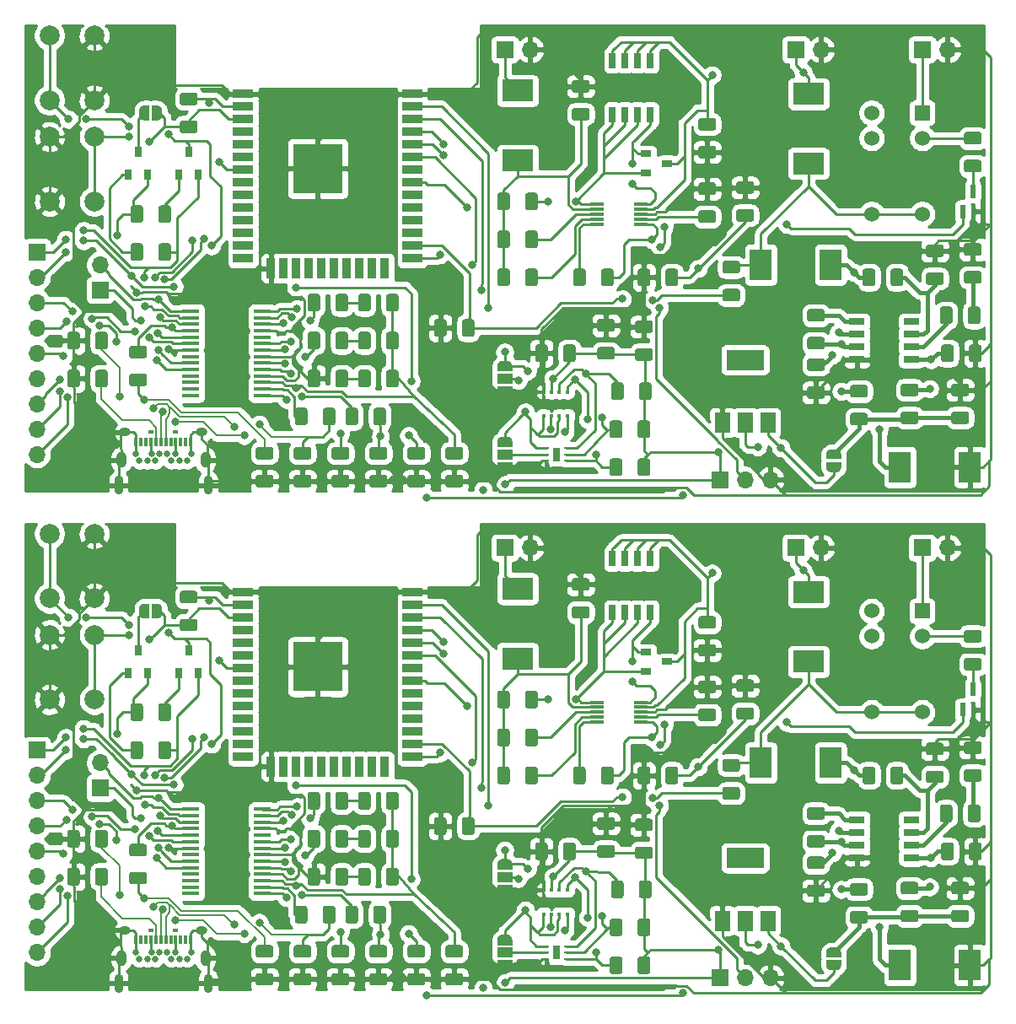
<source format=gtl>
G04 #@! TF.GenerationSoftware,KiCad,Pcbnew,(5.1.5)-3*
G04 #@! TF.CreationDate,2020-05-20T21:28:27+09:00*
G04 #@! TF.ProjectId,autoplanter,6175746f-706c-4616-9e74-65722e6b6963,rev?*
G04 #@! TF.SameCoordinates,Original*
G04 #@! TF.FileFunction,Copper,L1,Top*
G04 #@! TF.FilePolarity,Positive*
%FSLAX46Y46*%
G04 Gerber Fmt 4.6, Leading zero omitted, Abs format (unit mm)*
G04 Created by KiCad (PCBNEW (5.1.5)-3) date 2020-05-20 21:28:27*
%MOMM*%
%LPD*%
G04 APERTURE LIST*
%ADD10R,1.500000X2.000000*%
%ADD11R,3.800000X2.000000*%
%ADD12C,0.100000*%
%ADD13R,0.558800X1.320800*%
%ADD14C,2.000000*%
%ADD15R,0.650000X1.350000*%
%ADD16O,0.500000X0.250000*%
%ADD17R,2.000000X0.900000*%
%ADD18R,0.900000X2.000000*%
%ADD19R,5.000000X5.000000*%
%ADD20R,1.750000X0.450000*%
%ADD21O,1.700000X1.700000*%
%ADD22R,1.700000X1.700000*%
%ADD23R,1.100000X0.650000*%
%ADD24C,1.524000*%
%ADD25R,1.524000X1.524000*%
%ADD26R,1.500000X1.000000*%
%ADD27O,0.900000X1.900000*%
%ADD28O,1.000000X1.600000*%
%ADD29O,1.150000X0.800000*%
%ADD30R,0.500000X0.400000*%
%ADD31C,0.650000*%
%ADD32R,0.300000X0.900000*%
%ADD33R,2.200000X3.150000*%
%ADD34R,0.700000X1.050000*%
%ADD35R,0.400000X0.400000*%
%ADD36R,3.150000X2.200000*%
%ADD37R,0.700000X1.525000*%
%ADD38R,1.400000X0.300000*%
%ADD39R,1.575000X0.700000*%
%ADD40C,0.800000*%
%ADD41C,0.250000*%
%ADD42C,0.200000*%
%ADD43C,0.400000*%
%ADD44C,0.254000*%
G04 APERTURE END LIST*
D10*
X134860000Y-116650000D03*
X139460000Y-116650000D03*
X137160000Y-116650000D03*
D11*
X137160000Y-110350000D03*
G04 #@! TA.AperFunction,SMDPad,CuDef*
D12*
G36*
X94249504Y-111356204D02*
G01*
X94273773Y-111359804D01*
X94297571Y-111365765D01*
X94320671Y-111374030D01*
X94342849Y-111384520D01*
X94363893Y-111397133D01*
X94383598Y-111411747D01*
X94401777Y-111428223D01*
X94418253Y-111446402D01*
X94432867Y-111466107D01*
X94445480Y-111487151D01*
X94455970Y-111509329D01*
X94464235Y-111532429D01*
X94470196Y-111556227D01*
X94473796Y-111580496D01*
X94475000Y-111605000D01*
X94475000Y-112855000D01*
X94473796Y-112879504D01*
X94470196Y-112903773D01*
X94464235Y-112927571D01*
X94455970Y-112950671D01*
X94445480Y-112972849D01*
X94432867Y-112993893D01*
X94418253Y-113013598D01*
X94401777Y-113031777D01*
X94383598Y-113048253D01*
X94363893Y-113062867D01*
X94342849Y-113075480D01*
X94320671Y-113085970D01*
X94297571Y-113094235D01*
X94273773Y-113100196D01*
X94249504Y-113103796D01*
X94225000Y-113105000D01*
X93475000Y-113105000D01*
X93450496Y-113103796D01*
X93426227Y-113100196D01*
X93402429Y-113094235D01*
X93379329Y-113085970D01*
X93357151Y-113075480D01*
X93336107Y-113062867D01*
X93316402Y-113048253D01*
X93298223Y-113031777D01*
X93281747Y-113013598D01*
X93267133Y-112993893D01*
X93254520Y-112972849D01*
X93244030Y-112950671D01*
X93235765Y-112927571D01*
X93229804Y-112903773D01*
X93226204Y-112879504D01*
X93225000Y-112855000D01*
X93225000Y-111605000D01*
X93226204Y-111580496D01*
X93229804Y-111556227D01*
X93235765Y-111532429D01*
X93244030Y-111509329D01*
X93254520Y-111487151D01*
X93267133Y-111466107D01*
X93281747Y-111446402D01*
X93298223Y-111428223D01*
X93316402Y-111411747D01*
X93336107Y-111397133D01*
X93357151Y-111384520D01*
X93379329Y-111374030D01*
X93402429Y-111365765D01*
X93426227Y-111359804D01*
X93450496Y-111356204D01*
X93475000Y-111355000D01*
X94225000Y-111355000D01*
X94249504Y-111356204D01*
G37*
G04 #@! TD.AperFunction*
G04 #@! TA.AperFunction,SMDPad,CuDef*
G36*
X97049504Y-111356204D02*
G01*
X97073773Y-111359804D01*
X97097571Y-111365765D01*
X97120671Y-111374030D01*
X97142849Y-111384520D01*
X97163893Y-111397133D01*
X97183598Y-111411747D01*
X97201777Y-111428223D01*
X97218253Y-111446402D01*
X97232867Y-111466107D01*
X97245480Y-111487151D01*
X97255970Y-111509329D01*
X97264235Y-111532429D01*
X97270196Y-111556227D01*
X97273796Y-111580496D01*
X97275000Y-111605000D01*
X97275000Y-112855000D01*
X97273796Y-112879504D01*
X97270196Y-112903773D01*
X97264235Y-112927571D01*
X97255970Y-112950671D01*
X97245480Y-112972849D01*
X97232867Y-112993893D01*
X97218253Y-113013598D01*
X97201777Y-113031777D01*
X97183598Y-113048253D01*
X97163893Y-113062867D01*
X97142849Y-113075480D01*
X97120671Y-113085970D01*
X97097571Y-113094235D01*
X97073773Y-113100196D01*
X97049504Y-113103796D01*
X97025000Y-113105000D01*
X96275000Y-113105000D01*
X96250496Y-113103796D01*
X96226227Y-113100196D01*
X96202429Y-113094235D01*
X96179329Y-113085970D01*
X96157151Y-113075480D01*
X96136107Y-113062867D01*
X96116402Y-113048253D01*
X96098223Y-113031777D01*
X96081747Y-113013598D01*
X96067133Y-112993893D01*
X96054520Y-112972849D01*
X96044030Y-112950671D01*
X96035765Y-112927571D01*
X96029804Y-112903773D01*
X96026204Y-112879504D01*
X96025000Y-112855000D01*
X96025000Y-111605000D01*
X96026204Y-111580496D01*
X96029804Y-111556227D01*
X96035765Y-111532429D01*
X96044030Y-111509329D01*
X96054520Y-111487151D01*
X96067133Y-111466107D01*
X96081747Y-111446402D01*
X96098223Y-111428223D01*
X96116402Y-111411747D01*
X96136107Y-111397133D01*
X96157151Y-111384520D01*
X96179329Y-111374030D01*
X96202429Y-111365765D01*
X96226227Y-111359804D01*
X96250496Y-111356204D01*
X96275000Y-111355000D01*
X97025000Y-111355000D01*
X97049504Y-111356204D01*
G37*
G04 #@! TD.AperFunction*
G04 #@! TA.AperFunction,SMDPad,CuDef*
G36*
X127399504Y-116436204D02*
G01*
X127423773Y-116439804D01*
X127447571Y-116445765D01*
X127470671Y-116454030D01*
X127492849Y-116464520D01*
X127513893Y-116477133D01*
X127533598Y-116491747D01*
X127551777Y-116508223D01*
X127568253Y-116526402D01*
X127582867Y-116546107D01*
X127595480Y-116567151D01*
X127605970Y-116589329D01*
X127614235Y-116612429D01*
X127620196Y-116636227D01*
X127623796Y-116660496D01*
X127625000Y-116685000D01*
X127625000Y-117935000D01*
X127623796Y-117959504D01*
X127620196Y-117983773D01*
X127614235Y-118007571D01*
X127605970Y-118030671D01*
X127595480Y-118052849D01*
X127582867Y-118073893D01*
X127568253Y-118093598D01*
X127551777Y-118111777D01*
X127533598Y-118128253D01*
X127513893Y-118142867D01*
X127492849Y-118155480D01*
X127470671Y-118165970D01*
X127447571Y-118174235D01*
X127423773Y-118180196D01*
X127399504Y-118183796D01*
X127375000Y-118185000D01*
X126625000Y-118185000D01*
X126600496Y-118183796D01*
X126576227Y-118180196D01*
X126552429Y-118174235D01*
X126529329Y-118165970D01*
X126507151Y-118155480D01*
X126486107Y-118142867D01*
X126466402Y-118128253D01*
X126448223Y-118111777D01*
X126431747Y-118093598D01*
X126417133Y-118073893D01*
X126404520Y-118052849D01*
X126394030Y-118030671D01*
X126385765Y-118007571D01*
X126379804Y-117983773D01*
X126376204Y-117959504D01*
X126375000Y-117935000D01*
X126375000Y-116685000D01*
X126376204Y-116660496D01*
X126379804Y-116636227D01*
X126385765Y-116612429D01*
X126394030Y-116589329D01*
X126404520Y-116567151D01*
X126417133Y-116546107D01*
X126431747Y-116526402D01*
X126448223Y-116508223D01*
X126466402Y-116491747D01*
X126486107Y-116477133D01*
X126507151Y-116464520D01*
X126529329Y-116454030D01*
X126552429Y-116445765D01*
X126576227Y-116439804D01*
X126600496Y-116436204D01*
X126625000Y-116435000D01*
X127375000Y-116435000D01*
X127399504Y-116436204D01*
G37*
G04 #@! TD.AperFunction*
G04 #@! TA.AperFunction,SMDPad,CuDef*
G36*
X124599504Y-116436204D02*
G01*
X124623773Y-116439804D01*
X124647571Y-116445765D01*
X124670671Y-116454030D01*
X124692849Y-116464520D01*
X124713893Y-116477133D01*
X124733598Y-116491747D01*
X124751777Y-116508223D01*
X124768253Y-116526402D01*
X124782867Y-116546107D01*
X124795480Y-116567151D01*
X124805970Y-116589329D01*
X124814235Y-116612429D01*
X124820196Y-116636227D01*
X124823796Y-116660496D01*
X124825000Y-116685000D01*
X124825000Y-117935000D01*
X124823796Y-117959504D01*
X124820196Y-117983773D01*
X124814235Y-118007571D01*
X124805970Y-118030671D01*
X124795480Y-118052849D01*
X124782867Y-118073893D01*
X124768253Y-118093598D01*
X124751777Y-118111777D01*
X124733598Y-118128253D01*
X124713893Y-118142867D01*
X124692849Y-118155480D01*
X124670671Y-118165970D01*
X124647571Y-118174235D01*
X124623773Y-118180196D01*
X124599504Y-118183796D01*
X124575000Y-118185000D01*
X123825000Y-118185000D01*
X123800496Y-118183796D01*
X123776227Y-118180196D01*
X123752429Y-118174235D01*
X123729329Y-118165970D01*
X123707151Y-118155480D01*
X123686107Y-118142867D01*
X123666402Y-118128253D01*
X123648223Y-118111777D01*
X123631747Y-118093598D01*
X123617133Y-118073893D01*
X123604520Y-118052849D01*
X123594030Y-118030671D01*
X123585765Y-118007571D01*
X123579804Y-117983773D01*
X123576204Y-117959504D01*
X123575000Y-117935000D01*
X123575000Y-116685000D01*
X123576204Y-116660496D01*
X123579804Y-116636227D01*
X123585765Y-116612429D01*
X123594030Y-116589329D01*
X123604520Y-116567151D01*
X123617133Y-116546107D01*
X123631747Y-116526402D01*
X123648223Y-116508223D01*
X123666402Y-116491747D01*
X123686107Y-116477133D01*
X123707151Y-116464520D01*
X123729329Y-116454030D01*
X123752429Y-116445765D01*
X123776227Y-116439804D01*
X123800496Y-116436204D01*
X123825000Y-116435000D01*
X124575000Y-116435000D01*
X124599504Y-116436204D01*
G37*
G04 #@! TD.AperFunction*
D13*
X160020000Y-93434000D03*
X161036000Y-95466000D03*
X159004000Y-95466000D03*
D14*
X67310000Y-87950000D03*
X71810000Y-87950000D03*
X67310000Y-94450000D03*
X71810000Y-94450000D03*
G04 #@! TA.AperFunction,SMDPad,CuDef*
D12*
G36*
X154319504Y-112746204D02*
G01*
X154343773Y-112749804D01*
X154367571Y-112755765D01*
X154390671Y-112764030D01*
X154412849Y-112774520D01*
X154433893Y-112787133D01*
X154453598Y-112801747D01*
X154471777Y-112818223D01*
X154488253Y-112836402D01*
X154502867Y-112856107D01*
X154515480Y-112877151D01*
X154525970Y-112899329D01*
X154534235Y-112922429D01*
X154540196Y-112946227D01*
X154543796Y-112970496D01*
X154545000Y-112995000D01*
X154545000Y-113745000D01*
X154543796Y-113769504D01*
X154540196Y-113793773D01*
X154534235Y-113817571D01*
X154525970Y-113840671D01*
X154515480Y-113862849D01*
X154502867Y-113883893D01*
X154488253Y-113903598D01*
X154471777Y-113921777D01*
X154453598Y-113938253D01*
X154433893Y-113952867D01*
X154412849Y-113965480D01*
X154390671Y-113975970D01*
X154367571Y-113984235D01*
X154343773Y-113990196D01*
X154319504Y-113993796D01*
X154295000Y-113995000D01*
X153045000Y-113995000D01*
X153020496Y-113993796D01*
X152996227Y-113990196D01*
X152972429Y-113984235D01*
X152949329Y-113975970D01*
X152927151Y-113965480D01*
X152906107Y-113952867D01*
X152886402Y-113938253D01*
X152868223Y-113921777D01*
X152851747Y-113903598D01*
X152837133Y-113883893D01*
X152824520Y-113862849D01*
X152814030Y-113840671D01*
X152805765Y-113817571D01*
X152799804Y-113793773D01*
X152796204Y-113769504D01*
X152795000Y-113745000D01*
X152795000Y-112995000D01*
X152796204Y-112970496D01*
X152799804Y-112946227D01*
X152805765Y-112922429D01*
X152814030Y-112899329D01*
X152824520Y-112877151D01*
X152837133Y-112856107D01*
X152851747Y-112836402D01*
X152868223Y-112818223D01*
X152886402Y-112801747D01*
X152906107Y-112787133D01*
X152927151Y-112774520D01*
X152949329Y-112764030D01*
X152972429Y-112755765D01*
X152996227Y-112749804D01*
X153020496Y-112746204D01*
X153045000Y-112745000D01*
X154295000Y-112745000D01*
X154319504Y-112746204D01*
G37*
G04 #@! TD.AperFunction*
G04 #@! TA.AperFunction,SMDPad,CuDef*
G36*
X154319504Y-115546204D02*
G01*
X154343773Y-115549804D01*
X154367571Y-115555765D01*
X154390671Y-115564030D01*
X154412849Y-115574520D01*
X154433893Y-115587133D01*
X154453598Y-115601747D01*
X154471777Y-115618223D01*
X154488253Y-115636402D01*
X154502867Y-115656107D01*
X154515480Y-115677151D01*
X154525970Y-115699329D01*
X154534235Y-115722429D01*
X154540196Y-115746227D01*
X154543796Y-115770496D01*
X154545000Y-115795000D01*
X154545000Y-116545000D01*
X154543796Y-116569504D01*
X154540196Y-116593773D01*
X154534235Y-116617571D01*
X154525970Y-116640671D01*
X154515480Y-116662849D01*
X154502867Y-116683893D01*
X154488253Y-116703598D01*
X154471777Y-116721777D01*
X154453598Y-116738253D01*
X154433893Y-116752867D01*
X154412849Y-116765480D01*
X154390671Y-116775970D01*
X154367571Y-116784235D01*
X154343773Y-116790196D01*
X154319504Y-116793796D01*
X154295000Y-116795000D01*
X153045000Y-116795000D01*
X153020496Y-116793796D01*
X152996227Y-116790196D01*
X152972429Y-116784235D01*
X152949329Y-116775970D01*
X152927151Y-116765480D01*
X152906107Y-116752867D01*
X152886402Y-116738253D01*
X152868223Y-116721777D01*
X152851747Y-116703598D01*
X152837133Y-116683893D01*
X152824520Y-116662849D01*
X152814030Y-116640671D01*
X152805765Y-116617571D01*
X152799804Y-116593773D01*
X152796204Y-116569504D01*
X152795000Y-116545000D01*
X152795000Y-115795000D01*
X152796204Y-115770496D01*
X152799804Y-115746227D01*
X152805765Y-115722429D01*
X152814030Y-115699329D01*
X152824520Y-115677151D01*
X152837133Y-115656107D01*
X152851747Y-115636402D01*
X152868223Y-115618223D01*
X152886402Y-115601747D01*
X152906107Y-115587133D01*
X152927151Y-115574520D01*
X152949329Y-115564030D01*
X152972429Y-115555765D01*
X152996227Y-115549804D01*
X153020496Y-115546204D01*
X153045000Y-115545000D01*
X154295000Y-115545000D01*
X154319504Y-115546204D01*
G37*
G04 #@! TD.AperFunction*
D15*
X118235000Y-119850000D03*
D16*
X119185000Y-119200000D03*
X119185000Y-119850000D03*
X119185000Y-120500000D03*
X117285000Y-120500000D03*
X117285000Y-119850000D03*
X117285000Y-119200000D03*
D17*
X103750000Y-83655000D03*
X103750000Y-84925000D03*
X103750000Y-86195000D03*
X103750000Y-87465000D03*
X103750000Y-88735000D03*
X103750000Y-90005000D03*
X103750000Y-91275000D03*
X103750000Y-92545000D03*
X103750000Y-93815000D03*
X103750000Y-95085000D03*
X103750000Y-96355000D03*
X103750000Y-97625000D03*
X103750000Y-98895000D03*
X103750000Y-100165000D03*
D18*
X100965000Y-101165000D03*
X99695000Y-101165000D03*
X98425000Y-101165000D03*
X97155000Y-101165000D03*
X95885000Y-101165000D03*
X94615000Y-101165000D03*
X93345000Y-101165000D03*
X92075000Y-101165000D03*
X90805000Y-101165000D03*
X89535000Y-101165000D03*
D17*
X86750000Y-100165000D03*
X86750000Y-98895000D03*
X86750000Y-97625000D03*
X86750000Y-96355000D03*
X86750000Y-95085000D03*
X86750000Y-93815000D03*
X86750000Y-92545000D03*
X86750000Y-91275000D03*
X86750000Y-90005000D03*
X86750000Y-88735000D03*
X86750000Y-87465000D03*
X86750000Y-86195000D03*
X86750000Y-84925000D03*
X86750000Y-83655000D03*
D19*
X94250000Y-91155000D03*
D20*
X88690000Y-105465000D03*
X88690000Y-106115000D03*
X88690000Y-106765000D03*
X88690000Y-107415000D03*
X88690000Y-108065000D03*
X88690000Y-108715000D03*
X88690000Y-109365000D03*
X88690000Y-110015000D03*
X88690000Y-110665000D03*
X88690000Y-111315000D03*
X88690000Y-111965000D03*
X88690000Y-112615000D03*
X88690000Y-113265000D03*
X88690000Y-113915000D03*
X81490000Y-113915000D03*
X81490000Y-113265000D03*
X81490000Y-112615000D03*
X81490000Y-111965000D03*
X81490000Y-111315000D03*
X81490000Y-110665000D03*
X81490000Y-110015000D03*
X81490000Y-109365000D03*
X81490000Y-108715000D03*
X81490000Y-108065000D03*
X81490000Y-107415000D03*
X81490000Y-106765000D03*
X81490000Y-106115000D03*
X81490000Y-105465000D03*
D14*
X71810000Y-84290000D03*
X67310000Y-84290000D03*
X71810000Y-77790000D03*
X67310000Y-77790000D03*
D21*
X115570000Y-79210000D03*
D22*
X113030000Y-79210000D03*
G04 #@! TA.AperFunction,SMDPad,CuDef*
D12*
G36*
X160669504Y-98646204D02*
G01*
X160693773Y-98649804D01*
X160717571Y-98655765D01*
X160740671Y-98664030D01*
X160762849Y-98674520D01*
X160783893Y-98687133D01*
X160803598Y-98701747D01*
X160821777Y-98718223D01*
X160838253Y-98736402D01*
X160852867Y-98756107D01*
X160865480Y-98777151D01*
X160875970Y-98799329D01*
X160884235Y-98822429D01*
X160890196Y-98846227D01*
X160893796Y-98870496D01*
X160895000Y-98895000D01*
X160895000Y-99645000D01*
X160893796Y-99669504D01*
X160890196Y-99693773D01*
X160884235Y-99717571D01*
X160875970Y-99740671D01*
X160865480Y-99762849D01*
X160852867Y-99783893D01*
X160838253Y-99803598D01*
X160821777Y-99821777D01*
X160803598Y-99838253D01*
X160783893Y-99852867D01*
X160762849Y-99865480D01*
X160740671Y-99875970D01*
X160717571Y-99884235D01*
X160693773Y-99890196D01*
X160669504Y-99893796D01*
X160645000Y-99895000D01*
X159395000Y-99895000D01*
X159370496Y-99893796D01*
X159346227Y-99890196D01*
X159322429Y-99884235D01*
X159299329Y-99875970D01*
X159277151Y-99865480D01*
X159256107Y-99852867D01*
X159236402Y-99838253D01*
X159218223Y-99821777D01*
X159201747Y-99803598D01*
X159187133Y-99783893D01*
X159174520Y-99762849D01*
X159164030Y-99740671D01*
X159155765Y-99717571D01*
X159149804Y-99693773D01*
X159146204Y-99669504D01*
X159145000Y-99645000D01*
X159145000Y-98895000D01*
X159146204Y-98870496D01*
X159149804Y-98846227D01*
X159155765Y-98822429D01*
X159164030Y-98799329D01*
X159174520Y-98777151D01*
X159187133Y-98756107D01*
X159201747Y-98736402D01*
X159218223Y-98718223D01*
X159236402Y-98701747D01*
X159256107Y-98687133D01*
X159277151Y-98674520D01*
X159299329Y-98664030D01*
X159322429Y-98655765D01*
X159346227Y-98649804D01*
X159370496Y-98646204D01*
X159395000Y-98645000D01*
X160645000Y-98645000D01*
X160669504Y-98646204D01*
G37*
G04 #@! TD.AperFunction*
G04 #@! TA.AperFunction,SMDPad,CuDef*
G36*
X160669504Y-101446204D02*
G01*
X160693773Y-101449804D01*
X160717571Y-101455765D01*
X160740671Y-101464030D01*
X160762849Y-101474520D01*
X160783893Y-101487133D01*
X160803598Y-101501747D01*
X160821777Y-101518223D01*
X160838253Y-101536402D01*
X160852867Y-101556107D01*
X160865480Y-101577151D01*
X160875970Y-101599329D01*
X160884235Y-101622429D01*
X160890196Y-101646227D01*
X160893796Y-101670496D01*
X160895000Y-101695000D01*
X160895000Y-102445000D01*
X160893796Y-102469504D01*
X160890196Y-102493773D01*
X160884235Y-102517571D01*
X160875970Y-102540671D01*
X160865480Y-102562849D01*
X160852867Y-102583893D01*
X160838253Y-102603598D01*
X160821777Y-102621777D01*
X160803598Y-102638253D01*
X160783893Y-102652867D01*
X160762849Y-102665480D01*
X160740671Y-102675970D01*
X160717571Y-102684235D01*
X160693773Y-102690196D01*
X160669504Y-102693796D01*
X160645000Y-102695000D01*
X159395000Y-102695000D01*
X159370496Y-102693796D01*
X159346227Y-102690196D01*
X159322429Y-102684235D01*
X159299329Y-102675970D01*
X159277151Y-102665480D01*
X159256107Y-102652867D01*
X159236402Y-102638253D01*
X159218223Y-102621777D01*
X159201747Y-102603598D01*
X159187133Y-102583893D01*
X159174520Y-102562849D01*
X159164030Y-102540671D01*
X159155765Y-102517571D01*
X159149804Y-102493773D01*
X159146204Y-102469504D01*
X159145000Y-102445000D01*
X159145000Y-101695000D01*
X159146204Y-101670496D01*
X159149804Y-101646227D01*
X159155765Y-101622429D01*
X159164030Y-101599329D01*
X159174520Y-101577151D01*
X159187133Y-101556107D01*
X159201747Y-101536402D01*
X159218223Y-101518223D01*
X159236402Y-101501747D01*
X159256107Y-101487133D01*
X159277151Y-101474520D01*
X159299329Y-101464030D01*
X159322429Y-101455765D01*
X159346227Y-101449804D01*
X159370496Y-101446204D01*
X159395000Y-101445000D01*
X160645000Y-101445000D01*
X160669504Y-101446204D01*
G37*
G04 #@! TD.AperFunction*
G04 #@! TA.AperFunction,SMDPad,CuDef*
G36*
X123719504Y-101196204D02*
G01*
X123743773Y-101199804D01*
X123767571Y-101205765D01*
X123790671Y-101214030D01*
X123812849Y-101224520D01*
X123833893Y-101237133D01*
X123853598Y-101251747D01*
X123871777Y-101268223D01*
X123888253Y-101286402D01*
X123902867Y-101306107D01*
X123915480Y-101327151D01*
X123925970Y-101349329D01*
X123934235Y-101372429D01*
X123940196Y-101396227D01*
X123943796Y-101420496D01*
X123945000Y-101445000D01*
X123945000Y-102695000D01*
X123943796Y-102719504D01*
X123940196Y-102743773D01*
X123934235Y-102767571D01*
X123925970Y-102790671D01*
X123915480Y-102812849D01*
X123902867Y-102833893D01*
X123888253Y-102853598D01*
X123871777Y-102871777D01*
X123853598Y-102888253D01*
X123833893Y-102902867D01*
X123812849Y-102915480D01*
X123790671Y-102925970D01*
X123767571Y-102934235D01*
X123743773Y-102940196D01*
X123719504Y-102943796D01*
X123695000Y-102945000D01*
X122945000Y-102945000D01*
X122920496Y-102943796D01*
X122896227Y-102940196D01*
X122872429Y-102934235D01*
X122849329Y-102925970D01*
X122827151Y-102915480D01*
X122806107Y-102902867D01*
X122786402Y-102888253D01*
X122768223Y-102871777D01*
X122751747Y-102853598D01*
X122737133Y-102833893D01*
X122724520Y-102812849D01*
X122714030Y-102790671D01*
X122705765Y-102767571D01*
X122699804Y-102743773D01*
X122696204Y-102719504D01*
X122695000Y-102695000D01*
X122695000Y-101445000D01*
X122696204Y-101420496D01*
X122699804Y-101396227D01*
X122705765Y-101372429D01*
X122714030Y-101349329D01*
X122724520Y-101327151D01*
X122737133Y-101306107D01*
X122751747Y-101286402D01*
X122768223Y-101268223D01*
X122786402Y-101251747D01*
X122806107Y-101237133D01*
X122827151Y-101224520D01*
X122849329Y-101214030D01*
X122872429Y-101205765D01*
X122896227Y-101199804D01*
X122920496Y-101196204D01*
X122945000Y-101195000D01*
X123695000Y-101195000D01*
X123719504Y-101196204D01*
G37*
G04 #@! TD.AperFunction*
G04 #@! TA.AperFunction,SMDPad,CuDef*
G36*
X120919504Y-101196204D02*
G01*
X120943773Y-101199804D01*
X120967571Y-101205765D01*
X120990671Y-101214030D01*
X121012849Y-101224520D01*
X121033893Y-101237133D01*
X121053598Y-101251747D01*
X121071777Y-101268223D01*
X121088253Y-101286402D01*
X121102867Y-101306107D01*
X121115480Y-101327151D01*
X121125970Y-101349329D01*
X121134235Y-101372429D01*
X121140196Y-101396227D01*
X121143796Y-101420496D01*
X121145000Y-101445000D01*
X121145000Y-102695000D01*
X121143796Y-102719504D01*
X121140196Y-102743773D01*
X121134235Y-102767571D01*
X121125970Y-102790671D01*
X121115480Y-102812849D01*
X121102867Y-102833893D01*
X121088253Y-102853598D01*
X121071777Y-102871777D01*
X121053598Y-102888253D01*
X121033893Y-102902867D01*
X121012849Y-102915480D01*
X120990671Y-102925970D01*
X120967571Y-102934235D01*
X120943773Y-102940196D01*
X120919504Y-102943796D01*
X120895000Y-102945000D01*
X120145000Y-102945000D01*
X120120496Y-102943796D01*
X120096227Y-102940196D01*
X120072429Y-102934235D01*
X120049329Y-102925970D01*
X120027151Y-102915480D01*
X120006107Y-102902867D01*
X119986402Y-102888253D01*
X119968223Y-102871777D01*
X119951747Y-102853598D01*
X119937133Y-102833893D01*
X119924520Y-102812849D01*
X119914030Y-102790671D01*
X119905765Y-102767571D01*
X119899804Y-102743773D01*
X119896204Y-102719504D01*
X119895000Y-102695000D01*
X119895000Y-101445000D01*
X119896204Y-101420496D01*
X119899804Y-101396227D01*
X119905765Y-101372429D01*
X119914030Y-101349329D01*
X119924520Y-101327151D01*
X119937133Y-101306107D01*
X119951747Y-101286402D01*
X119968223Y-101268223D01*
X119986402Y-101251747D01*
X120006107Y-101237133D01*
X120027151Y-101224520D01*
X120049329Y-101214030D01*
X120072429Y-101205765D01*
X120096227Y-101199804D01*
X120120496Y-101196204D01*
X120145000Y-101195000D01*
X120895000Y-101195000D01*
X120919504Y-101196204D01*
G37*
G04 #@! TD.AperFunction*
G04 #@! TA.AperFunction,SMDPad,CuDef*
G36*
X160669504Y-90276204D02*
G01*
X160693773Y-90279804D01*
X160717571Y-90285765D01*
X160740671Y-90294030D01*
X160762849Y-90304520D01*
X160783893Y-90317133D01*
X160803598Y-90331747D01*
X160821777Y-90348223D01*
X160838253Y-90366402D01*
X160852867Y-90386107D01*
X160865480Y-90407151D01*
X160875970Y-90429329D01*
X160884235Y-90452429D01*
X160890196Y-90476227D01*
X160893796Y-90500496D01*
X160895000Y-90525000D01*
X160895000Y-91275000D01*
X160893796Y-91299504D01*
X160890196Y-91323773D01*
X160884235Y-91347571D01*
X160875970Y-91370671D01*
X160865480Y-91392849D01*
X160852867Y-91413893D01*
X160838253Y-91433598D01*
X160821777Y-91451777D01*
X160803598Y-91468253D01*
X160783893Y-91482867D01*
X160762849Y-91495480D01*
X160740671Y-91505970D01*
X160717571Y-91514235D01*
X160693773Y-91520196D01*
X160669504Y-91523796D01*
X160645000Y-91525000D01*
X159395000Y-91525000D01*
X159370496Y-91523796D01*
X159346227Y-91520196D01*
X159322429Y-91514235D01*
X159299329Y-91505970D01*
X159277151Y-91495480D01*
X159256107Y-91482867D01*
X159236402Y-91468253D01*
X159218223Y-91451777D01*
X159201747Y-91433598D01*
X159187133Y-91413893D01*
X159174520Y-91392849D01*
X159164030Y-91370671D01*
X159155765Y-91347571D01*
X159149804Y-91323773D01*
X159146204Y-91299504D01*
X159145000Y-91275000D01*
X159145000Y-90525000D01*
X159146204Y-90500496D01*
X159149804Y-90476227D01*
X159155765Y-90452429D01*
X159164030Y-90429329D01*
X159174520Y-90407151D01*
X159187133Y-90386107D01*
X159201747Y-90366402D01*
X159218223Y-90348223D01*
X159236402Y-90331747D01*
X159256107Y-90317133D01*
X159277151Y-90304520D01*
X159299329Y-90294030D01*
X159322429Y-90285765D01*
X159346227Y-90279804D01*
X159370496Y-90276204D01*
X159395000Y-90275000D01*
X160645000Y-90275000D01*
X160669504Y-90276204D01*
G37*
G04 #@! TD.AperFunction*
G04 #@! TA.AperFunction,SMDPad,CuDef*
G36*
X160669504Y-87476204D02*
G01*
X160693773Y-87479804D01*
X160717571Y-87485765D01*
X160740671Y-87494030D01*
X160762849Y-87504520D01*
X160783893Y-87517133D01*
X160803598Y-87531747D01*
X160821777Y-87548223D01*
X160838253Y-87566402D01*
X160852867Y-87586107D01*
X160865480Y-87607151D01*
X160875970Y-87629329D01*
X160884235Y-87652429D01*
X160890196Y-87676227D01*
X160893796Y-87700496D01*
X160895000Y-87725000D01*
X160895000Y-88475000D01*
X160893796Y-88499504D01*
X160890196Y-88523773D01*
X160884235Y-88547571D01*
X160875970Y-88570671D01*
X160865480Y-88592849D01*
X160852867Y-88613893D01*
X160838253Y-88633598D01*
X160821777Y-88651777D01*
X160803598Y-88668253D01*
X160783893Y-88682867D01*
X160762849Y-88695480D01*
X160740671Y-88705970D01*
X160717571Y-88714235D01*
X160693773Y-88720196D01*
X160669504Y-88723796D01*
X160645000Y-88725000D01*
X159395000Y-88725000D01*
X159370496Y-88723796D01*
X159346227Y-88720196D01*
X159322429Y-88714235D01*
X159299329Y-88705970D01*
X159277151Y-88695480D01*
X159256107Y-88682867D01*
X159236402Y-88668253D01*
X159218223Y-88651777D01*
X159201747Y-88633598D01*
X159187133Y-88613893D01*
X159174520Y-88592849D01*
X159164030Y-88570671D01*
X159155765Y-88547571D01*
X159149804Y-88523773D01*
X159146204Y-88499504D01*
X159145000Y-88475000D01*
X159145000Y-87725000D01*
X159146204Y-87700496D01*
X159149804Y-87676227D01*
X159155765Y-87652429D01*
X159164030Y-87629329D01*
X159174520Y-87607151D01*
X159187133Y-87586107D01*
X159201747Y-87566402D01*
X159218223Y-87548223D01*
X159236402Y-87531747D01*
X159256107Y-87517133D01*
X159277151Y-87504520D01*
X159299329Y-87494030D01*
X159322429Y-87485765D01*
X159346227Y-87479804D01*
X159370496Y-87476204D01*
X159395000Y-87475000D01*
X160645000Y-87475000D01*
X160669504Y-87476204D01*
G37*
G04 #@! TD.AperFunction*
G04 #@! TA.AperFunction,SMDPad,CuDef*
G36*
X156859504Y-101576204D02*
G01*
X156883773Y-101579804D01*
X156907571Y-101585765D01*
X156930671Y-101594030D01*
X156952849Y-101604520D01*
X156973893Y-101617133D01*
X156993598Y-101631747D01*
X157011777Y-101648223D01*
X157028253Y-101666402D01*
X157042867Y-101686107D01*
X157055480Y-101707151D01*
X157065970Y-101729329D01*
X157074235Y-101752429D01*
X157080196Y-101776227D01*
X157083796Y-101800496D01*
X157085000Y-101825000D01*
X157085000Y-102575000D01*
X157083796Y-102599504D01*
X157080196Y-102623773D01*
X157074235Y-102647571D01*
X157065970Y-102670671D01*
X157055480Y-102692849D01*
X157042867Y-102713893D01*
X157028253Y-102733598D01*
X157011777Y-102751777D01*
X156993598Y-102768253D01*
X156973893Y-102782867D01*
X156952849Y-102795480D01*
X156930671Y-102805970D01*
X156907571Y-102814235D01*
X156883773Y-102820196D01*
X156859504Y-102823796D01*
X156835000Y-102825000D01*
X155585000Y-102825000D01*
X155560496Y-102823796D01*
X155536227Y-102820196D01*
X155512429Y-102814235D01*
X155489329Y-102805970D01*
X155467151Y-102795480D01*
X155446107Y-102782867D01*
X155426402Y-102768253D01*
X155408223Y-102751777D01*
X155391747Y-102733598D01*
X155377133Y-102713893D01*
X155364520Y-102692849D01*
X155354030Y-102670671D01*
X155345765Y-102647571D01*
X155339804Y-102623773D01*
X155336204Y-102599504D01*
X155335000Y-102575000D01*
X155335000Y-101825000D01*
X155336204Y-101800496D01*
X155339804Y-101776227D01*
X155345765Y-101752429D01*
X155354030Y-101729329D01*
X155364520Y-101707151D01*
X155377133Y-101686107D01*
X155391747Y-101666402D01*
X155408223Y-101648223D01*
X155426402Y-101631747D01*
X155446107Y-101617133D01*
X155467151Y-101604520D01*
X155489329Y-101594030D01*
X155512429Y-101585765D01*
X155536227Y-101579804D01*
X155560496Y-101576204D01*
X155585000Y-101575000D01*
X156835000Y-101575000D01*
X156859504Y-101576204D01*
G37*
G04 #@! TD.AperFunction*
G04 #@! TA.AperFunction,SMDPad,CuDef*
G36*
X156859504Y-98776204D02*
G01*
X156883773Y-98779804D01*
X156907571Y-98785765D01*
X156930671Y-98794030D01*
X156952849Y-98804520D01*
X156973893Y-98817133D01*
X156993598Y-98831747D01*
X157011777Y-98848223D01*
X157028253Y-98866402D01*
X157042867Y-98886107D01*
X157055480Y-98907151D01*
X157065970Y-98929329D01*
X157074235Y-98952429D01*
X157080196Y-98976227D01*
X157083796Y-99000496D01*
X157085000Y-99025000D01*
X157085000Y-99775000D01*
X157083796Y-99799504D01*
X157080196Y-99823773D01*
X157074235Y-99847571D01*
X157065970Y-99870671D01*
X157055480Y-99892849D01*
X157042867Y-99913893D01*
X157028253Y-99933598D01*
X157011777Y-99951777D01*
X156993598Y-99968253D01*
X156973893Y-99982867D01*
X156952849Y-99995480D01*
X156930671Y-100005970D01*
X156907571Y-100014235D01*
X156883773Y-100020196D01*
X156859504Y-100023796D01*
X156835000Y-100025000D01*
X155585000Y-100025000D01*
X155560496Y-100023796D01*
X155536227Y-100020196D01*
X155512429Y-100014235D01*
X155489329Y-100005970D01*
X155467151Y-99995480D01*
X155446107Y-99982867D01*
X155426402Y-99968253D01*
X155408223Y-99951777D01*
X155391747Y-99933598D01*
X155377133Y-99913893D01*
X155364520Y-99892849D01*
X155354030Y-99870671D01*
X155345765Y-99847571D01*
X155339804Y-99823773D01*
X155336204Y-99799504D01*
X155335000Y-99775000D01*
X155335000Y-99025000D01*
X155336204Y-99000496D01*
X155339804Y-98976227D01*
X155345765Y-98952429D01*
X155354030Y-98929329D01*
X155364520Y-98907151D01*
X155377133Y-98886107D01*
X155391747Y-98866402D01*
X155408223Y-98848223D01*
X155426402Y-98831747D01*
X155446107Y-98817133D01*
X155467151Y-98804520D01*
X155489329Y-98794030D01*
X155512429Y-98785765D01*
X155536227Y-98779804D01*
X155560496Y-98776204D01*
X155585000Y-98775000D01*
X156835000Y-98775000D01*
X156859504Y-98776204D01*
G37*
G04 #@! TD.AperFunction*
G04 #@! TA.AperFunction,SMDPad,CuDef*
G36*
X157879504Y-108816204D02*
G01*
X157903773Y-108819804D01*
X157927571Y-108825765D01*
X157950671Y-108834030D01*
X157972849Y-108844520D01*
X157993893Y-108857133D01*
X158013598Y-108871747D01*
X158031777Y-108888223D01*
X158048253Y-108906402D01*
X158062867Y-108926107D01*
X158075480Y-108947151D01*
X158085970Y-108969329D01*
X158094235Y-108992429D01*
X158100196Y-109016227D01*
X158103796Y-109040496D01*
X158105000Y-109065000D01*
X158105000Y-110315000D01*
X158103796Y-110339504D01*
X158100196Y-110363773D01*
X158094235Y-110387571D01*
X158085970Y-110410671D01*
X158075480Y-110432849D01*
X158062867Y-110453893D01*
X158048253Y-110473598D01*
X158031777Y-110491777D01*
X158013598Y-110508253D01*
X157993893Y-110522867D01*
X157972849Y-110535480D01*
X157950671Y-110545970D01*
X157927571Y-110554235D01*
X157903773Y-110560196D01*
X157879504Y-110563796D01*
X157855000Y-110565000D01*
X157105000Y-110565000D01*
X157080496Y-110563796D01*
X157056227Y-110560196D01*
X157032429Y-110554235D01*
X157009329Y-110545970D01*
X156987151Y-110535480D01*
X156966107Y-110522867D01*
X156946402Y-110508253D01*
X156928223Y-110491777D01*
X156911747Y-110473598D01*
X156897133Y-110453893D01*
X156884520Y-110432849D01*
X156874030Y-110410671D01*
X156865765Y-110387571D01*
X156859804Y-110363773D01*
X156856204Y-110339504D01*
X156855000Y-110315000D01*
X156855000Y-109065000D01*
X156856204Y-109040496D01*
X156859804Y-109016227D01*
X156865765Y-108992429D01*
X156874030Y-108969329D01*
X156884520Y-108947151D01*
X156897133Y-108926107D01*
X156911747Y-108906402D01*
X156928223Y-108888223D01*
X156946402Y-108871747D01*
X156966107Y-108857133D01*
X156987151Y-108844520D01*
X157009329Y-108834030D01*
X157032429Y-108825765D01*
X157056227Y-108819804D01*
X157080496Y-108816204D01*
X157105000Y-108815000D01*
X157855000Y-108815000D01*
X157879504Y-108816204D01*
G37*
G04 #@! TD.AperFunction*
G04 #@! TA.AperFunction,SMDPad,CuDef*
G36*
X160679504Y-108816204D02*
G01*
X160703773Y-108819804D01*
X160727571Y-108825765D01*
X160750671Y-108834030D01*
X160772849Y-108844520D01*
X160793893Y-108857133D01*
X160813598Y-108871747D01*
X160831777Y-108888223D01*
X160848253Y-108906402D01*
X160862867Y-108926107D01*
X160875480Y-108947151D01*
X160885970Y-108969329D01*
X160894235Y-108992429D01*
X160900196Y-109016227D01*
X160903796Y-109040496D01*
X160905000Y-109065000D01*
X160905000Y-110315000D01*
X160903796Y-110339504D01*
X160900196Y-110363773D01*
X160894235Y-110387571D01*
X160885970Y-110410671D01*
X160875480Y-110432849D01*
X160862867Y-110453893D01*
X160848253Y-110473598D01*
X160831777Y-110491777D01*
X160813598Y-110508253D01*
X160793893Y-110522867D01*
X160772849Y-110535480D01*
X160750671Y-110545970D01*
X160727571Y-110554235D01*
X160703773Y-110560196D01*
X160679504Y-110563796D01*
X160655000Y-110565000D01*
X159905000Y-110565000D01*
X159880496Y-110563796D01*
X159856227Y-110560196D01*
X159832429Y-110554235D01*
X159809329Y-110545970D01*
X159787151Y-110535480D01*
X159766107Y-110522867D01*
X159746402Y-110508253D01*
X159728223Y-110491777D01*
X159711747Y-110473598D01*
X159697133Y-110453893D01*
X159684520Y-110432849D01*
X159674030Y-110410671D01*
X159665765Y-110387571D01*
X159659804Y-110363773D01*
X159656204Y-110339504D01*
X159655000Y-110315000D01*
X159655000Y-109065000D01*
X159656204Y-109040496D01*
X159659804Y-109016227D01*
X159665765Y-108992429D01*
X159674030Y-108969329D01*
X159684520Y-108947151D01*
X159697133Y-108926107D01*
X159711747Y-108906402D01*
X159728223Y-108888223D01*
X159746402Y-108871747D01*
X159766107Y-108857133D01*
X159787151Y-108844520D01*
X159809329Y-108834030D01*
X159832429Y-108825765D01*
X159856227Y-108819804D01*
X159880496Y-108816204D01*
X159905000Y-108815000D01*
X160655000Y-108815000D01*
X160679504Y-108816204D01*
G37*
G04 #@! TD.AperFunction*
G04 #@! TA.AperFunction,SMDPad,CuDef*
G36*
X152799504Y-101196204D02*
G01*
X152823773Y-101199804D01*
X152847571Y-101205765D01*
X152870671Y-101214030D01*
X152892849Y-101224520D01*
X152913893Y-101237133D01*
X152933598Y-101251747D01*
X152951777Y-101268223D01*
X152968253Y-101286402D01*
X152982867Y-101306107D01*
X152995480Y-101327151D01*
X153005970Y-101349329D01*
X153014235Y-101372429D01*
X153020196Y-101396227D01*
X153023796Y-101420496D01*
X153025000Y-101445000D01*
X153025000Y-102695000D01*
X153023796Y-102719504D01*
X153020196Y-102743773D01*
X153014235Y-102767571D01*
X153005970Y-102790671D01*
X152995480Y-102812849D01*
X152982867Y-102833893D01*
X152968253Y-102853598D01*
X152951777Y-102871777D01*
X152933598Y-102888253D01*
X152913893Y-102902867D01*
X152892849Y-102915480D01*
X152870671Y-102925970D01*
X152847571Y-102934235D01*
X152823773Y-102940196D01*
X152799504Y-102943796D01*
X152775000Y-102945000D01*
X152025000Y-102945000D01*
X152000496Y-102943796D01*
X151976227Y-102940196D01*
X151952429Y-102934235D01*
X151929329Y-102925970D01*
X151907151Y-102915480D01*
X151886107Y-102902867D01*
X151866402Y-102888253D01*
X151848223Y-102871777D01*
X151831747Y-102853598D01*
X151817133Y-102833893D01*
X151804520Y-102812849D01*
X151794030Y-102790671D01*
X151785765Y-102767571D01*
X151779804Y-102743773D01*
X151776204Y-102719504D01*
X151775000Y-102695000D01*
X151775000Y-101445000D01*
X151776204Y-101420496D01*
X151779804Y-101396227D01*
X151785765Y-101372429D01*
X151794030Y-101349329D01*
X151804520Y-101327151D01*
X151817133Y-101306107D01*
X151831747Y-101286402D01*
X151848223Y-101268223D01*
X151866402Y-101251747D01*
X151886107Y-101237133D01*
X151907151Y-101224520D01*
X151929329Y-101214030D01*
X151952429Y-101205765D01*
X151976227Y-101199804D01*
X152000496Y-101196204D01*
X152025000Y-101195000D01*
X152775000Y-101195000D01*
X152799504Y-101196204D01*
G37*
G04 #@! TD.AperFunction*
G04 #@! TA.AperFunction,SMDPad,CuDef*
G36*
X149999504Y-101196204D02*
G01*
X150023773Y-101199804D01*
X150047571Y-101205765D01*
X150070671Y-101214030D01*
X150092849Y-101224520D01*
X150113893Y-101237133D01*
X150133598Y-101251747D01*
X150151777Y-101268223D01*
X150168253Y-101286402D01*
X150182867Y-101306107D01*
X150195480Y-101327151D01*
X150205970Y-101349329D01*
X150214235Y-101372429D01*
X150220196Y-101396227D01*
X150223796Y-101420496D01*
X150225000Y-101445000D01*
X150225000Y-102695000D01*
X150223796Y-102719504D01*
X150220196Y-102743773D01*
X150214235Y-102767571D01*
X150205970Y-102790671D01*
X150195480Y-102812849D01*
X150182867Y-102833893D01*
X150168253Y-102853598D01*
X150151777Y-102871777D01*
X150133598Y-102888253D01*
X150113893Y-102902867D01*
X150092849Y-102915480D01*
X150070671Y-102925970D01*
X150047571Y-102934235D01*
X150023773Y-102940196D01*
X149999504Y-102943796D01*
X149975000Y-102945000D01*
X149225000Y-102945000D01*
X149200496Y-102943796D01*
X149176227Y-102940196D01*
X149152429Y-102934235D01*
X149129329Y-102925970D01*
X149107151Y-102915480D01*
X149086107Y-102902867D01*
X149066402Y-102888253D01*
X149048223Y-102871777D01*
X149031747Y-102853598D01*
X149017133Y-102833893D01*
X149004520Y-102812849D01*
X148994030Y-102790671D01*
X148985765Y-102767571D01*
X148979804Y-102743773D01*
X148976204Y-102719504D01*
X148975000Y-102695000D01*
X148975000Y-101445000D01*
X148976204Y-101420496D01*
X148979804Y-101396227D01*
X148985765Y-101372429D01*
X148994030Y-101349329D01*
X149004520Y-101327151D01*
X149017133Y-101306107D01*
X149031747Y-101286402D01*
X149048223Y-101268223D01*
X149066402Y-101251747D01*
X149086107Y-101237133D01*
X149107151Y-101224520D01*
X149129329Y-101214030D01*
X149152429Y-101205765D01*
X149176227Y-101199804D01*
X149200496Y-101196204D01*
X149225000Y-101195000D01*
X149975000Y-101195000D01*
X149999504Y-101196204D01*
G37*
G04 #@! TD.AperFunction*
G04 #@! TA.AperFunction,SMDPad,CuDef*
G36*
X127399504Y-101196204D02*
G01*
X127423773Y-101199804D01*
X127447571Y-101205765D01*
X127470671Y-101214030D01*
X127492849Y-101224520D01*
X127513893Y-101237133D01*
X127533598Y-101251747D01*
X127551777Y-101268223D01*
X127568253Y-101286402D01*
X127582867Y-101306107D01*
X127595480Y-101327151D01*
X127605970Y-101349329D01*
X127614235Y-101372429D01*
X127620196Y-101396227D01*
X127623796Y-101420496D01*
X127625000Y-101445000D01*
X127625000Y-102695000D01*
X127623796Y-102719504D01*
X127620196Y-102743773D01*
X127614235Y-102767571D01*
X127605970Y-102790671D01*
X127595480Y-102812849D01*
X127582867Y-102833893D01*
X127568253Y-102853598D01*
X127551777Y-102871777D01*
X127533598Y-102888253D01*
X127513893Y-102902867D01*
X127492849Y-102915480D01*
X127470671Y-102925970D01*
X127447571Y-102934235D01*
X127423773Y-102940196D01*
X127399504Y-102943796D01*
X127375000Y-102945000D01*
X126625000Y-102945000D01*
X126600496Y-102943796D01*
X126576227Y-102940196D01*
X126552429Y-102934235D01*
X126529329Y-102925970D01*
X126507151Y-102915480D01*
X126486107Y-102902867D01*
X126466402Y-102888253D01*
X126448223Y-102871777D01*
X126431747Y-102853598D01*
X126417133Y-102833893D01*
X126404520Y-102812849D01*
X126394030Y-102790671D01*
X126385765Y-102767571D01*
X126379804Y-102743773D01*
X126376204Y-102719504D01*
X126375000Y-102695000D01*
X126375000Y-101445000D01*
X126376204Y-101420496D01*
X126379804Y-101396227D01*
X126385765Y-101372429D01*
X126394030Y-101349329D01*
X126404520Y-101327151D01*
X126417133Y-101306107D01*
X126431747Y-101286402D01*
X126448223Y-101268223D01*
X126466402Y-101251747D01*
X126486107Y-101237133D01*
X126507151Y-101224520D01*
X126529329Y-101214030D01*
X126552429Y-101205765D01*
X126576227Y-101199804D01*
X126600496Y-101196204D01*
X126625000Y-101195000D01*
X127375000Y-101195000D01*
X127399504Y-101196204D01*
G37*
G04 #@! TD.AperFunction*
G04 #@! TA.AperFunction,SMDPad,CuDef*
G36*
X130199504Y-101196204D02*
G01*
X130223773Y-101199804D01*
X130247571Y-101205765D01*
X130270671Y-101214030D01*
X130292849Y-101224520D01*
X130313893Y-101237133D01*
X130333598Y-101251747D01*
X130351777Y-101268223D01*
X130368253Y-101286402D01*
X130382867Y-101306107D01*
X130395480Y-101327151D01*
X130405970Y-101349329D01*
X130414235Y-101372429D01*
X130420196Y-101396227D01*
X130423796Y-101420496D01*
X130425000Y-101445000D01*
X130425000Y-102695000D01*
X130423796Y-102719504D01*
X130420196Y-102743773D01*
X130414235Y-102767571D01*
X130405970Y-102790671D01*
X130395480Y-102812849D01*
X130382867Y-102833893D01*
X130368253Y-102853598D01*
X130351777Y-102871777D01*
X130333598Y-102888253D01*
X130313893Y-102902867D01*
X130292849Y-102915480D01*
X130270671Y-102925970D01*
X130247571Y-102934235D01*
X130223773Y-102940196D01*
X130199504Y-102943796D01*
X130175000Y-102945000D01*
X129425000Y-102945000D01*
X129400496Y-102943796D01*
X129376227Y-102940196D01*
X129352429Y-102934235D01*
X129329329Y-102925970D01*
X129307151Y-102915480D01*
X129286107Y-102902867D01*
X129266402Y-102888253D01*
X129248223Y-102871777D01*
X129231747Y-102853598D01*
X129217133Y-102833893D01*
X129204520Y-102812849D01*
X129194030Y-102790671D01*
X129185765Y-102767571D01*
X129179804Y-102743773D01*
X129176204Y-102719504D01*
X129175000Y-102695000D01*
X129175000Y-101445000D01*
X129176204Y-101420496D01*
X129179804Y-101396227D01*
X129185765Y-101372429D01*
X129194030Y-101349329D01*
X129204520Y-101327151D01*
X129217133Y-101306107D01*
X129231747Y-101286402D01*
X129248223Y-101268223D01*
X129266402Y-101251747D01*
X129286107Y-101237133D01*
X129307151Y-101224520D01*
X129329329Y-101214030D01*
X129352429Y-101205765D01*
X129376227Y-101199804D01*
X129400496Y-101196204D01*
X129425000Y-101195000D01*
X130175000Y-101195000D01*
X130199504Y-101196204D01*
G37*
G04 #@! TD.AperFunction*
G04 #@! TA.AperFunction,SMDPad,CuDef*
G36*
X137809504Y-95226204D02*
G01*
X137833773Y-95229804D01*
X137857571Y-95235765D01*
X137880671Y-95244030D01*
X137902849Y-95254520D01*
X137923893Y-95267133D01*
X137943598Y-95281747D01*
X137961777Y-95298223D01*
X137978253Y-95316402D01*
X137992867Y-95336107D01*
X138005480Y-95357151D01*
X138015970Y-95379329D01*
X138024235Y-95402429D01*
X138030196Y-95426227D01*
X138033796Y-95450496D01*
X138035000Y-95475000D01*
X138035000Y-96225000D01*
X138033796Y-96249504D01*
X138030196Y-96273773D01*
X138024235Y-96297571D01*
X138015970Y-96320671D01*
X138005480Y-96342849D01*
X137992867Y-96363893D01*
X137978253Y-96383598D01*
X137961777Y-96401777D01*
X137943598Y-96418253D01*
X137923893Y-96432867D01*
X137902849Y-96445480D01*
X137880671Y-96455970D01*
X137857571Y-96464235D01*
X137833773Y-96470196D01*
X137809504Y-96473796D01*
X137785000Y-96475000D01*
X136535000Y-96475000D01*
X136510496Y-96473796D01*
X136486227Y-96470196D01*
X136462429Y-96464235D01*
X136439329Y-96455970D01*
X136417151Y-96445480D01*
X136396107Y-96432867D01*
X136376402Y-96418253D01*
X136358223Y-96401777D01*
X136341747Y-96383598D01*
X136327133Y-96363893D01*
X136314520Y-96342849D01*
X136304030Y-96320671D01*
X136295765Y-96297571D01*
X136289804Y-96273773D01*
X136286204Y-96249504D01*
X136285000Y-96225000D01*
X136285000Y-95475000D01*
X136286204Y-95450496D01*
X136289804Y-95426227D01*
X136295765Y-95402429D01*
X136304030Y-95379329D01*
X136314520Y-95357151D01*
X136327133Y-95336107D01*
X136341747Y-95316402D01*
X136358223Y-95298223D01*
X136376402Y-95281747D01*
X136396107Y-95267133D01*
X136417151Y-95254520D01*
X136439329Y-95244030D01*
X136462429Y-95235765D01*
X136486227Y-95229804D01*
X136510496Y-95226204D01*
X136535000Y-95225000D01*
X137785000Y-95225000D01*
X137809504Y-95226204D01*
G37*
G04 #@! TD.AperFunction*
G04 #@! TA.AperFunction,SMDPad,CuDef*
G36*
X137809504Y-92426204D02*
G01*
X137833773Y-92429804D01*
X137857571Y-92435765D01*
X137880671Y-92444030D01*
X137902849Y-92454520D01*
X137923893Y-92467133D01*
X137943598Y-92481747D01*
X137961777Y-92498223D01*
X137978253Y-92516402D01*
X137992867Y-92536107D01*
X138005480Y-92557151D01*
X138015970Y-92579329D01*
X138024235Y-92602429D01*
X138030196Y-92626227D01*
X138033796Y-92650496D01*
X138035000Y-92675000D01*
X138035000Y-93425000D01*
X138033796Y-93449504D01*
X138030196Y-93473773D01*
X138024235Y-93497571D01*
X138015970Y-93520671D01*
X138005480Y-93542849D01*
X137992867Y-93563893D01*
X137978253Y-93583598D01*
X137961777Y-93601777D01*
X137943598Y-93618253D01*
X137923893Y-93632867D01*
X137902849Y-93645480D01*
X137880671Y-93655970D01*
X137857571Y-93664235D01*
X137833773Y-93670196D01*
X137809504Y-93673796D01*
X137785000Y-93675000D01*
X136535000Y-93675000D01*
X136510496Y-93673796D01*
X136486227Y-93670196D01*
X136462429Y-93664235D01*
X136439329Y-93655970D01*
X136417151Y-93645480D01*
X136396107Y-93632867D01*
X136376402Y-93618253D01*
X136358223Y-93601777D01*
X136341747Y-93583598D01*
X136327133Y-93563893D01*
X136314520Y-93542849D01*
X136304030Y-93520671D01*
X136295765Y-93497571D01*
X136289804Y-93473773D01*
X136286204Y-93449504D01*
X136285000Y-93425000D01*
X136285000Y-92675000D01*
X136286204Y-92650496D01*
X136289804Y-92626227D01*
X136295765Y-92602429D01*
X136304030Y-92579329D01*
X136314520Y-92557151D01*
X136327133Y-92536107D01*
X136341747Y-92516402D01*
X136358223Y-92498223D01*
X136376402Y-92481747D01*
X136396107Y-92467133D01*
X136417151Y-92454520D01*
X136439329Y-92444030D01*
X136462429Y-92435765D01*
X136486227Y-92429804D01*
X136510496Y-92426204D01*
X136535000Y-92425000D01*
X137785000Y-92425000D01*
X137809504Y-92426204D01*
G37*
G04 #@! TD.AperFunction*
G04 #@! TA.AperFunction,SMDPad,CuDef*
G36*
X116099504Y-101196204D02*
G01*
X116123773Y-101199804D01*
X116147571Y-101205765D01*
X116170671Y-101214030D01*
X116192849Y-101224520D01*
X116213893Y-101237133D01*
X116233598Y-101251747D01*
X116251777Y-101268223D01*
X116268253Y-101286402D01*
X116282867Y-101306107D01*
X116295480Y-101327151D01*
X116305970Y-101349329D01*
X116314235Y-101372429D01*
X116320196Y-101396227D01*
X116323796Y-101420496D01*
X116325000Y-101445000D01*
X116325000Y-102695000D01*
X116323796Y-102719504D01*
X116320196Y-102743773D01*
X116314235Y-102767571D01*
X116305970Y-102790671D01*
X116295480Y-102812849D01*
X116282867Y-102833893D01*
X116268253Y-102853598D01*
X116251777Y-102871777D01*
X116233598Y-102888253D01*
X116213893Y-102902867D01*
X116192849Y-102915480D01*
X116170671Y-102925970D01*
X116147571Y-102934235D01*
X116123773Y-102940196D01*
X116099504Y-102943796D01*
X116075000Y-102945000D01*
X115325000Y-102945000D01*
X115300496Y-102943796D01*
X115276227Y-102940196D01*
X115252429Y-102934235D01*
X115229329Y-102925970D01*
X115207151Y-102915480D01*
X115186107Y-102902867D01*
X115166402Y-102888253D01*
X115148223Y-102871777D01*
X115131747Y-102853598D01*
X115117133Y-102833893D01*
X115104520Y-102812849D01*
X115094030Y-102790671D01*
X115085765Y-102767571D01*
X115079804Y-102743773D01*
X115076204Y-102719504D01*
X115075000Y-102695000D01*
X115075000Y-101445000D01*
X115076204Y-101420496D01*
X115079804Y-101396227D01*
X115085765Y-101372429D01*
X115094030Y-101349329D01*
X115104520Y-101327151D01*
X115117133Y-101306107D01*
X115131747Y-101286402D01*
X115148223Y-101268223D01*
X115166402Y-101251747D01*
X115186107Y-101237133D01*
X115207151Y-101224520D01*
X115229329Y-101214030D01*
X115252429Y-101205765D01*
X115276227Y-101199804D01*
X115300496Y-101196204D01*
X115325000Y-101195000D01*
X116075000Y-101195000D01*
X116099504Y-101196204D01*
G37*
G04 #@! TD.AperFunction*
G04 #@! TA.AperFunction,SMDPad,CuDef*
G36*
X113299504Y-101196204D02*
G01*
X113323773Y-101199804D01*
X113347571Y-101205765D01*
X113370671Y-101214030D01*
X113392849Y-101224520D01*
X113413893Y-101237133D01*
X113433598Y-101251747D01*
X113451777Y-101268223D01*
X113468253Y-101286402D01*
X113482867Y-101306107D01*
X113495480Y-101327151D01*
X113505970Y-101349329D01*
X113514235Y-101372429D01*
X113520196Y-101396227D01*
X113523796Y-101420496D01*
X113525000Y-101445000D01*
X113525000Y-102695000D01*
X113523796Y-102719504D01*
X113520196Y-102743773D01*
X113514235Y-102767571D01*
X113505970Y-102790671D01*
X113495480Y-102812849D01*
X113482867Y-102833893D01*
X113468253Y-102853598D01*
X113451777Y-102871777D01*
X113433598Y-102888253D01*
X113413893Y-102902867D01*
X113392849Y-102915480D01*
X113370671Y-102925970D01*
X113347571Y-102934235D01*
X113323773Y-102940196D01*
X113299504Y-102943796D01*
X113275000Y-102945000D01*
X112525000Y-102945000D01*
X112500496Y-102943796D01*
X112476227Y-102940196D01*
X112452429Y-102934235D01*
X112429329Y-102925970D01*
X112407151Y-102915480D01*
X112386107Y-102902867D01*
X112366402Y-102888253D01*
X112348223Y-102871777D01*
X112331747Y-102853598D01*
X112317133Y-102833893D01*
X112304520Y-102812849D01*
X112294030Y-102790671D01*
X112285765Y-102767571D01*
X112279804Y-102743773D01*
X112276204Y-102719504D01*
X112275000Y-102695000D01*
X112275000Y-101445000D01*
X112276204Y-101420496D01*
X112279804Y-101396227D01*
X112285765Y-101372429D01*
X112294030Y-101349329D01*
X112304520Y-101327151D01*
X112317133Y-101306107D01*
X112331747Y-101286402D01*
X112348223Y-101268223D01*
X112366402Y-101251747D01*
X112386107Y-101237133D01*
X112407151Y-101224520D01*
X112429329Y-101214030D01*
X112452429Y-101205765D01*
X112476227Y-101199804D01*
X112500496Y-101196204D01*
X112525000Y-101195000D01*
X113275000Y-101195000D01*
X113299504Y-101196204D01*
G37*
G04 #@! TD.AperFunction*
G04 #@! TA.AperFunction,SMDPad,CuDef*
G36*
X113299504Y-93576204D02*
G01*
X113323773Y-93579804D01*
X113347571Y-93585765D01*
X113370671Y-93594030D01*
X113392849Y-93604520D01*
X113413893Y-93617133D01*
X113433598Y-93631747D01*
X113451777Y-93648223D01*
X113468253Y-93666402D01*
X113482867Y-93686107D01*
X113495480Y-93707151D01*
X113505970Y-93729329D01*
X113514235Y-93752429D01*
X113520196Y-93776227D01*
X113523796Y-93800496D01*
X113525000Y-93825000D01*
X113525000Y-95075000D01*
X113523796Y-95099504D01*
X113520196Y-95123773D01*
X113514235Y-95147571D01*
X113505970Y-95170671D01*
X113495480Y-95192849D01*
X113482867Y-95213893D01*
X113468253Y-95233598D01*
X113451777Y-95251777D01*
X113433598Y-95268253D01*
X113413893Y-95282867D01*
X113392849Y-95295480D01*
X113370671Y-95305970D01*
X113347571Y-95314235D01*
X113323773Y-95320196D01*
X113299504Y-95323796D01*
X113275000Y-95325000D01*
X112525000Y-95325000D01*
X112500496Y-95323796D01*
X112476227Y-95320196D01*
X112452429Y-95314235D01*
X112429329Y-95305970D01*
X112407151Y-95295480D01*
X112386107Y-95282867D01*
X112366402Y-95268253D01*
X112348223Y-95251777D01*
X112331747Y-95233598D01*
X112317133Y-95213893D01*
X112304520Y-95192849D01*
X112294030Y-95170671D01*
X112285765Y-95147571D01*
X112279804Y-95123773D01*
X112276204Y-95099504D01*
X112275000Y-95075000D01*
X112275000Y-93825000D01*
X112276204Y-93800496D01*
X112279804Y-93776227D01*
X112285765Y-93752429D01*
X112294030Y-93729329D01*
X112304520Y-93707151D01*
X112317133Y-93686107D01*
X112331747Y-93666402D01*
X112348223Y-93648223D01*
X112366402Y-93631747D01*
X112386107Y-93617133D01*
X112407151Y-93604520D01*
X112429329Y-93594030D01*
X112452429Y-93585765D01*
X112476227Y-93579804D01*
X112500496Y-93576204D01*
X112525000Y-93575000D01*
X113275000Y-93575000D01*
X113299504Y-93576204D01*
G37*
G04 #@! TD.AperFunction*
G04 #@! TA.AperFunction,SMDPad,CuDef*
G36*
X116099504Y-93576204D02*
G01*
X116123773Y-93579804D01*
X116147571Y-93585765D01*
X116170671Y-93594030D01*
X116192849Y-93604520D01*
X116213893Y-93617133D01*
X116233598Y-93631747D01*
X116251777Y-93648223D01*
X116268253Y-93666402D01*
X116282867Y-93686107D01*
X116295480Y-93707151D01*
X116305970Y-93729329D01*
X116314235Y-93752429D01*
X116320196Y-93776227D01*
X116323796Y-93800496D01*
X116325000Y-93825000D01*
X116325000Y-95075000D01*
X116323796Y-95099504D01*
X116320196Y-95123773D01*
X116314235Y-95147571D01*
X116305970Y-95170671D01*
X116295480Y-95192849D01*
X116282867Y-95213893D01*
X116268253Y-95233598D01*
X116251777Y-95251777D01*
X116233598Y-95268253D01*
X116213893Y-95282867D01*
X116192849Y-95295480D01*
X116170671Y-95305970D01*
X116147571Y-95314235D01*
X116123773Y-95320196D01*
X116099504Y-95323796D01*
X116075000Y-95325000D01*
X115325000Y-95325000D01*
X115300496Y-95323796D01*
X115276227Y-95320196D01*
X115252429Y-95314235D01*
X115229329Y-95305970D01*
X115207151Y-95295480D01*
X115186107Y-95282867D01*
X115166402Y-95268253D01*
X115148223Y-95251777D01*
X115131747Y-95233598D01*
X115117133Y-95213893D01*
X115104520Y-95192849D01*
X115094030Y-95170671D01*
X115085765Y-95147571D01*
X115079804Y-95123773D01*
X115076204Y-95099504D01*
X115075000Y-95075000D01*
X115075000Y-93825000D01*
X115076204Y-93800496D01*
X115079804Y-93776227D01*
X115085765Y-93752429D01*
X115094030Y-93729329D01*
X115104520Y-93707151D01*
X115117133Y-93686107D01*
X115131747Y-93666402D01*
X115148223Y-93648223D01*
X115166402Y-93631747D01*
X115186107Y-93617133D01*
X115207151Y-93604520D01*
X115229329Y-93594030D01*
X115252429Y-93585765D01*
X115276227Y-93579804D01*
X115300496Y-93576204D01*
X115325000Y-93575000D01*
X116075000Y-93575000D01*
X116099504Y-93576204D01*
G37*
G04 #@! TD.AperFunction*
G04 #@! TA.AperFunction,SMDPad,CuDef*
G36*
X127399504Y-120246204D02*
G01*
X127423773Y-120249804D01*
X127447571Y-120255765D01*
X127470671Y-120264030D01*
X127492849Y-120274520D01*
X127513893Y-120287133D01*
X127533598Y-120301747D01*
X127551777Y-120318223D01*
X127568253Y-120336402D01*
X127582867Y-120356107D01*
X127595480Y-120377151D01*
X127605970Y-120399329D01*
X127614235Y-120422429D01*
X127620196Y-120446227D01*
X127623796Y-120470496D01*
X127625000Y-120495000D01*
X127625000Y-121745000D01*
X127623796Y-121769504D01*
X127620196Y-121793773D01*
X127614235Y-121817571D01*
X127605970Y-121840671D01*
X127595480Y-121862849D01*
X127582867Y-121883893D01*
X127568253Y-121903598D01*
X127551777Y-121921777D01*
X127533598Y-121938253D01*
X127513893Y-121952867D01*
X127492849Y-121965480D01*
X127470671Y-121975970D01*
X127447571Y-121984235D01*
X127423773Y-121990196D01*
X127399504Y-121993796D01*
X127375000Y-121995000D01*
X126625000Y-121995000D01*
X126600496Y-121993796D01*
X126576227Y-121990196D01*
X126552429Y-121984235D01*
X126529329Y-121975970D01*
X126507151Y-121965480D01*
X126486107Y-121952867D01*
X126466402Y-121938253D01*
X126448223Y-121921777D01*
X126431747Y-121903598D01*
X126417133Y-121883893D01*
X126404520Y-121862849D01*
X126394030Y-121840671D01*
X126385765Y-121817571D01*
X126379804Y-121793773D01*
X126376204Y-121769504D01*
X126375000Y-121745000D01*
X126375000Y-120495000D01*
X126376204Y-120470496D01*
X126379804Y-120446227D01*
X126385765Y-120422429D01*
X126394030Y-120399329D01*
X126404520Y-120377151D01*
X126417133Y-120356107D01*
X126431747Y-120336402D01*
X126448223Y-120318223D01*
X126466402Y-120301747D01*
X126486107Y-120287133D01*
X126507151Y-120274520D01*
X126529329Y-120264030D01*
X126552429Y-120255765D01*
X126576227Y-120249804D01*
X126600496Y-120246204D01*
X126625000Y-120245000D01*
X127375000Y-120245000D01*
X127399504Y-120246204D01*
G37*
G04 #@! TD.AperFunction*
G04 #@! TA.AperFunction,SMDPad,CuDef*
G36*
X124599504Y-120246204D02*
G01*
X124623773Y-120249804D01*
X124647571Y-120255765D01*
X124670671Y-120264030D01*
X124692849Y-120274520D01*
X124713893Y-120287133D01*
X124733598Y-120301747D01*
X124751777Y-120318223D01*
X124768253Y-120336402D01*
X124782867Y-120356107D01*
X124795480Y-120377151D01*
X124805970Y-120399329D01*
X124814235Y-120422429D01*
X124820196Y-120446227D01*
X124823796Y-120470496D01*
X124825000Y-120495000D01*
X124825000Y-121745000D01*
X124823796Y-121769504D01*
X124820196Y-121793773D01*
X124814235Y-121817571D01*
X124805970Y-121840671D01*
X124795480Y-121862849D01*
X124782867Y-121883893D01*
X124768253Y-121903598D01*
X124751777Y-121921777D01*
X124733598Y-121938253D01*
X124713893Y-121952867D01*
X124692849Y-121965480D01*
X124670671Y-121975970D01*
X124647571Y-121984235D01*
X124623773Y-121990196D01*
X124599504Y-121993796D01*
X124575000Y-121995000D01*
X123825000Y-121995000D01*
X123800496Y-121993796D01*
X123776227Y-121990196D01*
X123752429Y-121984235D01*
X123729329Y-121975970D01*
X123707151Y-121965480D01*
X123686107Y-121952867D01*
X123666402Y-121938253D01*
X123648223Y-121921777D01*
X123631747Y-121903598D01*
X123617133Y-121883893D01*
X123604520Y-121862849D01*
X123594030Y-121840671D01*
X123585765Y-121817571D01*
X123579804Y-121793773D01*
X123576204Y-121769504D01*
X123575000Y-121745000D01*
X123575000Y-120495000D01*
X123576204Y-120470496D01*
X123579804Y-120446227D01*
X123585765Y-120422429D01*
X123594030Y-120399329D01*
X123604520Y-120377151D01*
X123617133Y-120356107D01*
X123631747Y-120336402D01*
X123648223Y-120318223D01*
X123666402Y-120301747D01*
X123686107Y-120287133D01*
X123707151Y-120274520D01*
X123729329Y-120264030D01*
X123752429Y-120255765D01*
X123776227Y-120249804D01*
X123800496Y-120246204D01*
X123825000Y-120245000D01*
X124575000Y-120245000D01*
X124599504Y-120246204D01*
G37*
G04 #@! TD.AperFunction*
G04 #@! TA.AperFunction,SMDPad,CuDef*
G36*
X94249504Y-107546204D02*
G01*
X94273773Y-107549804D01*
X94297571Y-107555765D01*
X94320671Y-107564030D01*
X94342849Y-107574520D01*
X94363893Y-107587133D01*
X94383598Y-107601747D01*
X94401777Y-107618223D01*
X94418253Y-107636402D01*
X94432867Y-107656107D01*
X94445480Y-107677151D01*
X94455970Y-107699329D01*
X94464235Y-107722429D01*
X94470196Y-107746227D01*
X94473796Y-107770496D01*
X94475000Y-107795000D01*
X94475000Y-109045000D01*
X94473796Y-109069504D01*
X94470196Y-109093773D01*
X94464235Y-109117571D01*
X94455970Y-109140671D01*
X94445480Y-109162849D01*
X94432867Y-109183893D01*
X94418253Y-109203598D01*
X94401777Y-109221777D01*
X94383598Y-109238253D01*
X94363893Y-109252867D01*
X94342849Y-109265480D01*
X94320671Y-109275970D01*
X94297571Y-109284235D01*
X94273773Y-109290196D01*
X94249504Y-109293796D01*
X94225000Y-109295000D01*
X93475000Y-109295000D01*
X93450496Y-109293796D01*
X93426227Y-109290196D01*
X93402429Y-109284235D01*
X93379329Y-109275970D01*
X93357151Y-109265480D01*
X93336107Y-109252867D01*
X93316402Y-109238253D01*
X93298223Y-109221777D01*
X93281747Y-109203598D01*
X93267133Y-109183893D01*
X93254520Y-109162849D01*
X93244030Y-109140671D01*
X93235765Y-109117571D01*
X93229804Y-109093773D01*
X93226204Y-109069504D01*
X93225000Y-109045000D01*
X93225000Y-107795000D01*
X93226204Y-107770496D01*
X93229804Y-107746227D01*
X93235765Y-107722429D01*
X93244030Y-107699329D01*
X93254520Y-107677151D01*
X93267133Y-107656107D01*
X93281747Y-107636402D01*
X93298223Y-107618223D01*
X93316402Y-107601747D01*
X93336107Y-107587133D01*
X93357151Y-107574520D01*
X93379329Y-107564030D01*
X93402429Y-107555765D01*
X93426227Y-107549804D01*
X93450496Y-107546204D01*
X93475000Y-107545000D01*
X94225000Y-107545000D01*
X94249504Y-107546204D01*
G37*
G04 #@! TD.AperFunction*
G04 #@! TA.AperFunction,SMDPad,CuDef*
G36*
X97049504Y-107546204D02*
G01*
X97073773Y-107549804D01*
X97097571Y-107555765D01*
X97120671Y-107564030D01*
X97142849Y-107574520D01*
X97163893Y-107587133D01*
X97183598Y-107601747D01*
X97201777Y-107618223D01*
X97218253Y-107636402D01*
X97232867Y-107656107D01*
X97245480Y-107677151D01*
X97255970Y-107699329D01*
X97264235Y-107722429D01*
X97270196Y-107746227D01*
X97273796Y-107770496D01*
X97275000Y-107795000D01*
X97275000Y-109045000D01*
X97273796Y-109069504D01*
X97270196Y-109093773D01*
X97264235Y-109117571D01*
X97255970Y-109140671D01*
X97245480Y-109162849D01*
X97232867Y-109183893D01*
X97218253Y-109203598D01*
X97201777Y-109221777D01*
X97183598Y-109238253D01*
X97163893Y-109252867D01*
X97142849Y-109265480D01*
X97120671Y-109275970D01*
X97097571Y-109284235D01*
X97073773Y-109290196D01*
X97049504Y-109293796D01*
X97025000Y-109295000D01*
X96275000Y-109295000D01*
X96250496Y-109293796D01*
X96226227Y-109290196D01*
X96202429Y-109284235D01*
X96179329Y-109275970D01*
X96157151Y-109265480D01*
X96136107Y-109252867D01*
X96116402Y-109238253D01*
X96098223Y-109221777D01*
X96081747Y-109203598D01*
X96067133Y-109183893D01*
X96054520Y-109162849D01*
X96044030Y-109140671D01*
X96035765Y-109117571D01*
X96029804Y-109093773D01*
X96026204Y-109069504D01*
X96025000Y-109045000D01*
X96025000Y-107795000D01*
X96026204Y-107770496D01*
X96029804Y-107746227D01*
X96035765Y-107722429D01*
X96044030Y-107699329D01*
X96054520Y-107677151D01*
X96067133Y-107656107D01*
X96081747Y-107636402D01*
X96098223Y-107618223D01*
X96116402Y-107601747D01*
X96136107Y-107587133D01*
X96157151Y-107574520D01*
X96179329Y-107564030D01*
X96202429Y-107555765D01*
X96226227Y-107549804D01*
X96250496Y-107546204D01*
X96275000Y-107545000D01*
X97025000Y-107545000D01*
X97049504Y-107546204D01*
G37*
G04 #@! TD.AperFunction*
G04 #@! TA.AperFunction,SMDPad,CuDef*
G36*
X100859504Y-115166204D02*
G01*
X100883773Y-115169804D01*
X100907571Y-115175765D01*
X100930671Y-115184030D01*
X100952849Y-115194520D01*
X100973893Y-115207133D01*
X100993598Y-115221747D01*
X101011777Y-115238223D01*
X101028253Y-115256402D01*
X101042867Y-115276107D01*
X101055480Y-115297151D01*
X101065970Y-115319329D01*
X101074235Y-115342429D01*
X101080196Y-115366227D01*
X101083796Y-115390496D01*
X101085000Y-115415000D01*
X101085000Y-116665000D01*
X101083796Y-116689504D01*
X101080196Y-116713773D01*
X101074235Y-116737571D01*
X101065970Y-116760671D01*
X101055480Y-116782849D01*
X101042867Y-116803893D01*
X101028253Y-116823598D01*
X101011777Y-116841777D01*
X100993598Y-116858253D01*
X100973893Y-116872867D01*
X100952849Y-116885480D01*
X100930671Y-116895970D01*
X100907571Y-116904235D01*
X100883773Y-116910196D01*
X100859504Y-116913796D01*
X100835000Y-116915000D01*
X100085000Y-116915000D01*
X100060496Y-116913796D01*
X100036227Y-116910196D01*
X100012429Y-116904235D01*
X99989329Y-116895970D01*
X99967151Y-116885480D01*
X99946107Y-116872867D01*
X99926402Y-116858253D01*
X99908223Y-116841777D01*
X99891747Y-116823598D01*
X99877133Y-116803893D01*
X99864520Y-116782849D01*
X99854030Y-116760671D01*
X99845765Y-116737571D01*
X99839804Y-116713773D01*
X99836204Y-116689504D01*
X99835000Y-116665000D01*
X99835000Y-115415000D01*
X99836204Y-115390496D01*
X99839804Y-115366227D01*
X99845765Y-115342429D01*
X99854030Y-115319329D01*
X99864520Y-115297151D01*
X99877133Y-115276107D01*
X99891747Y-115256402D01*
X99908223Y-115238223D01*
X99926402Y-115221747D01*
X99946107Y-115207133D01*
X99967151Y-115194520D01*
X99989329Y-115184030D01*
X100012429Y-115175765D01*
X100036227Y-115169804D01*
X100060496Y-115166204D01*
X100085000Y-115165000D01*
X100835000Y-115165000D01*
X100859504Y-115166204D01*
G37*
G04 #@! TD.AperFunction*
G04 #@! TA.AperFunction,SMDPad,CuDef*
G36*
X98059504Y-115166204D02*
G01*
X98083773Y-115169804D01*
X98107571Y-115175765D01*
X98130671Y-115184030D01*
X98152849Y-115194520D01*
X98173893Y-115207133D01*
X98193598Y-115221747D01*
X98211777Y-115238223D01*
X98228253Y-115256402D01*
X98242867Y-115276107D01*
X98255480Y-115297151D01*
X98265970Y-115319329D01*
X98274235Y-115342429D01*
X98280196Y-115366227D01*
X98283796Y-115390496D01*
X98285000Y-115415000D01*
X98285000Y-116665000D01*
X98283796Y-116689504D01*
X98280196Y-116713773D01*
X98274235Y-116737571D01*
X98265970Y-116760671D01*
X98255480Y-116782849D01*
X98242867Y-116803893D01*
X98228253Y-116823598D01*
X98211777Y-116841777D01*
X98193598Y-116858253D01*
X98173893Y-116872867D01*
X98152849Y-116885480D01*
X98130671Y-116895970D01*
X98107571Y-116904235D01*
X98083773Y-116910196D01*
X98059504Y-116913796D01*
X98035000Y-116915000D01*
X97285000Y-116915000D01*
X97260496Y-116913796D01*
X97236227Y-116910196D01*
X97212429Y-116904235D01*
X97189329Y-116895970D01*
X97167151Y-116885480D01*
X97146107Y-116872867D01*
X97126402Y-116858253D01*
X97108223Y-116841777D01*
X97091747Y-116823598D01*
X97077133Y-116803893D01*
X97064520Y-116782849D01*
X97054030Y-116760671D01*
X97045765Y-116737571D01*
X97039804Y-116713773D01*
X97036204Y-116689504D01*
X97035000Y-116665000D01*
X97035000Y-115415000D01*
X97036204Y-115390496D01*
X97039804Y-115366227D01*
X97045765Y-115342429D01*
X97054030Y-115319329D01*
X97064520Y-115297151D01*
X97077133Y-115276107D01*
X97091747Y-115256402D01*
X97108223Y-115238223D01*
X97126402Y-115221747D01*
X97146107Y-115207133D01*
X97167151Y-115194520D01*
X97189329Y-115184030D01*
X97212429Y-115175765D01*
X97236227Y-115169804D01*
X97260496Y-115166204D01*
X97285000Y-115165000D01*
X98035000Y-115165000D01*
X98059504Y-115166204D01*
G37*
G04 #@! TD.AperFunction*
G04 #@! TA.AperFunction,SMDPad,CuDef*
G36*
X81929504Y-86336204D02*
G01*
X81953773Y-86339804D01*
X81977571Y-86345765D01*
X82000671Y-86354030D01*
X82022849Y-86364520D01*
X82043893Y-86377133D01*
X82063598Y-86391747D01*
X82081777Y-86408223D01*
X82098253Y-86426402D01*
X82112867Y-86446107D01*
X82125480Y-86467151D01*
X82135970Y-86489329D01*
X82144235Y-86512429D01*
X82150196Y-86536227D01*
X82153796Y-86560496D01*
X82155000Y-86585000D01*
X82155000Y-87335000D01*
X82153796Y-87359504D01*
X82150196Y-87383773D01*
X82144235Y-87407571D01*
X82135970Y-87430671D01*
X82125480Y-87452849D01*
X82112867Y-87473893D01*
X82098253Y-87493598D01*
X82081777Y-87511777D01*
X82063598Y-87528253D01*
X82043893Y-87542867D01*
X82022849Y-87555480D01*
X82000671Y-87565970D01*
X81977571Y-87574235D01*
X81953773Y-87580196D01*
X81929504Y-87583796D01*
X81905000Y-87585000D01*
X80655000Y-87585000D01*
X80630496Y-87583796D01*
X80606227Y-87580196D01*
X80582429Y-87574235D01*
X80559329Y-87565970D01*
X80537151Y-87555480D01*
X80516107Y-87542867D01*
X80496402Y-87528253D01*
X80478223Y-87511777D01*
X80461747Y-87493598D01*
X80447133Y-87473893D01*
X80434520Y-87452849D01*
X80424030Y-87430671D01*
X80415765Y-87407571D01*
X80409804Y-87383773D01*
X80406204Y-87359504D01*
X80405000Y-87335000D01*
X80405000Y-86585000D01*
X80406204Y-86560496D01*
X80409804Y-86536227D01*
X80415765Y-86512429D01*
X80424030Y-86489329D01*
X80434520Y-86467151D01*
X80447133Y-86446107D01*
X80461747Y-86426402D01*
X80478223Y-86408223D01*
X80496402Y-86391747D01*
X80516107Y-86377133D01*
X80537151Y-86364520D01*
X80559329Y-86354030D01*
X80582429Y-86345765D01*
X80606227Y-86339804D01*
X80630496Y-86336204D01*
X80655000Y-86335000D01*
X81905000Y-86335000D01*
X81929504Y-86336204D01*
G37*
G04 #@! TD.AperFunction*
G04 #@! TA.AperFunction,SMDPad,CuDef*
G36*
X81929504Y-83536204D02*
G01*
X81953773Y-83539804D01*
X81977571Y-83545765D01*
X82000671Y-83554030D01*
X82022849Y-83564520D01*
X82043893Y-83577133D01*
X82063598Y-83591747D01*
X82081777Y-83608223D01*
X82098253Y-83626402D01*
X82112867Y-83646107D01*
X82125480Y-83667151D01*
X82135970Y-83689329D01*
X82144235Y-83712429D01*
X82150196Y-83736227D01*
X82153796Y-83760496D01*
X82155000Y-83785000D01*
X82155000Y-84535000D01*
X82153796Y-84559504D01*
X82150196Y-84583773D01*
X82144235Y-84607571D01*
X82135970Y-84630671D01*
X82125480Y-84652849D01*
X82112867Y-84673893D01*
X82098253Y-84693598D01*
X82081777Y-84711777D01*
X82063598Y-84728253D01*
X82043893Y-84742867D01*
X82022849Y-84755480D01*
X82000671Y-84765970D01*
X81977571Y-84774235D01*
X81953773Y-84780196D01*
X81929504Y-84783796D01*
X81905000Y-84785000D01*
X80655000Y-84785000D01*
X80630496Y-84783796D01*
X80606227Y-84780196D01*
X80582429Y-84774235D01*
X80559329Y-84765970D01*
X80537151Y-84755480D01*
X80516107Y-84742867D01*
X80496402Y-84728253D01*
X80478223Y-84711777D01*
X80461747Y-84693598D01*
X80447133Y-84673893D01*
X80434520Y-84652849D01*
X80424030Y-84630671D01*
X80415765Y-84607571D01*
X80409804Y-84583773D01*
X80406204Y-84559504D01*
X80405000Y-84535000D01*
X80405000Y-83785000D01*
X80406204Y-83760496D01*
X80409804Y-83736227D01*
X80415765Y-83712429D01*
X80424030Y-83689329D01*
X80434520Y-83667151D01*
X80447133Y-83646107D01*
X80461747Y-83626402D01*
X80478223Y-83608223D01*
X80496402Y-83591747D01*
X80516107Y-83577133D01*
X80537151Y-83564520D01*
X80559329Y-83554030D01*
X80582429Y-83545765D01*
X80606227Y-83539804D01*
X80630496Y-83536204D01*
X80655000Y-83535000D01*
X81905000Y-83535000D01*
X81929504Y-83536204D01*
G37*
G04 #@! TD.AperFunction*
D23*
X129320000Y-90640000D03*
X127220000Y-91600000D03*
X127220000Y-89680000D03*
G04 #@! TA.AperFunction,SMDPad,CuDef*
D12*
G36*
X76469504Y-98656204D02*
G01*
X76493773Y-98659804D01*
X76517571Y-98665765D01*
X76540671Y-98674030D01*
X76562849Y-98684520D01*
X76583893Y-98697133D01*
X76603598Y-98711747D01*
X76621777Y-98728223D01*
X76638253Y-98746402D01*
X76652867Y-98766107D01*
X76665480Y-98787151D01*
X76675970Y-98809329D01*
X76684235Y-98832429D01*
X76690196Y-98856227D01*
X76693796Y-98880496D01*
X76695000Y-98905000D01*
X76695000Y-100155000D01*
X76693796Y-100179504D01*
X76690196Y-100203773D01*
X76684235Y-100227571D01*
X76675970Y-100250671D01*
X76665480Y-100272849D01*
X76652867Y-100293893D01*
X76638253Y-100313598D01*
X76621777Y-100331777D01*
X76603598Y-100348253D01*
X76583893Y-100362867D01*
X76562849Y-100375480D01*
X76540671Y-100385970D01*
X76517571Y-100394235D01*
X76493773Y-100400196D01*
X76469504Y-100403796D01*
X76445000Y-100405000D01*
X75695000Y-100405000D01*
X75670496Y-100403796D01*
X75646227Y-100400196D01*
X75622429Y-100394235D01*
X75599329Y-100385970D01*
X75577151Y-100375480D01*
X75556107Y-100362867D01*
X75536402Y-100348253D01*
X75518223Y-100331777D01*
X75501747Y-100313598D01*
X75487133Y-100293893D01*
X75474520Y-100272849D01*
X75464030Y-100250671D01*
X75455765Y-100227571D01*
X75449804Y-100203773D01*
X75446204Y-100179504D01*
X75445000Y-100155000D01*
X75445000Y-98905000D01*
X75446204Y-98880496D01*
X75449804Y-98856227D01*
X75455765Y-98832429D01*
X75464030Y-98809329D01*
X75474520Y-98787151D01*
X75487133Y-98766107D01*
X75501747Y-98746402D01*
X75518223Y-98728223D01*
X75536402Y-98711747D01*
X75556107Y-98697133D01*
X75577151Y-98684520D01*
X75599329Y-98674030D01*
X75622429Y-98665765D01*
X75646227Y-98659804D01*
X75670496Y-98656204D01*
X75695000Y-98655000D01*
X76445000Y-98655000D01*
X76469504Y-98656204D01*
G37*
G04 #@! TD.AperFunction*
G04 #@! TA.AperFunction,SMDPad,CuDef*
G36*
X79269504Y-98656204D02*
G01*
X79293773Y-98659804D01*
X79317571Y-98665765D01*
X79340671Y-98674030D01*
X79362849Y-98684520D01*
X79383893Y-98697133D01*
X79403598Y-98711747D01*
X79421777Y-98728223D01*
X79438253Y-98746402D01*
X79452867Y-98766107D01*
X79465480Y-98787151D01*
X79475970Y-98809329D01*
X79484235Y-98832429D01*
X79490196Y-98856227D01*
X79493796Y-98880496D01*
X79495000Y-98905000D01*
X79495000Y-100155000D01*
X79493796Y-100179504D01*
X79490196Y-100203773D01*
X79484235Y-100227571D01*
X79475970Y-100250671D01*
X79465480Y-100272849D01*
X79452867Y-100293893D01*
X79438253Y-100313598D01*
X79421777Y-100331777D01*
X79403598Y-100348253D01*
X79383893Y-100362867D01*
X79362849Y-100375480D01*
X79340671Y-100385970D01*
X79317571Y-100394235D01*
X79293773Y-100400196D01*
X79269504Y-100403796D01*
X79245000Y-100405000D01*
X78495000Y-100405000D01*
X78470496Y-100403796D01*
X78446227Y-100400196D01*
X78422429Y-100394235D01*
X78399329Y-100385970D01*
X78377151Y-100375480D01*
X78356107Y-100362867D01*
X78336402Y-100348253D01*
X78318223Y-100331777D01*
X78301747Y-100313598D01*
X78287133Y-100293893D01*
X78274520Y-100272849D01*
X78264030Y-100250671D01*
X78255765Y-100227571D01*
X78249804Y-100203773D01*
X78246204Y-100179504D01*
X78245000Y-100155000D01*
X78245000Y-98905000D01*
X78246204Y-98880496D01*
X78249804Y-98856227D01*
X78255765Y-98832429D01*
X78264030Y-98809329D01*
X78274520Y-98787151D01*
X78287133Y-98766107D01*
X78301747Y-98746402D01*
X78318223Y-98728223D01*
X78336402Y-98711747D01*
X78356107Y-98697133D01*
X78377151Y-98684520D01*
X78399329Y-98674030D01*
X78422429Y-98665765D01*
X78446227Y-98659804D01*
X78470496Y-98656204D01*
X78495000Y-98655000D01*
X79245000Y-98655000D01*
X79269504Y-98656204D01*
G37*
G04 #@! TD.AperFunction*
G04 #@! TA.AperFunction,SMDPad,CuDef*
G36*
X149239504Y-115676204D02*
G01*
X149263773Y-115679804D01*
X149287571Y-115685765D01*
X149310671Y-115694030D01*
X149332849Y-115704520D01*
X149353893Y-115717133D01*
X149373598Y-115731747D01*
X149391777Y-115748223D01*
X149408253Y-115766402D01*
X149422867Y-115786107D01*
X149435480Y-115807151D01*
X149445970Y-115829329D01*
X149454235Y-115852429D01*
X149460196Y-115876227D01*
X149463796Y-115900496D01*
X149465000Y-115925000D01*
X149465000Y-116675000D01*
X149463796Y-116699504D01*
X149460196Y-116723773D01*
X149454235Y-116747571D01*
X149445970Y-116770671D01*
X149435480Y-116792849D01*
X149422867Y-116813893D01*
X149408253Y-116833598D01*
X149391777Y-116851777D01*
X149373598Y-116868253D01*
X149353893Y-116882867D01*
X149332849Y-116895480D01*
X149310671Y-116905970D01*
X149287571Y-116914235D01*
X149263773Y-116920196D01*
X149239504Y-116923796D01*
X149215000Y-116925000D01*
X147965000Y-116925000D01*
X147940496Y-116923796D01*
X147916227Y-116920196D01*
X147892429Y-116914235D01*
X147869329Y-116905970D01*
X147847151Y-116895480D01*
X147826107Y-116882867D01*
X147806402Y-116868253D01*
X147788223Y-116851777D01*
X147771747Y-116833598D01*
X147757133Y-116813893D01*
X147744520Y-116792849D01*
X147734030Y-116770671D01*
X147725765Y-116747571D01*
X147719804Y-116723773D01*
X147716204Y-116699504D01*
X147715000Y-116675000D01*
X147715000Y-115925000D01*
X147716204Y-115900496D01*
X147719804Y-115876227D01*
X147725765Y-115852429D01*
X147734030Y-115829329D01*
X147744520Y-115807151D01*
X147757133Y-115786107D01*
X147771747Y-115766402D01*
X147788223Y-115748223D01*
X147806402Y-115731747D01*
X147826107Y-115717133D01*
X147847151Y-115704520D01*
X147869329Y-115694030D01*
X147892429Y-115685765D01*
X147916227Y-115679804D01*
X147940496Y-115676204D01*
X147965000Y-115675000D01*
X149215000Y-115675000D01*
X149239504Y-115676204D01*
G37*
G04 #@! TD.AperFunction*
G04 #@! TA.AperFunction,SMDPad,CuDef*
G36*
X149239504Y-112876204D02*
G01*
X149263773Y-112879804D01*
X149287571Y-112885765D01*
X149310671Y-112894030D01*
X149332849Y-112904520D01*
X149353893Y-112917133D01*
X149373598Y-112931747D01*
X149391777Y-112948223D01*
X149408253Y-112966402D01*
X149422867Y-112986107D01*
X149435480Y-113007151D01*
X149445970Y-113029329D01*
X149454235Y-113052429D01*
X149460196Y-113076227D01*
X149463796Y-113100496D01*
X149465000Y-113125000D01*
X149465000Y-113875000D01*
X149463796Y-113899504D01*
X149460196Y-113923773D01*
X149454235Y-113947571D01*
X149445970Y-113970671D01*
X149435480Y-113992849D01*
X149422867Y-114013893D01*
X149408253Y-114033598D01*
X149391777Y-114051777D01*
X149373598Y-114068253D01*
X149353893Y-114082867D01*
X149332849Y-114095480D01*
X149310671Y-114105970D01*
X149287571Y-114114235D01*
X149263773Y-114120196D01*
X149239504Y-114123796D01*
X149215000Y-114125000D01*
X147965000Y-114125000D01*
X147940496Y-114123796D01*
X147916227Y-114120196D01*
X147892429Y-114114235D01*
X147869329Y-114105970D01*
X147847151Y-114095480D01*
X147826107Y-114082867D01*
X147806402Y-114068253D01*
X147788223Y-114051777D01*
X147771747Y-114033598D01*
X147757133Y-114013893D01*
X147744520Y-113992849D01*
X147734030Y-113970671D01*
X147725765Y-113947571D01*
X147719804Y-113923773D01*
X147716204Y-113899504D01*
X147715000Y-113875000D01*
X147715000Y-113125000D01*
X147716204Y-113100496D01*
X147719804Y-113076227D01*
X147725765Y-113052429D01*
X147734030Y-113029329D01*
X147744520Y-113007151D01*
X147757133Y-112986107D01*
X147771747Y-112966402D01*
X147788223Y-112948223D01*
X147806402Y-112931747D01*
X147826107Y-112917133D01*
X147847151Y-112904520D01*
X147869329Y-112894030D01*
X147892429Y-112885765D01*
X147916227Y-112879804D01*
X147940496Y-112876204D01*
X147965000Y-112875000D01*
X149215000Y-112875000D01*
X149239504Y-112876204D01*
G37*
G04 #@! TD.AperFunction*
D24*
X149860000Y-95720000D03*
X154940000Y-95720000D03*
X149860000Y-88100000D03*
X154940000Y-88100000D03*
X149860000Y-85560000D03*
D25*
X154940000Y-85560000D03*
G04 #@! TA.AperFunction,SMDPad,CuDef*
D12*
G36*
X112280000Y-111510000D02*
G01*
X112280000Y-110960000D01*
X112280602Y-110960000D01*
X112280602Y-110935466D01*
X112285412Y-110886635D01*
X112294984Y-110838510D01*
X112309228Y-110791555D01*
X112328005Y-110746222D01*
X112351136Y-110702949D01*
X112378396Y-110662150D01*
X112409524Y-110624221D01*
X112444221Y-110589524D01*
X112482150Y-110558396D01*
X112522949Y-110531136D01*
X112566222Y-110508005D01*
X112611555Y-110489228D01*
X112658510Y-110474984D01*
X112706635Y-110465412D01*
X112755466Y-110460602D01*
X112780000Y-110460602D01*
X112780000Y-110460000D01*
X113280000Y-110460000D01*
X113280000Y-110460602D01*
X113304534Y-110460602D01*
X113353365Y-110465412D01*
X113401490Y-110474984D01*
X113448445Y-110489228D01*
X113493778Y-110508005D01*
X113537051Y-110531136D01*
X113577850Y-110558396D01*
X113615779Y-110589524D01*
X113650476Y-110624221D01*
X113681604Y-110662150D01*
X113708864Y-110702949D01*
X113731995Y-110746222D01*
X113750772Y-110791555D01*
X113765016Y-110838510D01*
X113774588Y-110886635D01*
X113779398Y-110935466D01*
X113779398Y-110960000D01*
X113780000Y-110960000D01*
X113780000Y-111510000D01*
X112280000Y-111510000D01*
G37*
G04 #@! TD.AperFunction*
G04 #@! TA.AperFunction,SMDPad,CuDef*
G36*
X113779398Y-113560000D02*
G01*
X113779398Y-113584534D01*
X113774588Y-113633365D01*
X113765016Y-113681490D01*
X113750772Y-113728445D01*
X113731995Y-113773778D01*
X113708864Y-113817051D01*
X113681604Y-113857850D01*
X113650476Y-113895779D01*
X113615779Y-113930476D01*
X113577850Y-113961604D01*
X113537051Y-113988864D01*
X113493778Y-114011995D01*
X113448445Y-114030772D01*
X113401490Y-114045016D01*
X113353365Y-114054588D01*
X113304534Y-114059398D01*
X113280000Y-114059398D01*
X113280000Y-114060000D01*
X112780000Y-114060000D01*
X112780000Y-114059398D01*
X112755466Y-114059398D01*
X112706635Y-114054588D01*
X112658510Y-114045016D01*
X112611555Y-114030772D01*
X112566222Y-114011995D01*
X112522949Y-113988864D01*
X112482150Y-113961604D01*
X112444221Y-113930476D01*
X112409524Y-113895779D01*
X112378396Y-113857850D01*
X112351136Y-113817051D01*
X112328005Y-113773778D01*
X112309228Y-113728445D01*
X112294984Y-113681490D01*
X112285412Y-113633365D01*
X112280602Y-113584534D01*
X112280602Y-113560000D01*
X112280000Y-113560000D01*
X112280000Y-113010000D01*
X113780000Y-113010000D01*
X113780000Y-113560000D01*
X113779398Y-113560000D01*
G37*
G04 #@! TD.AperFunction*
D26*
X113030000Y-112260000D03*
D27*
X83240000Y-122915000D03*
X74240000Y-122915000D03*
D28*
X82960000Y-120400000D03*
X74520000Y-120400000D03*
D29*
X82585000Y-117600000D03*
X74895000Y-117600000D03*
D30*
X79990000Y-117600000D03*
X77490000Y-117600000D03*
D31*
X81140000Y-120500000D03*
X80340000Y-120500000D03*
X79540000Y-120500000D03*
X77940000Y-120500000D03*
X77140000Y-120500000D03*
X76340000Y-120500000D03*
X81540000Y-119800000D03*
X79940000Y-119800000D03*
X79140000Y-119800000D03*
X78340000Y-119800000D03*
X77540000Y-119800000D03*
X75940000Y-119800000D03*
D32*
X81490000Y-118580000D03*
X80990000Y-118580000D03*
X80490000Y-118580000D03*
X79990000Y-118580000D03*
X79490000Y-118580000D03*
X78990000Y-118580000D03*
X78490000Y-118580000D03*
X77990000Y-118580000D03*
X77490000Y-118580000D03*
X76990000Y-118580000D03*
X76490000Y-118580000D03*
X75990000Y-118580000D03*
G04 #@! TA.AperFunction,SMDPad,CuDef*
D12*
G36*
X157749504Y-105006204D02*
G01*
X157773773Y-105009804D01*
X157797571Y-105015765D01*
X157820671Y-105024030D01*
X157842849Y-105034520D01*
X157863893Y-105047133D01*
X157883598Y-105061747D01*
X157901777Y-105078223D01*
X157918253Y-105096402D01*
X157932867Y-105116107D01*
X157945480Y-105137151D01*
X157955970Y-105159329D01*
X157964235Y-105182429D01*
X157970196Y-105206227D01*
X157973796Y-105230496D01*
X157975000Y-105255000D01*
X157975000Y-106505000D01*
X157973796Y-106529504D01*
X157970196Y-106553773D01*
X157964235Y-106577571D01*
X157955970Y-106600671D01*
X157945480Y-106622849D01*
X157932867Y-106643893D01*
X157918253Y-106663598D01*
X157901777Y-106681777D01*
X157883598Y-106698253D01*
X157863893Y-106712867D01*
X157842849Y-106725480D01*
X157820671Y-106735970D01*
X157797571Y-106744235D01*
X157773773Y-106750196D01*
X157749504Y-106753796D01*
X157725000Y-106755000D01*
X156975000Y-106755000D01*
X156950496Y-106753796D01*
X156926227Y-106750196D01*
X156902429Y-106744235D01*
X156879329Y-106735970D01*
X156857151Y-106725480D01*
X156836107Y-106712867D01*
X156816402Y-106698253D01*
X156798223Y-106681777D01*
X156781747Y-106663598D01*
X156767133Y-106643893D01*
X156754520Y-106622849D01*
X156744030Y-106600671D01*
X156735765Y-106577571D01*
X156729804Y-106553773D01*
X156726204Y-106529504D01*
X156725000Y-106505000D01*
X156725000Y-105255000D01*
X156726204Y-105230496D01*
X156729804Y-105206227D01*
X156735765Y-105182429D01*
X156744030Y-105159329D01*
X156754520Y-105137151D01*
X156767133Y-105116107D01*
X156781747Y-105096402D01*
X156798223Y-105078223D01*
X156816402Y-105061747D01*
X156836107Y-105047133D01*
X156857151Y-105034520D01*
X156879329Y-105024030D01*
X156902429Y-105015765D01*
X156926227Y-105009804D01*
X156950496Y-105006204D01*
X156975000Y-105005000D01*
X157725000Y-105005000D01*
X157749504Y-105006204D01*
G37*
G04 #@! TD.AperFunction*
G04 #@! TA.AperFunction,SMDPad,CuDef*
G36*
X160549504Y-105006204D02*
G01*
X160573773Y-105009804D01*
X160597571Y-105015765D01*
X160620671Y-105024030D01*
X160642849Y-105034520D01*
X160663893Y-105047133D01*
X160683598Y-105061747D01*
X160701777Y-105078223D01*
X160718253Y-105096402D01*
X160732867Y-105116107D01*
X160745480Y-105137151D01*
X160755970Y-105159329D01*
X160764235Y-105182429D01*
X160770196Y-105206227D01*
X160773796Y-105230496D01*
X160775000Y-105255000D01*
X160775000Y-106505000D01*
X160773796Y-106529504D01*
X160770196Y-106553773D01*
X160764235Y-106577571D01*
X160755970Y-106600671D01*
X160745480Y-106622849D01*
X160732867Y-106643893D01*
X160718253Y-106663598D01*
X160701777Y-106681777D01*
X160683598Y-106698253D01*
X160663893Y-106712867D01*
X160642849Y-106725480D01*
X160620671Y-106735970D01*
X160597571Y-106744235D01*
X160573773Y-106750196D01*
X160549504Y-106753796D01*
X160525000Y-106755000D01*
X159775000Y-106755000D01*
X159750496Y-106753796D01*
X159726227Y-106750196D01*
X159702429Y-106744235D01*
X159679329Y-106735970D01*
X159657151Y-106725480D01*
X159636107Y-106712867D01*
X159616402Y-106698253D01*
X159598223Y-106681777D01*
X159581747Y-106663598D01*
X159567133Y-106643893D01*
X159554520Y-106622849D01*
X159544030Y-106600671D01*
X159535765Y-106577571D01*
X159529804Y-106553773D01*
X159526204Y-106529504D01*
X159525000Y-106505000D01*
X159525000Y-105255000D01*
X159526204Y-105230496D01*
X159529804Y-105206227D01*
X159535765Y-105182429D01*
X159544030Y-105159329D01*
X159554520Y-105137151D01*
X159567133Y-105116107D01*
X159581747Y-105096402D01*
X159598223Y-105078223D01*
X159616402Y-105061747D01*
X159636107Y-105047133D01*
X159657151Y-105034520D01*
X159679329Y-105024030D01*
X159702429Y-105015765D01*
X159726227Y-105009804D01*
X159750496Y-105006204D01*
X159775000Y-105005000D01*
X160525000Y-105005000D01*
X160549504Y-105006204D01*
G37*
G04 #@! TD.AperFunction*
D21*
X72390000Y-100800000D03*
D22*
X72390000Y-103340000D03*
G04 #@! TA.AperFunction,SMDPad,CuDef*
D12*
G36*
X76849504Y-108936204D02*
G01*
X76873773Y-108939804D01*
X76897571Y-108945765D01*
X76920671Y-108954030D01*
X76942849Y-108964520D01*
X76963893Y-108977133D01*
X76983598Y-108991747D01*
X77001777Y-109008223D01*
X77018253Y-109026402D01*
X77032867Y-109046107D01*
X77045480Y-109067151D01*
X77055970Y-109089329D01*
X77064235Y-109112429D01*
X77070196Y-109136227D01*
X77073796Y-109160496D01*
X77075000Y-109185000D01*
X77075000Y-109935000D01*
X77073796Y-109959504D01*
X77070196Y-109983773D01*
X77064235Y-110007571D01*
X77055970Y-110030671D01*
X77045480Y-110052849D01*
X77032867Y-110073893D01*
X77018253Y-110093598D01*
X77001777Y-110111777D01*
X76983598Y-110128253D01*
X76963893Y-110142867D01*
X76942849Y-110155480D01*
X76920671Y-110165970D01*
X76897571Y-110174235D01*
X76873773Y-110180196D01*
X76849504Y-110183796D01*
X76825000Y-110185000D01*
X75575000Y-110185000D01*
X75550496Y-110183796D01*
X75526227Y-110180196D01*
X75502429Y-110174235D01*
X75479329Y-110165970D01*
X75457151Y-110155480D01*
X75436107Y-110142867D01*
X75416402Y-110128253D01*
X75398223Y-110111777D01*
X75381747Y-110093598D01*
X75367133Y-110073893D01*
X75354520Y-110052849D01*
X75344030Y-110030671D01*
X75335765Y-110007571D01*
X75329804Y-109983773D01*
X75326204Y-109959504D01*
X75325000Y-109935000D01*
X75325000Y-109185000D01*
X75326204Y-109160496D01*
X75329804Y-109136227D01*
X75335765Y-109112429D01*
X75344030Y-109089329D01*
X75354520Y-109067151D01*
X75367133Y-109046107D01*
X75381747Y-109026402D01*
X75398223Y-109008223D01*
X75416402Y-108991747D01*
X75436107Y-108977133D01*
X75457151Y-108964520D01*
X75479329Y-108954030D01*
X75502429Y-108945765D01*
X75526227Y-108939804D01*
X75550496Y-108936204D01*
X75575000Y-108935000D01*
X76825000Y-108935000D01*
X76849504Y-108936204D01*
G37*
G04 #@! TD.AperFunction*
G04 #@! TA.AperFunction,SMDPad,CuDef*
G36*
X76849504Y-111736204D02*
G01*
X76873773Y-111739804D01*
X76897571Y-111745765D01*
X76920671Y-111754030D01*
X76942849Y-111764520D01*
X76963893Y-111777133D01*
X76983598Y-111791747D01*
X77001777Y-111808223D01*
X77018253Y-111826402D01*
X77032867Y-111846107D01*
X77045480Y-111867151D01*
X77055970Y-111889329D01*
X77064235Y-111912429D01*
X77070196Y-111936227D01*
X77073796Y-111960496D01*
X77075000Y-111985000D01*
X77075000Y-112735000D01*
X77073796Y-112759504D01*
X77070196Y-112783773D01*
X77064235Y-112807571D01*
X77055970Y-112830671D01*
X77045480Y-112852849D01*
X77032867Y-112873893D01*
X77018253Y-112893598D01*
X77001777Y-112911777D01*
X76983598Y-112928253D01*
X76963893Y-112942867D01*
X76942849Y-112955480D01*
X76920671Y-112965970D01*
X76897571Y-112974235D01*
X76873773Y-112980196D01*
X76849504Y-112983796D01*
X76825000Y-112985000D01*
X75575000Y-112985000D01*
X75550496Y-112983796D01*
X75526227Y-112980196D01*
X75502429Y-112974235D01*
X75479329Y-112965970D01*
X75457151Y-112955480D01*
X75436107Y-112942867D01*
X75416402Y-112928253D01*
X75398223Y-112911777D01*
X75381747Y-112893598D01*
X75367133Y-112873893D01*
X75354520Y-112852849D01*
X75344030Y-112830671D01*
X75335765Y-112807571D01*
X75329804Y-112783773D01*
X75326204Y-112759504D01*
X75325000Y-112735000D01*
X75325000Y-111985000D01*
X75326204Y-111960496D01*
X75329804Y-111936227D01*
X75335765Y-111912429D01*
X75344030Y-111889329D01*
X75354520Y-111867151D01*
X75367133Y-111846107D01*
X75381747Y-111826402D01*
X75398223Y-111808223D01*
X75416402Y-111791747D01*
X75436107Y-111777133D01*
X75457151Y-111764520D01*
X75479329Y-111754030D01*
X75502429Y-111745765D01*
X75526227Y-111739804D01*
X75550496Y-111736204D01*
X75575000Y-111735000D01*
X76825000Y-111735000D01*
X76849504Y-111736204D01*
G37*
G04 #@! TD.AperFunction*
D33*
X138740000Y-100800000D03*
X145740000Y-100800000D03*
G04 #@! TA.AperFunction,SMDPad,CuDef*
D12*
G36*
X116099504Y-97386204D02*
G01*
X116123773Y-97389804D01*
X116147571Y-97395765D01*
X116170671Y-97404030D01*
X116192849Y-97414520D01*
X116213893Y-97427133D01*
X116233598Y-97441747D01*
X116251777Y-97458223D01*
X116268253Y-97476402D01*
X116282867Y-97496107D01*
X116295480Y-97517151D01*
X116305970Y-97539329D01*
X116314235Y-97562429D01*
X116320196Y-97586227D01*
X116323796Y-97610496D01*
X116325000Y-97635000D01*
X116325000Y-98885000D01*
X116323796Y-98909504D01*
X116320196Y-98933773D01*
X116314235Y-98957571D01*
X116305970Y-98980671D01*
X116295480Y-99002849D01*
X116282867Y-99023893D01*
X116268253Y-99043598D01*
X116251777Y-99061777D01*
X116233598Y-99078253D01*
X116213893Y-99092867D01*
X116192849Y-99105480D01*
X116170671Y-99115970D01*
X116147571Y-99124235D01*
X116123773Y-99130196D01*
X116099504Y-99133796D01*
X116075000Y-99135000D01*
X115325000Y-99135000D01*
X115300496Y-99133796D01*
X115276227Y-99130196D01*
X115252429Y-99124235D01*
X115229329Y-99115970D01*
X115207151Y-99105480D01*
X115186107Y-99092867D01*
X115166402Y-99078253D01*
X115148223Y-99061777D01*
X115131747Y-99043598D01*
X115117133Y-99023893D01*
X115104520Y-99002849D01*
X115094030Y-98980671D01*
X115085765Y-98957571D01*
X115079804Y-98933773D01*
X115076204Y-98909504D01*
X115075000Y-98885000D01*
X115075000Y-97635000D01*
X115076204Y-97610496D01*
X115079804Y-97586227D01*
X115085765Y-97562429D01*
X115094030Y-97539329D01*
X115104520Y-97517151D01*
X115117133Y-97496107D01*
X115131747Y-97476402D01*
X115148223Y-97458223D01*
X115166402Y-97441747D01*
X115186107Y-97427133D01*
X115207151Y-97414520D01*
X115229329Y-97404030D01*
X115252429Y-97395765D01*
X115276227Y-97389804D01*
X115300496Y-97386204D01*
X115325000Y-97385000D01*
X116075000Y-97385000D01*
X116099504Y-97386204D01*
G37*
G04 #@! TD.AperFunction*
G04 #@! TA.AperFunction,SMDPad,CuDef*
G36*
X113299504Y-97386204D02*
G01*
X113323773Y-97389804D01*
X113347571Y-97395765D01*
X113370671Y-97404030D01*
X113392849Y-97414520D01*
X113413893Y-97427133D01*
X113433598Y-97441747D01*
X113451777Y-97458223D01*
X113468253Y-97476402D01*
X113482867Y-97496107D01*
X113495480Y-97517151D01*
X113505970Y-97539329D01*
X113514235Y-97562429D01*
X113520196Y-97586227D01*
X113523796Y-97610496D01*
X113525000Y-97635000D01*
X113525000Y-98885000D01*
X113523796Y-98909504D01*
X113520196Y-98933773D01*
X113514235Y-98957571D01*
X113505970Y-98980671D01*
X113495480Y-99002849D01*
X113482867Y-99023893D01*
X113468253Y-99043598D01*
X113451777Y-99061777D01*
X113433598Y-99078253D01*
X113413893Y-99092867D01*
X113392849Y-99105480D01*
X113370671Y-99115970D01*
X113347571Y-99124235D01*
X113323773Y-99130196D01*
X113299504Y-99133796D01*
X113275000Y-99135000D01*
X112525000Y-99135000D01*
X112500496Y-99133796D01*
X112476227Y-99130196D01*
X112452429Y-99124235D01*
X112429329Y-99115970D01*
X112407151Y-99105480D01*
X112386107Y-99092867D01*
X112366402Y-99078253D01*
X112348223Y-99061777D01*
X112331747Y-99043598D01*
X112317133Y-99023893D01*
X112304520Y-99002849D01*
X112294030Y-98980671D01*
X112285765Y-98957571D01*
X112279804Y-98933773D01*
X112276204Y-98909504D01*
X112275000Y-98885000D01*
X112275000Y-97635000D01*
X112276204Y-97610496D01*
X112279804Y-97586227D01*
X112285765Y-97562429D01*
X112294030Y-97539329D01*
X112304520Y-97517151D01*
X112317133Y-97496107D01*
X112331747Y-97476402D01*
X112348223Y-97458223D01*
X112366402Y-97441747D01*
X112386107Y-97427133D01*
X112407151Y-97414520D01*
X112429329Y-97404030D01*
X112452429Y-97395765D01*
X112476227Y-97389804D01*
X112500496Y-97386204D01*
X112525000Y-97385000D01*
X113275000Y-97385000D01*
X113299504Y-97386204D01*
G37*
G04 #@! TD.AperFunction*
D34*
X80330000Y-91790000D03*
X82230000Y-91790000D03*
X81280000Y-89490000D03*
D35*
X116910000Y-115970000D03*
X117710000Y-115970000D03*
X118510000Y-115970000D03*
X119310000Y-115970000D03*
X119310000Y-113570000D03*
X118510000Y-113570000D03*
X117710000Y-113570000D03*
X116910000Y-113570000D03*
D26*
X113030000Y-119850000D03*
G04 #@! TA.AperFunction,SMDPad,CuDef*
D12*
G36*
X112280602Y-118550000D02*
G01*
X112280602Y-118525466D01*
X112285412Y-118476635D01*
X112294984Y-118428510D01*
X112309228Y-118381555D01*
X112328005Y-118336222D01*
X112351136Y-118292949D01*
X112378396Y-118252150D01*
X112409524Y-118214221D01*
X112444221Y-118179524D01*
X112482150Y-118148396D01*
X112522949Y-118121136D01*
X112566222Y-118098005D01*
X112611555Y-118079228D01*
X112658510Y-118064984D01*
X112706635Y-118055412D01*
X112755466Y-118050602D01*
X112780000Y-118050602D01*
X112780000Y-118050000D01*
X113280000Y-118050000D01*
X113280000Y-118050602D01*
X113304534Y-118050602D01*
X113353365Y-118055412D01*
X113401490Y-118064984D01*
X113448445Y-118079228D01*
X113493778Y-118098005D01*
X113537051Y-118121136D01*
X113577850Y-118148396D01*
X113615779Y-118179524D01*
X113650476Y-118214221D01*
X113681604Y-118252150D01*
X113708864Y-118292949D01*
X113731995Y-118336222D01*
X113750772Y-118381555D01*
X113765016Y-118428510D01*
X113774588Y-118476635D01*
X113779398Y-118525466D01*
X113779398Y-118550000D01*
X113780000Y-118550000D01*
X113780000Y-119100000D01*
X112280000Y-119100000D01*
X112280000Y-118550000D01*
X112280602Y-118550000D01*
G37*
G04 #@! TD.AperFunction*
G04 #@! TA.AperFunction,SMDPad,CuDef*
G36*
X113780000Y-120600000D02*
G01*
X113780000Y-121150000D01*
X113779398Y-121150000D01*
X113779398Y-121174534D01*
X113774588Y-121223365D01*
X113765016Y-121271490D01*
X113750772Y-121318445D01*
X113731995Y-121363778D01*
X113708864Y-121407051D01*
X113681604Y-121447850D01*
X113650476Y-121485779D01*
X113615779Y-121520476D01*
X113577850Y-121551604D01*
X113537051Y-121578864D01*
X113493778Y-121601995D01*
X113448445Y-121620772D01*
X113401490Y-121635016D01*
X113353365Y-121644588D01*
X113304534Y-121649398D01*
X113280000Y-121649398D01*
X113280000Y-121650000D01*
X112780000Y-121650000D01*
X112780000Y-121649398D01*
X112755466Y-121649398D01*
X112706635Y-121644588D01*
X112658510Y-121635016D01*
X112611555Y-121620772D01*
X112566222Y-121601995D01*
X112522949Y-121578864D01*
X112482150Y-121551604D01*
X112444221Y-121520476D01*
X112409524Y-121485779D01*
X112378396Y-121447850D01*
X112351136Y-121407051D01*
X112328005Y-121363778D01*
X112309228Y-121318445D01*
X112294984Y-121271490D01*
X112285412Y-121223365D01*
X112280602Y-121174534D01*
X112280602Y-121150000D01*
X112280000Y-121150000D01*
X112280000Y-120600000D01*
X113780000Y-120600000D01*
G37*
G04 #@! TD.AperFunction*
D36*
X114300000Y-83330000D03*
X114300000Y-90330000D03*
G04 #@! TA.AperFunction,SMDPad,CuDef*
D12*
G36*
X102129504Y-103736204D02*
G01*
X102153773Y-103739804D01*
X102177571Y-103745765D01*
X102200671Y-103754030D01*
X102222849Y-103764520D01*
X102243893Y-103777133D01*
X102263598Y-103791747D01*
X102281777Y-103808223D01*
X102298253Y-103826402D01*
X102312867Y-103846107D01*
X102325480Y-103867151D01*
X102335970Y-103889329D01*
X102344235Y-103912429D01*
X102350196Y-103936227D01*
X102353796Y-103960496D01*
X102355000Y-103985000D01*
X102355000Y-105235000D01*
X102353796Y-105259504D01*
X102350196Y-105283773D01*
X102344235Y-105307571D01*
X102335970Y-105330671D01*
X102325480Y-105352849D01*
X102312867Y-105373893D01*
X102298253Y-105393598D01*
X102281777Y-105411777D01*
X102263598Y-105428253D01*
X102243893Y-105442867D01*
X102222849Y-105455480D01*
X102200671Y-105465970D01*
X102177571Y-105474235D01*
X102153773Y-105480196D01*
X102129504Y-105483796D01*
X102105000Y-105485000D01*
X101355000Y-105485000D01*
X101330496Y-105483796D01*
X101306227Y-105480196D01*
X101282429Y-105474235D01*
X101259329Y-105465970D01*
X101237151Y-105455480D01*
X101216107Y-105442867D01*
X101196402Y-105428253D01*
X101178223Y-105411777D01*
X101161747Y-105393598D01*
X101147133Y-105373893D01*
X101134520Y-105352849D01*
X101124030Y-105330671D01*
X101115765Y-105307571D01*
X101109804Y-105283773D01*
X101106204Y-105259504D01*
X101105000Y-105235000D01*
X101105000Y-103985000D01*
X101106204Y-103960496D01*
X101109804Y-103936227D01*
X101115765Y-103912429D01*
X101124030Y-103889329D01*
X101134520Y-103867151D01*
X101147133Y-103846107D01*
X101161747Y-103826402D01*
X101178223Y-103808223D01*
X101196402Y-103791747D01*
X101216107Y-103777133D01*
X101237151Y-103764520D01*
X101259329Y-103754030D01*
X101282429Y-103745765D01*
X101306227Y-103739804D01*
X101330496Y-103736204D01*
X101355000Y-103735000D01*
X102105000Y-103735000D01*
X102129504Y-103736204D01*
G37*
G04 #@! TD.AperFunction*
G04 #@! TA.AperFunction,SMDPad,CuDef*
G36*
X99329504Y-103736204D02*
G01*
X99353773Y-103739804D01*
X99377571Y-103745765D01*
X99400671Y-103754030D01*
X99422849Y-103764520D01*
X99443893Y-103777133D01*
X99463598Y-103791747D01*
X99481777Y-103808223D01*
X99498253Y-103826402D01*
X99512867Y-103846107D01*
X99525480Y-103867151D01*
X99535970Y-103889329D01*
X99544235Y-103912429D01*
X99550196Y-103936227D01*
X99553796Y-103960496D01*
X99555000Y-103985000D01*
X99555000Y-105235000D01*
X99553796Y-105259504D01*
X99550196Y-105283773D01*
X99544235Y-105307571D01*
X99535970Y-105330671D01*
X99525480Y-105352849D01*
X99512867Y-105373893D01*
X99498253Y-105393598D01*
X99481777Y-105411777D01*
X99463598Y-105428253D01*
X99443893Y-105442867D01*
X99422849Y-105455480D01*
X99400671Y-105465970D01*
X99377571Y-105474235D01*
X99353773Y-105480196D01*
X99329504Y-105483796D01*
X99305000Y-105485000D01*
X98555000Y-105485000D01*
X98530496Y-105483796D01*
X98506227Y-105480196D01*
X98482429Y-105474235D01*
X98459329Y-105465970D01*
X98437151Y-105455480D01*
X98416107Y-105442867D01*
X98396402Y-105428253D01*
X98378223Y-105411777D01*
X98361747Y-105393598D01*
X98347133Y-105373893D01*
X98334520Y-105352849D01*
X98324030Y-105330671D01*
X98315765Y-105307571D01*
X98309804Y-105283773D01*
X98306204Y-105259504D01*
X98305000Y-105235000D01*
X98305000Y-103985000D01*
X98306204Y-103960496D01*
X98309804Y-103936227D01*
X98315765Y-103912429D01*
X98324030Y-103889329D01*
X98334520Y-103867151D01*
X98347133Y-103846107D01*
X98361747Y-103826402D01*
X98378223Y-103808223D01*
X98396402Y-103791747D01*
X98416107Y-103777133D01*
X98437151Y-103764520D01*
X98459329Y-103754030D01*
X98482429Y-103745765D01*
X98506227Y-103739804D01*
X98530496Y-103736204D01*
X98555000Y-103735000D01*
X99305000Y-103735000D01*
X99329504Y-103736204D01*
G37*
G04 #@! TD.AperFunction*
G04 #@! TA.AperFunction,SMDPad,CuDef*
G36*
X144921504Y-113006204D02*
G01*
X144945773Y-113009804D01*
X144969571Y-113015765D01*
X144992671Y-113024030D01*
X145014849Y-113034520D01*
X145035893Y-113047133D01*
X145055598Y-113061747D01*
X145073777Y-113078223D01*
X145090253Y-113096402D01*
X145104867Y-113116107D01*
X145117480Y-113137151D01*
X145127970Y-113159329D01*
X145136235Y-113182429D01*
X145142196Y-113206227D01*
X145145796Y-113230496D01*
X145147000Y-113255000D01*
X145147000Y-114005000D01*
X145145796Y-114029504D01*
X145142196Y-114053773D01*
X145136235Y-114077571D01*
X145127970Y-114100671D01*
X145117480Y-114122849D01*
X145104867Y-114143893D01*
X145090253Y-114163598D01*
X145073777Y-114181777D01*
X145055598Y-114198253D01*
X145035893Y-114212867D01*
X145014849Y-114225480D01*
X144992671Y-114235970D01*
X144969571Y-114244235D01*
X144945773Y-114250196D01*
X144921504Y-114253796D01*
X144897000Y-114255000D01*
X143647000Y-114255000D01*
X143622496Y-114253796D01*
X143598227Y-114250196D01*
X143574429Y-114244235D01*
X143551329Y-114235970D01*
X143529151Y-114225480D01*
X143508107Y-114212867D01*
X143488402Y-114198253D01*
X143470223Y-114181777D01*
X143453747Y-114163598D01*
X143439133Y-114143893D01*
X143426520Y-114122849D01*
X143416030Y-114100671D01*
X143407765Y-114077571D01*
X143401804Y-114053773D01*
X143398204Y-114029504D01*
X143397000Y-114005000D01*
X143397000Y-113255000D01*
X143398204Y-113230496D01*
X143401804Y-113206227D01*
X143407765Y-113182429D01*
X143416030Y-113159329D01*
X143426520Y-113137151D01*
X143439133Y-113116107D01*
X143453747Y-113096402D01*
X143470223Y-113078223D01*
X143488402Y-113061747D01*
X143508107Y-113047133D01*
X143529151Y-113034520D01*
X143551329Y-113024030D01*
X143574429Y-113015765D01*
X143598227Y-113009804D01*
X143622496Y-113006204D01*
X143647000Y-113005000D01*
X144897000Y-113005000D01*
X144921504Y-113006204D01*
G37*
G04 #@! TD.AperFunction*
G04 #@! TA.AperFunction,SMDPad,CuDef*
G36*
X144921504Y-110206204D02*
G01*
X144945773Y-110209804D01*
X144969571Y-110215765D01*
X144992671Y-110224030D01*
X145014849Y-110234520D01*
X145035893Y-110247133D01*
X145055598Y-110261747D01*
X145073777Y-110278223D01*
X145090253Y-110296402D01*
X145104867Y-110316107D01*
X145117480Y-110337151D01*
X145127970Y-110359329D01*
X145136235Y-110382429D01*
X145142196Y-110406227D01*
X145145796Y-110430496D01*
X145147000Y-110455000D01*
X145147000Y-111205000D01*
X145145796Y-111229504D01*
X145142196Y-111253773D01*
X145136235Y-111277571D01*
X145127970Y-111300671D01*
X145117480Y-111322849D01*
X145104867Y-111343893D01*
X145090253Y-111363598D01*
X145073777Y-111381777D01*
X145055598Y-111398253D01*
X145035893Y-111412867D01*
X145014849Y-111425480D01*
X144992671Y-111435970D01*
X144969571Y-111444235D01*
X144945773Y-111450196D01*
X144921504Y-111453796D01*
X144897000Y-111455000D01*
X143647000Y-111455000D01*
X143622496Y-111453796D01*
X143598227Y-111450196D01*
X143574429Y-111444235D01*
X143551329Y-111435970D01*
X143529151Y-111425480D01*
X143508107Y-111412867D01*
X143488402Y-111398253D01*
X143470223Y-111381777D01*
X143453747Y-111363598D01*
X143439133Y-111343893D01*
X143426520Y-111322849D01*
X143416030Y-111300671D01*
X143407765Y-111277571D01*
X143401804Y-111253773D01*
X143398204Y-111229504D01*
X143397000Y-111205000D01*
X143397000Y-110455000D01*
X143398204Y-110430496D01*
X143401804Y-110406227D01*
X143407765Y-110382429D01*
X143416030Y-110359329D01*
X143426520Y-110337151D01*
X143439133Y-110316107D01*
X143453747Y-110296402D01*
X143470223Y-110278223D01*
X143488402Y-110261747D01*
X143508107Y-110247133D01*
X143529151Y-110234520D01*
X143551329Y-110224030D01*
X143574429Y-110215765D01*
X143598227Y-110209804D01*
X143622496Y-110206204D01*
X143647000Y-110205000D01*
X144897000Y-110205000D01*
X144921504Y-110206204D01*
G37*
G04 #@! TD.AperFunction*
G04 #@! TA.AperFunction,SMDPad,CuDef*
G36*
X70119504Y-107546204D02*
G01*
X70143773Y-107549804D01*
X70167571Y-107555765D01*
X70190671Y-107564030D01*
X70212849Y-107574520D01*
X70233893Y-107587133D01*
X70253598Y-107601747D01*
X70271777Y-107618223D01*
X70288253Y-107636402D01*
X70302867Y-107656107D01*
X70315480Y-107677151D01*
X70325970Y-107699329D01*
X70334235Y-107722429D01*
X70340196Y-107746227D01*
X70343796Y-107770496D01*
X70345000Y-107795000D01*
X70345000Y-109045000D01*
X70343796Y-109069504D01*
X70340196Y-109093773D01*
X70334235Y-109117571D01*
X70325970Y-109140671D01*
X70315480Y-109162849D01*
X70302867Y-109183893D01*
X70288253Y-109203598D01*
X70271777Y-109221777D01*
X70253598Y-109238253D01*
X70233893Y-109252867D01*
X70212849Y-109265480D01*
X70190671Y-109275970D01*
X70167571Y-109284235D01*
X70143773Y-109290196D01*
X70119504Y-109293796D01*
X70095000Y-109295000D01*
X69345000Y-109295000D01*
X69320496Y-109293796D01*
X69296227Y-109290196D01*
X69272429Y-109284235D01*
X69249329Y-109275970D01*
X69227151Y-109265480D01*
X69206107Y-109252867D01*
X69186402Y-109238253D01*
X69168223Y-109221777D01*
X69151747Y-109203598D01*
X69137133Y-109183893D01*
X69124520Y-109162849D01*
X69114030Y-109140671D01*
X69105765Y-109117571D01*
X69099804Y-109093773D01*
X69096204Y-109069504D01*
X69095000Y-109045000D01*
X69095000Y-107795000D01*
X69096204Y-107770496D01*
X69099804Y-107746227D01*
X69105765Y-107722429D01*
X69114030Y-107699329D01*
X69124520Y-107677151D01*
X69137133Y-107656107D01*
X69151747Y-107636402D01*
X69168223Y-107618223D01*
X69186402Y-107601747D01*
X69206107Y-107587133D01*
X69227151Y-107574520D01*
X69249329Y-107564030D01*
X69272429Y-107555765D01*
X69296227Y-107549804D01*
X69320496Y-107546204D01*
X69345000Y-107545000D01*
X70095000Y-107545000D01*
X70119504Y-107546204D01*
G37*
G04 #@! TD.AperFunction*
G04 #@! TA.AperFunction,SMDPad,CuDef*
G36*
X72919504Y-107546204D02*
G01*
X72943773Y-107549804D01*
X72967571Y-107555765D01*
X72990671Y-107564030D01*
X73012849Y-107574520D01*
X73033893Y-107587133D01*
X73053598Y-107601747D01*
X73071777Y-107618223D01*
X73088253Y-107636402D01*
X73102867Y-107656107D01*
X73115480Y-107677151D01*
X73125970Y-107699329D01*
X73134235Y-107722429D01*
X73140196Y-107746227D01*
X73143796Y-107770496D01*
X73145000Y-107795000D01*
X73145000Y-109045000D01*
X73143796Y-109069504D01*
X73140196Y-109093773D01*
X73134235Y-109117571D01*
X73125970Y-109140671D01*
X73115480Y-109162849D01*
X73102867Y-109183893D01*
X73088253Y-109203598D01*
X73071777Y-109221777D01*
X73053598Y-109238253D01*
X73033893Y-109252867D01*
X73012849Y-109265480D01*
X72990671Y-109275970D01*
X72967571Y-109284235D01*
X72943773Y-109290196D01*
X72919504Y-109293796D01*
X72895000Y-109295000D01*
X72145000Y-109295000D01*
X72120496Y-109293796D01*
X72096227Y-109290196D01*
X72072429Y-109284235D01*
X72049329Y-109275970D01*
X72027151Y-109265480D01*
X72006107Y-109252867D01*
X71986402Y-109238253D01*
X71968223Y-109221777D01*
X71951747Y-109203598D01*
X71937133Y-109183893D01*
X71924520Y-109162849D01*
X71914030Y-109140671D01*
X71905765Y-109117571D01*
X71899804Y-109093773D01*
X71896204Y-109069504D01*
X71895000Y-109045000D01*
X71895000Y-107795000D01*
X71896204Y-107770496D01*
X71899804Y-107746227D01*
X71905765Y-107722429D01*
X71914030Y-107699329D01*
X71924520Y-107677151D01*
X71937133Y-107656107D01*
X71951747Y-107636402D01*
X71968223Y-107618223D01*
X71986402Y-107601747D01*
X72006107Y-107587133D01*
X72027151Y-107574520D01*
X72049329Y-107564030D01*
X72072429Y-107555765D01*
X72096227Y-107549804D01*
X72120496Y-107546204D01*
X72145000Y-107545000D01*
X72895000Y-107545000D01*
X72919504Y-107546204D01*
G37*
G04 #@! TD.AperFunction*
G04 #@! TA.AperFunction,SMDPad,CuDef*
G36*
X99329504Y-107546204D02*
G01*
X99353773Y-107549804D01*
X99377571Y-107555765D01*
X99400671Y-107564030D01*
X99422849Y-107574520D01*
X99443893Y-107587133D01*
X99463598Y-107601747D01*
X99481777Y-107618223D01*
X99498253Y-107636402D01*
X99512867Y-107656107D01*
X99525480Y-107677151D01*
X99535970Y-107699329D01*
X99544235Y-107722429D01*
X99550196Y-107746227D01*
X99553796Y-107770496D01*
X99555000Y-107795000D01*
X99555000Y-109045000D01*
X99553796Y-109069504D01*
X99550196Y-109093773D01*
X99544235Y-109117571D01*
X99535970Y-109140671D01*
X99525480Y-109162849D01*
X99512867Y-109183893D01*
X99498253Y-109203598D01*
X99481777Y-109221777D01*
X99463598Y-109238253D01*
X99443893Y-109252867D01*
X99422849Y-109265480D01*
X99400671Y-109275970D01*
X99377571Y-109284235D01*
X99353773Y-109290196D01*
X99329504Y-109293796D01*
X99305000Y-109295000D01*
X98555000Y-109295000D01*
X98530496Y-109293796D01*
X98506227Y-109290196D01*
X98482429Y-109284235D01*
X98459329Y-109275970D01*
X98437151Y-109265480D01*
X98416107Y-109252867D01*
X98396402Y-109238253D01*
X98378223Y-109221777D01*
X98361747Y-109203598D01*
X98347133Y-109183893D01*
X98334520Y-109162849D01*
X98324030Y-109140671D01*
X98315765Y-109117571D01*
X98309804Y-109093773D01*
X98306204Y-109069504D01*
X98305000Y-109045000D01*
X98305000Y-107795000D01*
X98306204Y-107770496D01*
X98309804Y-107746227D01*
X98315765Y-107722429D01*
X98324030Y-107699329D01*
X98334520Y-107677151D01*
X98347133Y-107656107D01*
X98361747Y-107636402D01*
X98378223Y-107618223D01*
X98396402Y-107601747D01*
X98416107Y-107587133D01*
X98437151Y-107574520D01*
X98459329Y-107564030D01*
X98482429Y-107555765D01*
X98506227Y-107549804D01*
X98530496Y-107546204D01*
X98555000Y-107545000D01*
X99305000Y-107545000D01*
X99329504Y-107546204D01*
G37*
G04 #@! TD.AperFunction*
G04 #@! TA.AperFunction,SMDPad,CuDef*
G36*
X102129504Y-107546204D02*
G01*
X102153773Y-107549804D01*
X102177571Y-107555765D01*
X102200671Y-107564030D01*
X102222849Y-107574520D01*
X102243893Y-107587133D01*
X102263598Y-107601747D01*
X102281777Y-107618223D01*
X102298253Y-107636402D01*
X102312867Y-107656107D01*
X102325480Y-107677151D01*
X102335970Y-107699329D01*
X102344235Y-107722429D01*
X102350196Y-107746227D01*
X102353796Y-107770496D01*
X102355000Y-107795000D01*
X102355000Y-109045000D01*
X102353796Y-109069504D01*
X102350196Y-109093773D01*
X102344235Y-109117571D01*
X102335970Y-109140671D01*
X102325480Y-109162849D01*
X102312867Y-109183893D01*
X102298253Y-109203598D01*
X102281777Y-109221777D01*
X102263598Y-109238253D01*
X102243893Y-109252867D01*
X102222849Y-109265480D01*
X102200671Y-109275970D01*
X102177571Y-109284235D01*
X102153773Y-109290196D01*
X102129504Y-109293796D01*
X102105000Y-109295000D01*
X101355000Y-109295000D01*
X101330496Y-109293796D01*
X101306227Y-109290196D01*
X101282429Y-109284235D01*
X101259329Y-109275970D01*
X101237151Y-109265480D01*
X101216107Y-109252867D01*
X101196402Y-109238253D01*
X101178223Y-109221777D01*
X101161747Y-109203598D01*
X101147133Y-109183893D01*
X101134520Y-109162849D01*
X101124030Y-109140671D01*
X101115765Y-109117571D01*
X101109804Y-109093773D01*
X101106204Y-109069504D01*
X101105000Y-109045000D01*
X101105000Y-107795000D01*
X101106204Y-107770496D01*
X101109804Y-107746227D01*
X101115765Y-107722429D01*
X101124030Y-107699329D01*
X101134520Y-107677151D01*
X101147133Y-107656107D01*
X101161747Y-107636402D01*
X101178223Y-107618223D01*
X101196402Y-107601747D01*
X101216107Y-107587133D01*
X101237151Y-107574520D01*
X101259329Y-107564030D01*
X101282429Y-107555765D01*
X101306227Y-107549804D01*
X101330496Y-107546204D01*
X101355000Y-107545000D01*
X102105000Y-107545000D01*
X102129504Y-107546204D01*
G37*
G04 #@! TD.AperFunction*
D21*
X157480000Y-79210000D03*
D22*
X154940000Y-79210000D03*
G04 #@! TA.AperFunction,SMDPad,CuDef*
D12*
G36*
X144921504Y-105256204D02*
G01*
X144945773Y-105259804D01*
X144969571Y-105265765D01*
X144992671Y-105274030D01*
X145014849Y-105284520D01*
X145035893Y-105297133D01*
X145055598Y-105311747D01*
X145073777Y-105328223D01*
X145090253Y-105346402D01*
X145104867Y-105366107D01*
X145117480Y-105387151D01*
X145127970Y-105409329D01*
X145136235Y-105432429D01*
X145142196Y-105456227D01*
X145145796Y-105480496D01*
X145147000Y-105505000D01*
X145147000Y-106255000D01*
X145145796Y-106279504D01*
X145142196Y-106303773D01*
X145136235Y-106327571D01*
X145127970Y-106350671D01*
X145117480Y-106372849D01*
X145104867Y-106393893D01*
X145090253Y-106413598D01*
X145073777Y-106431777D01*
X145055598Y-106448253D01*
X145035893Y-106462867D01*
X145014849Y-106475480D01*
X144992671Y-106485970D01*
X144969571Y-106494235D01*
X144945773Y-106500196D01*
X144921504Y-106503796D01*
X144897000Y-106505000D01*
X143647000Y-106505000D01*
X143622496Y-106503796D01*
X143598227Y-106500196D01*
X143574429Y-106494235D01*
X143551329Y-106485970D01*
X143529151Y-106475480D01*
X143508107Y-106462867D01*
X143488402Y-106448253D01*
X143470223Y-106431777D01*
X143453747Y-106413598D01*
X143439133Y-106393893D01*
X143426520Y-106372849D01*
X143416030Y-106350671D01*
X143407765Y-106327571D01*
X143401804Y-106303773D01*
X143398204Y-106279504D01*
X143397000Y-106255000D01*
X143397000Y-105505000D01*
X143398204Y-105480496D01*
X143401804Y-105456227D01*
X143407765Y-105432429D01*
X143416030Y-105409329D01*
X143426520Y-105387151D01*
X143439133Y-105366107D01*
X143453747Y-105346402D01*
X143470223Y-105328223D01*
X143488402Y-105311747D01*
X143508107Y-105297133D01*
X143529151Y-105284520D01*
X143551329Y-105274030D01*
X143574429Y-105265765D01*
X143598227Y-105259804D01*
X143622496Y-105256204D01*
X143647000Y-105255000D01*
X144897000Y-105255000D01*
X144921504Y-105256204D01*
G37*
G04 #@! TD.AperFunction*
G04 #@! TA.AperFunction,SMDPad,CuDef*
G36*
X144921504Y-108056204D02*
G01*
X144945773Y-108059804D01*
X144969571Y-108065765D01*
X144992671Y-108074030D01*
X145014849Y-108084520D01*
X145035893Y-108097133D01*
X145055598Y-108111747D01*
X145073777Y-108128223D01*
X145090253Y-108146402D01*
X145104867Y-108166107D01*
X145117480Y-108187151D01*
X145127970Y-108209329D01*
X145136235Y-108232429D01*
X145142196Y-108256227D01*
X145145796Y-108280496D01*
X145147000Y-108305000D01*
X145147000Y-109055000D01*
X145145796Y-109079504D01*
X145142196Y-109103773D01*
X145136235Y-109127571D01*
X145127970Y-109150671D01*
X145117480Y-109172849D01*
X145104867Y-109193893D01*
X145090253Y-109213598D01*
X145073777Y-109231777D01*
X145055598Y-109248253D01*
X145035893Y-109262867D01*
X145014849Y-109275480D01*
X144992671Y-109285970D01*
X144969571Y-109294235D01*
X144945773Y-109300196D01*
X144921504Y-109303796D01*
X144897000Y-109305000D01*
X143647000Y-109305000D01*
X143622496Y-109303796D01*
X143598227Y-109300196D01*
X143574429Y-109294235D01*
X143551329Y-109285970D01*
X143529151Y-109275480D01*
X143508107Y-109262867D01*
X143488402Y-109248253D01*
X143470223Y-109231777D01*
X143453747Y-109213598D01*
X143439133Y-109193893D01*
X143426520Y-109172849D01*
X143416030Y-109150671D01*
X143407765Y-109127571D01*
X143401804Y-109103773D01*
X143398204Y-109079504D01*
X143397000Y-109055000D01*
X143397000Y-108305000D01*
X143398204Y-108280496D01*
X143401804Y-108256227D01*
X143407765Y-108232429D01*
X143416030Y-108209329D01*
X143426520Y-108187151D01*
X143439133Y-108166107D01*
X143453747Y-108146402D01*
X143470223Y-108128223D01*
X143488402Y-108111747D01*
X143508107Y-108097133D01*
X143529151Y-108084520D01*
X143551329Y-108074030D01*
X143574429Y-108065765D01*
X143598227Y-108059804D01*
X143622496Y-108056204D01*
X143647000Y-108055000D01*
X144897000Y-108055000D01*
X144921504Y-108056204D01*
G37*
G04 #@! TD.AperFunction*
D37*
X123825000Y-80308000D03*
X125095000Y-80308000D03*
X126365000Y-80308000D03*
X127635000Y-80308000D03*
X127635000Y-85732000D03*
X126365000Y-85732000D03*
X125095000Y-85732000D03*
X123825000Y-85732000D03*
D38*
X126660000Y-94720000D03*
X126660000Y-95220000D03*
X126660000Y-95720000D03*
X126660000Y-96220000D03*
X126660000Y-96720000D03*
X122260000Y-96720000D03*
X122260000Y-96220000D03*
X122260000Y-95720000D03*
X122260000Y-95220000D03*
X122260000Y-94720000D03*
D39*
X153868000Y-106515000D03*
X153868000Y-107785000D03*
X153868000Y-109055000D03*
X153868000Y-110325000D03*
X148392000Y-110325000D03*
X148392000Y-109055000D03*
X148392000Y-107785000D03*
X148392000Y-106515000D03*
D33*
X152710000Y-121120000D03*
X159710000Y-121120000D03*
G04 #@! TA.AperFunction,SMDPad,CuDef*
D12*
G36*
X72919504Y-111356204D02*
G01*
X72943773Y-111359804D01*
X72967571Y-111365765D01*
X72990671Y-111374030D01*
X73012849Y-111384520D01*
X73033893Y-111397133D01*
X73053598Y-111411747D01*
X73071777Y-111428223D01*
X73088253Y-111446402D01*
X73102867Y-111466107D01*
X73115480Y-111487151D01*
X73125970Y-111509329D01*
X73134235Y-111532429D01*
X73140196Y-111556227D01*
X73143796Y-111580496D01*
X73145000Y-111605000D01*
X73145000Y-112855000D01*
X73143796Y-112879504D01*
X73140196Y-112903773D01*
X73134235Y-112927571D01*
X73125970Y-112950671D01*
X73115480Y-112972849D01*
X73102867Y-112993893D01*
X73088253Y-113013598D01*
X73071777Y-113031777D01*
X73053598Y-113048253D01*
X73033893Y-113062867D01*
X73012849Y-113075480D01*
X72990671Y-113085970D01*
X72967571Y-113094235D01*
X72943773Y-113100196D01*
X72919504Y-113103796D01*
X72895000Y-113105000D01*
X72145000Y-113105000D01*
X72120496Y-113103796D01*
X72096227Y-113100196D01*
X72072429Y-113094235D01*
X72049329Y-113085970D01*
X72027151Y-113075480D01*
X72006107Y-113062867D01*
X71986402Y-113048253D01*
X71968223Y-113031777D01*
X71951747Y-113013598D01*
X71937133Y-112993893D01*
X71924520Y-112972849D01*
X71914030Y-112950671D01*
X71905765Y-112927571D01*
X71899804Y-112903773D01*
X71896204Y-112879504D01*
X71895000Y-112855000D01*
X71895000Y-111605000D01*
X71896204Y-111580496D01*
X71899804Y-111556227D01*
X71905765Y-111532429D01*
X71914030Y-111509329D01*
X71924520Y-111487151D01*
X71937133Y-111466107D01*
X71951747Y-111446402D01*
X71968223Y-111428223D01*
X71986402Y-111411747D01*
X72006107Y-111397133D01*
X72027151Y-111384520D01*
X72049329Y-111374030D01*
X72072429Y-111365765D01*
X72096227Y-111359804D01*
X72120496Y-111356204D01*
X72145000Y-111355000D01*
X72895000Y-111355000D01*
X72919504Y-111356204D01*
G37*
G04 #@! TD.AperFunction*
G04 #@! TA.AperFunction,SMDPad,CuDef*
G36*
X70119504Y-111356204D02*
G01*
X70143773Y-111359804D01*
X70167571Y-111365765D01*
X70190671Y-111374030D01*
X70212849Y-111384520D01*
X70233893Y-111397133D01*
X70253598Y-111411747D01*
X70271777Y-111428223D01*
X70288253Y-111446402D01*
X70302867Y-111466107D01*
X70315480Y-111487151D01*
X70325970Y-111509329D01*
X70334235Y-111532429D01*
X70340196Y-111556227D01*
X70343796Y-111580496D01*
X70345000Y-111605000D01*
X70345000Y-112855000D01*
X70343796Y-112879504D01*
X70340196Y-112903773D01*
X70334235Y-112927571D01*
X70325970Y-112950671D01*
X70315480Y-112972849D01*
X70302867Y-112993893D01*
X70288253Y-113013598D01*
X70271777Y-113031777D01*
X70253598Y-113048253D01*
X70233893Y-113062867D01*
X70212849Y-113075480D01*
X70190671Y-113085970D01*
X70167571Y-113094235D01*
X70143773Y-113100196D01*
X70119504Y-113103796D01*
X70095000Y-113105000D01*
X69345000Y-113105000D01*
X69320496Y-113103796D01*
X69296227Y-113100196D01*
X69272429Y-113094235D01*
X69249329Y-113085970D01*
X69227151Y-113075480D01*
X69206107Y-113062867D01*
X69186402Y-113048253D01*
X69168223Y-113031777D01*
X69151747Y-113013598D01*
X69137133Y-112993893D01*
X69124520Y-112972849D01*
X69114030Y-112950671D01*
X69105765Y-112927571D01*
X69099804Y-112903773D01*
X69096204Y-112879504D01*
X69095000Y-112855000D01*
X69095000Y-111605000D01*
X69096204Y-111580496D01*
X69099804Y-111556227D01*
X69105765Y-111532429D01*
X69114030Y-111509329D01*
X69124520Y-111487151D01*
X69137133Y-111466107D01*
X69151747Y-111446402D01*
X69168223Y-111428223D01*
X69186402Y-111411747D01*
X69206107Y-111397133D01*
X69227151Y-111384520D01*
X69249329Y-111374030D01*
X69272429Y-111365765D01*
X69296227Y-111359804D01*
X69320496Y-111356204D01*
X69345000Y-111355000D01*
X70095000Y-111355000D01*
X70119504Y-111356204D01*
G37*
G04 #@! TD.AperFunction*
G04 #@! TA.AperFunction,SMDPad,CuDef*
G36*
X146800000Y-120620000D02*
G01*
X146800000Y-121120000D01*
X146799398Y-121120000D01*
X146799398Y-121144534D01*
X146794588Y-121193365D01*
X146785016Y-121241490D01*
X146770772Y-121288445D01*
X146751995Y-121333778D01*
X146728864Y-121377051D01*
X146701604Y-121417850D01*
X146670476Y-121455779D01*
X146635779Y-121490476D01*
X146597850Y-121521604D01*
X146557051Y-121548864D01*
X146513778Y-121571995D01*
X146468445Y-121590772D01*
X146421490Y-121605016D01*
X146373365Y-121614588D01*
X146324534Y-121619398D01*
X146300000Y-121619398D01*
X146300000Y-121620000D01*
X145800000Y-121620000D01*
X145800000Y-121619398D01*
X145775466Y-121619398D01*
X145726635Y-121614588D01*
X145678510Y-121605016D01*
X145631555Y-121590772D01*
X145586222Y-121571995D01*
X145542949Y-121548864D01*
X145502150Y-121521604D01*
X145464221Y-121490476D01*
X145429524Y-121455779D01*
X145398396Y-121417850D01*
X145371136Y-121377051D01*
X145348005Y-121333778D01*
X145329228Y-121288445D01*
X145314984Y-121241490D01*
X145305412Y-121193365D01*
X145300602Y-121144534D01*
X145300602Y-121120000D01*
X145300000Y-121120000D01*
X145300000Y-120620000D01*
X146800000Y-120620000D01*
G37*
G04 #@! TD.AperFunction*
G04 #@! TA.AperFunction,SMDPad,CuDef*
G36*
X145300602Y-119820000D02*
G01*
X145300602Y-119795466D01*
X145305412Y-119746635D01*
X145314984Y-119698510D01*
X145329228Y-119651555D01*
X145348005Y-119606222D01*
X145371136Y-119562949D01*
X145398396Y-119522150D01*
X145429524Y-119484221D01*
X145464221Y-119449524D01*
X145502150Y-119418396D01*
X145542949Y-119391136D01*
X145586222Y-119368005D01*
X145631555Y-119349228D01*
X145678510Y-119334984D01*
X145726635Y-119325412D01*
X145775466Y-119320602D01*
X145800000Y-119320602D01*
X145800000Y-119320000D01*
X146300000Y-119320000D01*
X146300000Y-119320602D01*
X146324534Y-119320602D01*
X146373365Y-119325412D01*
X146421490Y-119334984D01*
X146468445Y-119349228D01*
X146513778Y-119368005D01*
X146557051Y-119391136D01*
X146597850Y-119418396D01*
X146635779Y-119449524D01*
X146670476Y-119484221D01*
X146701604Y-119522150D01*
X146728864Y-119562949D01*
X146751995Y-119606222D01*
X146770772Y-119651555D01*
X146785016Y-119698510D01*
X146794588Y-119746635D01*
X146799398Y-119795466D01*
X146799398Y-119820000D01*
X146800000Y-119820000D01*
X146800000Y-120320000D01*
X145300000Y-120320000D01*
X145300000Y-119820000D01*
X145300602Y-119820000D01*
G37*
G04 #@! TD.AperFunction*
G04 #@! TA.AperFunction,SMDPad,CuDef*
G36*
X109749504Y-106276204D02*
G01*
X109773773Y-106279804D01*
X109797571Y-106285765D01*
X109820671Y-106294030D01*
X109842849Y-106304520D01*
X109863893Y-106317133D01*
X109883598Y-106331747D01*
X109901777Y-106348223D01*
X109918253Y-106366402D01*
X109932867Y-106386107D01*
X109945480Y-106407151D01*
X109955970Y-106429329D01*
X109964235Y-106452429D01*
X109970196Y-106476227D01*
X109973796Y-106500496D01*
X109975000Y-106525000D01*
X109975000Y-107775000D01*
X109973796Y-107799504D01*
X109970196Y-107823773D01*
X109964235Y-107847571D01*
X109955970Y-107870671D01*
X109945480Y-107892849D01*
X109932867Y-107913893D01*
X109918253Y-107933598D01*
X109901777Y-107951777D01*
X109883598Y-107968253D01*
X109863893Y-107982867D01*
X109842849Y-107995480D01*
X109820671Y-108005970D01*
X109797571Y-108014235D01*
X109773773Y-108020196D01*
X109749504Y-108023796D01*
X109725000Y-108025000D01*
X108975000Y-108025000D01*
X108950496Y-108023796D01*
X108926227Y-108020196D01*
X108902429Y-108014235D01*
X108879329Y-108005970D01*
X108857151Y-107995480D01*
X108836107Y-107982867D01*
X108816402Y-107968253D01*
X108798223Y-107951777D01*
X108781747Y-107933598D01*
X108767133Y-107913893D01*
X108754520Y-107892849D01*
X108744030Y-107870671D01*
X108735765Y-107847571D01*
X108729804Y-107823773D01*
X108726204Y-107799504D01*
X108725000Y-107775000D01*
X108725000Y-106525000D01*
X108726204Y-106500496D01*
X108729804Y-106476227D01*
X108735765Y-106452429D01*
X108744030Y-106429329D01*
X108754520Y-106407151D01*
X108767133Y-106386107D01*
X108781747Y-106366402D01*
X108798223Y-106348223D01*
X108816402Y-106331747D01*
X108836107Y-106317133D01*
X108857151Y-106304520D01*
X108879329Y-106294030D01*
X108902429Y-106285765D01*
X108926227Y-106279804D01*
X108950496Y-106276204D01*
X108975000Y-106275000D01*
X109725000Y-106275000D01*
X109749504Y-106276204D01*
G37*
G04 #@! TD.AperFunction*
G04 #@! TA.AperFunction,SMDPad,CuDef*
G36*
X106949504Y-106276204D02*
G01*
X106973773Y-106279804D01*
X106997571Y-106285765D01*
X107020671Y-106294030D01*
X107042849Y-106304520D01*
X107063893Y-106317133D01*
X107083598Y-106331747D01*
X107101777Y-106348223D01*
X107118253Y-106366402D01*
X107132867Y-106386107D01*
X107145480Y-106407151D01*
X107155970Y-106429329D01*
X107164235Y-106452429D01*
X107170196Y-106476227D01*
X107173796Y-106500496D01*
X107175000Y-106525000D01*
X107175000Y-107775000D01*
X107173796Y-107799504D01*
X107170196Y-107823773D01*
X107164235Y-107847571D01*
X107155970Y-107870671D01*
X107145480Y-107892849D01*
X107132867Y-107913893D01*
X107118253Y-107933598D01*
X107101777Y-107951777D01*
X107083598Y-107968253D01*
X107063893Y-107982867D01*
X107042849Y-107995480D01*
X107020671Y-108005970D01*
X106997571Y-108014235D01*
X106973773Y-108020196D01*
X106949504Y-108023796D01*
X106925000Y-108025000D01*
X106175000Y-108025000D01*
X106150496Y-108023796D01*
X106126227Y-108020196D01*
X106102429Y-108014235D01*
X106079329Y-108005970D01*
X106057151Y-107995480D01*
X106036107Y-107982867D01*
X106016402Y-107968253D01*
X105998223Y-107951777D01*
X105981747Y-107933598D01*
X105967133Y-107913893D01*
X105954520Y-107892849D01*
X105944030Y-107870671D01*
X105935765Y-107847571D01*
X105929804Y-107823773D01*
X105926204Y-107799504D01*
X105925000Y-107775000D01*
X105925000Y-106525000D01*
X105926204Y-106500496D01*
X105929804Y-106476227D01*
X105935765Y-106452429D01*
X105944030Y-106429329D01*
X105954520Y-106407151D01*
X105967133Y-106386107D01*
X105981747Y-106366402D01*
X105998223Y-106348223D01*
X106016402Y-106331747D01*
X106036107Y-106317133D01*
X106057151Y-106304520D01*
X106079329Y-106294030D01*
X106102429Y-106285765D01*
X106126227Y-106279804D01*
X106150496Y-106276204D01*
X106175000Y-106275000D01*
X106925000Y-106275000D01*
X106949504Y-106276204D01*
G37*
G04 #@! TD.AperFunction*
G04 #@! TA.AperFunction,SMDPad,CuDef*
G36*
X136412504Y-103227204D02*
G01*
X136436773Y-103230804D01*
X136460571Y-103236765D01*
X136483671Y-103245030D01*
X136505849Y-103255520D01*
X136526893Y-103268133D01*
X136546598Y-103282747D01*
X136564777Y-103299223D01*
X136581253Y-103317402D01*
X136595867Y-103337107D01*
X136608480Y-103358151D01*
X136618970Y-103380329D01*
X136627235Y-103403429D01*
X136633196Y-103427227D01*
X136636796Y-103451496D01*
X136638000Y-103476000D01*
X136638000Y-104226000D01*
X136636796Y-104250504D01*
X136633196Y-104274773D01*
X136627235Y-104298571D01*
X136618970Y-104321671D01*
X136608480Y-104343849D01*
X136595867Y-104364893D01*
X136581253Y-104384598D01*
X136564777Y-104402777D01*
X136546598Y-104419253D01*
X136526893Y-104433867D01*
X136505849Y-104446480D01*
X136483671Y-104456970D01*
X136460571Y-104465235D01*
X136436773Y-104471196D01*
X136412504Y-104474796D01*
X136388000Y-104476000D01*
X135138000Y-104476000D01*
X135113496Y-104474796D01*
X135089227Y-104471196D01*
X135065429Y-104465235D01*
X135042329Y-104456970D01*
X135020151Y-104446480D01*
X134999107Y-104433867D01*
X134979402Y-104419253D01*
X134961223Y-104402777D01*
X134944747Y-104384598D01*
X134930133Y-104364893D01*
X134917520Y-104343849D01*
X134907030Y-104321671D01*
X134898765Y-104298571D01*
X134892804Y-104274773D01*
X134889204Y-104250504D01*
X134888000Y-104226000D01*
X134888000Y-103476000D01*
X134889204Y-103451496D01*
X134892804Y-103427227D01*
X134898765Y-103403429D01*
X134907030Y-103380329D01*
X134917520Y-103358151D01*
X134930133Y-103337107D01*
X134944747Y-103317402D01*
X134961223Y-103299223D01*
X134979402Y-103282747D01*
X134999107Y-103268133D01*
X135020151Y-103255520D01*
X135042329Y-103245030D01*
X135065429Y-103236765D01*
X135089227Y-103230804D01*
X135113496Y-103227204D01*
X135138000Y-103226000D01*
X136388000Y-103226000D01*
X136412504Y-103227204D01*
G37*
G04 #@! TD.AperFunction*
G04 #@! TA.AperFunction,SMDPad,CuDef*
G36*
X136412504Y-100427204D02*
G01*
X136436773Y-100430804D01*
X136460571Y-100436765D01*
X136483671Y-100445030D01*
X136505849Y-100455520D01*
X136526893Y-100468133D01*
X136546598Y-100482747D01*
X136564777Y-100499223D01*
X136581253Y-100517402D01*
X136595867Y-100537107D01*
X136608480Y-100558151D01*
X136618970Y-100580329D01*
X136627235Y-100603429D01*
X136633196Y-100627227D01*
X136636796Y-100651496D01*
X136638000Y-100676000D01*
X136638000Y-101426000D01*
X136636796Y-101450504D01*
X136633196Y-101474773D01*
X136627235Y-101498571D01*
X136618970Y-101521671D01*
X136608480Y-101543849D01*
X136595867Y-101564893D01*
X136581253Y-101584598D01*
X136564777Y-101602777D01*
X136546598Y-101619253D01*
X136526893Y-101633867D01*
X136505849Y-101646480D01*
X136483671Y-101656970D01*
X136460571Y-101665235D01*
X136436773Y-101671196D01*
X136412504Y-101674796D01*
X136388000Y-101676000D01*
X135138000Y-101676000D01*
X135113496Y-101674796D01*
X135089227Y-101671196D01*
X135065429Y-101665235D01*
X135042329Y-101656970D01*
X135020151Y-101646480D01*
X134999107Y-101633867D01*
X134979402Y-101619253D01*
X134961223Y-101602777D01*
X134944747Y-101584598D01*
X134930133Y-101564893D01*
X134917520Y-101543849D01*
X134907030Y-101521671D01*
X134898765Y-101498571D01*
X134892804Y-101474773D01*
X134889204Y-101450504D01*
X134888000Y-101426000D01*
X134888000Y-100676000D01*
X134889204Y-100651496D01*
X134892804Y-100627227D01*
X134898765Y-100603429D01*
X134907030Y-100580329D01*
X134917520Y-100558151D01*
X134930133Y-100537107D01*
X134944747Y-100517402D01*
X134961223Y-100499223D01*
X134979402Y-100482747D01*
X134999107Y-100468133D01*
X135020151Y-100455520D01*
X135042329Y-100445030D01*
X135065429Y-100436765D01*
X135089227Y-100430804D01*
X135113496Y-100427204D01*
X135138000Y-100426000D01*
X136388000Y-100426000D01*
X136412504Y-100427204D01*
G37*
G04 #@! TD.AperFunction*
D21*
X66040000Y-119850000D03*
X66040000Y-117310000D03*
X66040000Y-114770000D03*
X66040000Y-112230000D03*
X66040000Y-109690000D03*
X66040000Y-107150000D03*
X66040000Y-104610000D03*
X66040000Y-102070000D03*
D22*
X66040000Y-99530000D03*
D34*
X76200000Y-89490000D03*
X77150000Y-91790000D03*
X75250000Y-91790000D03*
D36*
X143510000Y-90640000D03*
X143510000Y-83640000D03*
G04 #@! TA.AperFunction,SMDPad,CuDef*
D12*
G36*
X127529504Y-112626204D02*
G01*
X127553773Y-112629804D01*
X127577571Y-112635765D01*
X127600671Y-112644030D01*
X127622849Y-112654520D01*
X127643893Y-112667133D01*
X127663598Y-112681747D01*
X127681777Y-112698223D01*
X127698253Y-112716402D01*
X127712867Y-112736107D01*
X127725480Y-112757151D01*
X127735970Y-112779329D01*
X127744235Y-112802429D01*
X127750196Y-112826227D01*
X127753796Y-112850496D01*
X127755000Y-112875000D01*
X127755000Y-114125000D01*
X127753796Y-114149504D01*
X127750196Y-114173773D01*
X127744235Y-114197571D01*
X127735970Y-114220671D01*
X127725480Y-114242849D01*
X127712867Y-114263893D01*
X127698253Y-114283598D01*
X127681777Y-114301777D01*
X127663598Y-114318253D01*
X127643893Y-114332867D01*
X127622849Y-114345480D01*
X127600671Y-114355970D01*
X127577571Y-114364235D01*
X127553773Y-114370196D01*
X127529504Y-114373796D01*
X127505000Y-114375000D01*
X126755000Y-114375000D01*
X126730496Y-114373796D01*
X126706227Y-114370196D01*
X126682429Y-114364235D01*
X126659329Y-114355970D01*
X126637151Y-114345480D01*
X126616107Y-114332867D01*
X126596402Y-114318253D01*
X126578223Y-114301777D01*
X126561747Y-114283598D01*
X126547133Y-114263893D01*
X126534520Y-114242849D01*
X126524030Y-114220671D01*
X126515765Y-114197571D01*
X126509804Y-114173773D01*
X126506204Y-114149504D01*
X126505000Y-114125000D01*
X126505000Y-112875000D01*
X126506204Y-112850496D01*
X126509804Y-112826227D01*
X126515765Y-112802429D01*
X126524030Y-112779329D01*
X126534520Y-112757151D01*
X126547133Y-112736107D01*
X126561747Y-112716402D01*
X126578223Y-112698223D01*
X126596402Y-112681747D01*
X126616107Y-112667133D01*
X126637151Y-112654520D01*
X126659329Y-112644030D01*
X126682429Y-112635765D01*
X126706227Y-112629804D01*
X126730496Y-112626204D01*
X126755000Y-112625000D01*
X127505000Y-112625000D01*
X127529504Y-112626204D01*
G37*
G04 #@! TD.AperFunction*
G04 #@! TA.AperFunction,SMDPad,CuDef*
G36*
X124729504Y-112626204D02*
G01*
X124753773Y-112629804D01*
X124777571Y-112635765D01*
X124800671Y-112644030D01*
X124822849Y-112654520D01*
X124843893Y-112667133D01*
X124863598Y-112681747D01*
X124881777Y-112698223D01*
X124898253Y-112716402D01*
X124912867Y-112736107D01*
X124925480Y-112757151D01*
X124935970Y-112779329D01*
X124944235Y-112802429D01*
X124950196Y-112826227D01*
X124953796Y-112850496D01*
X124955000Y-112875000D01*
X124955000Y-114125000D01*
X124953796Y-114149504D01*
X124950196Y-114173773D01*
X124944235Y-114197571D01*
X124935970Y-114220671D01*
X124925480Y-114242849D01*
X124912867Y-114263893D01*
X124898253Y-114283598D01*
X124881777Y-114301777D01*
X124863598Y-114318253D01*
X124843893Y-114332867D01*
X124822849Y-114345480D01*
X124800671Y-114355970D01*
X124777571Y-114364235D01*
X124753773Y-114370196D01*
X124729504Y-114373796D01*
X124705000Y-114375000D01*
X123955000Y-114375000D01*
X123930496Y-114373796D01*
X123906227Y-114370196D01*
X123882429Y-114364235D01*
X123859329Y-114355970D01*
X123837151Y-114345480D01*
X123816107Y-114332867D01*
X123796402Y-114318253D01*
X123778223Y-114301777D01*
X123761747Y-114283598D01*
X123747133Y-114263893D01*
X123734520Y-114242849D01*
X123724030Y-114220671D01*
X123715765Y-114197571D01*
X123709804Y-114173773D01*
X123706204Y-114149504D01*
X123705000Y-114125000D01*
X123705000Y-112875000D01*
X123706204Y-112850496D01*
X123709804Y-112826227D01*
X123715765Y-112802429D01*
X123724030Y-112779329D01*
X123734520Y-112757151D01*
X123747133Y-112736107D01*
X123761747Y-112716402D01*
X123778223Y-112698223D01*
X123796402Y-112681747D01*
X123816107Y-112667133D01*
X123837151Y-112654520D01*
X123859329Y-112644030D01*
X123882429Y-112635765D01*
X123906227Y-112629804D01*
X123930496Y-112626204D01*
X123955000Y-112625000D01*
X124705000Y-112625000D01*
X124729504Y-112626204D01*
G37*
G04 #@! TD.AperFunction*
G04 #@! TA.AperFunction,SMDPad,CuDef*
G36*
X94249504Y-103736204D02*
G01*
X94273773Y-103739804D01*
X94297571Y-103745765D01*
X94320671Y-103754030D01*
X94342849Y-103764520D01*
X94363893Y-103777133D01*
X94383598Y-103791747D01*
X94401777Y-103808223D01*
X94418253Y-103826402D01*
X94432867Y-103846107D01*
X94445480Y-103867151D01*
X94455970Y-103889329D01*
X94464235Y-103912429D01*
X94470196Y-103936227D01*
X94473796Y-103960496D01*
X94475000Y-103985000D01*
X94475000Y-105235000D01*
X94473796Y-105259504D01*
X94470196Y-105283773D01*
X94464235Y-105307571D01*
X94455970Y-105330671D01*
X94445480Y-105352849D01*
X94432867Y-105373893D01*
X94418253Y-105393598D01*
X94401777Y-105411777D01*
X94383598Y-105428253D01*
X94363893Y-105442867D01*
X94342849Y-105455480D01*
X94320671Y-105465970D01*
X94297571Y-105474235D01*
X94273773Y-105480196D01*
X94249504Y-105483796D01*
X94225000Y-105485000D01*
X93475000Y-105485000D01*
X93450496Y-105483796D01*
X93426227Y-105480196D01*
X93402429Y-105474235D01*
X93379329Y-105465970D01*
X93357151Y-105455480D01*
X93336107Y-105442867D01*
X93316402Y-105428253D01*
X93298223Y-105411777D01*
X93281747Y-105393598D01*
X93267133Y-105373893D01*
X93254520Y-105352849D01*
X93244030Y-105330671D01*
X93235765Y-105307571D01*
X93229804Y-105283773D01*
X93226204Y-105259504D01*
X93225000Y-105235000D01*
X93225000Y-103985000D01*
X93226204Y-103960496D01*
X93229804Y-103936227D01*
X93235765Y-103912429D01*
X93244030Y-103889329D01*
X93254520Y-103867151D01*
X93267133Y-103846107D01*
X93281747Y-103826402D01*
X93298223Y-103808223D01*
X93316402Y-103791747D01*
X93336107Y-103777133D01*
X93357151Y-103764520D01*
X93379329Y-103754030D01*
X93402429Y-103745765D01*
X93426227Y-103739804D01*
X93450496Y-103736204D01*
X93475000Y-103735000D01*
X94225000Y-103735000D01*
X94249504Y-103736204D01*
G37*
G04 #@! TD.AperFunction*
G04 #@! TA.AperFunction,SMDPad,CuDef*
G36*
X97049504Y-103736204D02*
G01*
X97073773Y-103739804D01*
X97097571Y-103745765D01*
X97120671Y-103754030D01*
X97142849Y-103764520D01*
X97163893Y-103777133D01*
X97183598Y-103791747D01*
X97201777Y-103808223D01*
X97218253Y-103826402D01*
X97232867Y-103846107D01*
X97245480Y-103867151D01*
X97255970Y-103889329D01*
X97264235Y-103912429D01*
X97270196Y-103936227D01*
X97273796Y-103960496D01*
X97275000Y-103985000D01*
X97275000Y-105235000D01*
X97273796Y-105259504D01*
X97270196Y-105283773D01*
X97264235Y-105307571D01*
X97255970Y-105330671D01*
X97245480Y-105352849D01*
X97232867Y-105373893D01*
X97218253Y-105393598D01*
X97201777Y-105411777D01*
X97183598Y-105428253D01*
X97163893Y-105442867D01*
X97142849Y-105455480D01*
X97120671Y-105465970D01*
X97097571Y-105474235D01*
X97073773Y-105480196D01*
X97049504Y-105483796D01*
X97025000Y-105485000D01*
X96275000Y-105485000D01*
X96250496Y-105483796D01*
X96226227Y-105480196D01*
X96202429Y-105474235D01*
X96179329Y-105465970D01*
X96157151Y-105455480D01*
X96136107Y-105442867D01*
X96116402Y-105428253D01*
X96098223Y-105411777D01*
X96081747Y-105393598D01*
X96067133Y-105373893D01*
X96054520Y-105352849D01*
X96044030Y-105330671D01*
X96035765Y-105307571D01*
X96029804Y-105283773D01*
X96026204Y-105259504D01*
X96025000Y-105235000D01*
X96025000Y-103985000D01*
X96026204Y-103960496D01*
X96029804Y-103936227D01*
X96035765Y-103912429D01*
X96044030Y-103889329D01*
X96054520Y-103867151D01*
X96067133Y-103846107D01*
X96081747Y-103826402D01*
X96098223Y-103808223D01*
X96116402Y-103791747D01*
X96136107Y-103777133D01*
X96157151Y-103764520D01*
X96179329Y-103754030D01*
X96202429Y-103745765D01*
X96226227Y-103739804D01*
X96250496Y-103736204D01*
X96275000Y-103735000D01*
X97025000Y-103735000D01*
X97049504Y-103736204D01*
G37*
G04 #@! TD.AperFunction*
G04 #@! TA.AperFunction,SMDPad,CuDef*
G36*
X92979504Y-115166204D02*
G01*
X93003773Y-115169804D01*
X93027571Y-115175765D01*
X93050671Y-115184030D01*
X93072849Y-115194520D01*
X93093893Y-115207133D01*
X93113598Y-115221747D01*
X93131777Y-115238223D01*
X93148253Y-115256402D01*
X93162867Y-115276107D01*
X93175480Y-115297151D01*
X93185970Y-115319329D01*
X93194235Y-115342429D01*
X93200196Y-115366227D01*
X93203796Y-115390496D01*
X93205000Y-115415000D01*
X93205000Y-116665000D01*
X93203796Y-116689504D01*
X93200196Y-116713773D01*
X93194235Y-116737571D01*
X93185970Y-116760671D01*
X93175480Y-116782849D01*
X93162867Y-116803893D01*
X93148253Y-116823598D01*
X93131777Y-116841777D01*
X93113598Y-116858253D01*
X93093893Y-116872867D01*
X93072849Y-116885480D01*
X93050671Y-116895970D01*
X93027571Y-116904235D01*
X93003773Y-116910196D01*
X92979504Y-116913796D01*
X92955000Y-116915000D01*
X92205000Y-116915000D01*
X92180496Y-116913796D01*
X92156227Y-116910196D01*
X92132429Y-116904235D01*
X92109329Y-116895970D01*
X92087151Y-116885480D01*
X92066107Y-116872867D01*
X92046402Y-116858253D01*
X92028223Y-116841777D01*
X92011747Y-116823598D01*
X91997133Y-116803893D01*
X91984520Y-116782849D01*
X91974030Y-116760671D01*
X91965765Y-116737571D01*
X91959804Y-116713773D01*
X91956204Y-116689504D01*
X91955000Y-116665000D01*
X91955000Y-115415000D01*
X91956204Y-115390496D01*
X91959804Y-115366227D01*
X91965765Y-115342429D01*
X91974030Y-115319329D01*
X91984520Y-115297151D01*
X91997133Y-115276107D01*
X92011747Y-115256402D01*
X92028223Y-115238223D01*
X92046402Y-115221747D01*
X92066107Y-115207133D01*
X92087151Y-115194520D01*
X92109329Y-115184030D01*
X92132429Y-115175765D01*
X92156227Y-115169804D01*
X92180496Y-115166204D01*
X92205000Y-115165000D01*
X92955000Y-115165000D01*
X92979504Y-115166204D01*
G37*
G04 #@! TD.AperFunction*
G04 #@! TA.AperFunction,SMDPad,CuDef*
G36*
X95779504Y-115166204D02*
G01*
X95803773Y-115169804D01*
X95827571Y-115175765D01*
X95850671Y-115184030D01*
X95872849Y-115194520D01*
X95893893Y-115207133D01*
X95913598Y-115221747D01*
X95931777Y-115238223D01*
X95948253Y-115256402D01*
X95962867Y-115276107D01*
X95975480Y-115297151D01*
X95985970Y-115319329D01*
X95994235Y-115342429D01*
X96000196Y-115366227D01*
X96003796Y-115390496D01*
X96005000Y-115415000D01*
X96005000Y-116665000D01*
X96003796Y-116689504D01*
X96000196Y-116713773D01*
X95994235Y-116737571D01*
X95985970Y-116760671D01*
X95975480Y-116782849D01*
X95962867Y-116803893D01*
X95948253Y-116823598D01*
X95931777Y-116841777D01*
X95913598Y-116858253D01*
X95893893Y-116872867D01*
X95872849Y-116885480D01*
X95850671Y-116895970D01*
X95827571Y-116904235D01*
X95803773Y-116910196D01*
X95779504Y-116913796D01*
X95755000Y-116915000D01*
X95005000Y-116915000D01*
X94980496Y-116913796D01*
X94956227Y-116910196D01*
X94932429Y-116904235D01*
X94909329Y-116895970D01*
X94887151Y-116885480D01*
X94866107Y-116872867D01*
X94846402Y-116858253D01*
X94828223Y-116841777D01*
X94811747Y-116823598D01*
X94797133Y-116803893D01*
X94784520Y-116782849D01*
X94774030Y-116760671D01*
X94765765Y-116737571D01*
X94759804Y-116713773D01*
X94756204Y-116689504D01*
X94755000Y-116665000D01*
X94755000Y-115415000D01*
X94756204Y-115390496D01*
X94759804Y-115366227D01*
X94765765Y-115342429D01*
X94774030Y-115319329D01*
X94784520Y-115297151D01*
X94797133Y-115276107D01*
X94811747Y-115256402D01*
X94828223Y-115238223D01*
X94846402Y-115221747D01*
X94866107Y-115207133D01*
X94887151Y-115194520D01*
X94909329Y-115184030D01*
X94932429Y-115175765D01*
X94956227Y-115169804D01*
X94980496Y-115166204D01*
X95005000Y-115165000D01*
X95755000Y-115165000D01*
X95779504Y-115166204D01*
G37*
G04 #@! TD.AperFunction*
G04 #@! TA.AperFunction,SMDPad,CuDef*
G36*
X76469504Y-94846204D02*
G01*
X76493773Y-94849804D01*
X76517571Y-94855765D01*
X76540671Y-94864030D01*
X76562849Y-94874520D01*
X76583893Y-94887133D01*
X76603598Y-94901747D01*
X76621777Y-94918223D01*
X76638253Y-94936402D01*
X76652867Y-94956107D01*
X76665480Y-94977151D01*
X76675970Y-94999329D01*
X76684235Y-95022429D01*
X76690196Y-95046227D01*
X76693796Y-95070496D01*
X76695000Y-95095000D01*
X76695000Y-96345000D01*
X76693796Y-96369504D01*
X76690196Y-96393773D01*
X76684235Y-96417571D01*
X76675970Y-96440671D01*
X76665480Y-96462849D01*
X76652867Y-96483893D01*
X76638253Y-96503598D01*
X76621777Y-96521777D01*
X76603598Y-96538253D01*
X76583893Y-96552867D01*
X76562849Y-96565480D01*
X76540671Y-96575970D01*
X76517571Y-96584235D01*
X76493773Y-96590196D01*
X76469504Y-96593796D01*
X76445000Y-96595000D01*
X75695000Y-96595000D01*
X75670496Y-96593796D01*
X75646227Y-96590196D01*
X75622429Y-96584235D01*
X75599329Y-96575970D01*
X75577151Y-96565480D01*
X75556107Y-96552867D01*
X75536402Y-96538253D01*
X75518223Y-96521777D01*
X75501747Y-96503598D01*
X75487133Y-96483893D01*
X75474520Y-96462849D01*
X75464030Y-96440671D01*
X75455765Y-96417571D01*
X75449804Y-96393773D01*
X75446204Y-96369504D01*
X75445000Y-96345000D01*
X75445000Y-95095000D01*
X75446204Y-95070496D01*
X75449804Y-95046227D01*
X75455765Y-95022429D01*
X75464030Y-94999329D01*
X75474520Y-94977151D01*
X75487133Y-94956107D01*
X75501747Y-94936402D01*
X75518223Y-94918223D01*
X75536402Y-94901747D01*
X75556107Y-94887133D01*
X75577151Y-94874520D01*
X75599329Y-94864030D01*
X75622429Y-94855765D01*
X75646227Y-94849804D01*
X75670496Y-94846204D01*
X75695000Y-94845000D01*
X76445000Y-94845000D01*
X76469504Y-94846204D01*
G37*
G04 #@! TD.AperFunction*
G04 #@! TA.AperFunction,SMDPad,CuDef*
G36*
X79269504Y-94846204D02*
G01*
X79293773Y-94849804D01*
X79317571Y-94855765D01*
X79340671Y-94864030D01*
X79362849Y-94874520D01*
X79383893Y-94887133D01*
X79403598Y-94901747D01*
X79421777Y-94918223D01*
X79438253Y-94936402D01*
X79452867Y-94956107D01*
X79465480Y-94977151D01*
X79475970Y-94999329D01*
X79484235Y-95022429D01*
X79490196Y-95046227D01*
X79493796Y-95070496D01*
X79495000Y-95095000D01*
X79495000Y-96345000D01*
X79493796Y-96369504D01*
X79490196Y-96393773D01*
X79484235Y-96417571D01*
X79475970Y-96440671D01*
X79465480Y-96462849D01*
X79452867Y-96483893D01*
X79438253Y-96503598D01*
X79421777Y-96521777D01*
X79403598Y-96538253D01*
X79383893Y-96552867D01*
X79362849Y-96565480D01*
X79340671Y-96575970D01*
X79317571Y-96584235D01*
X79293773Y-96590196D01*
X79269504Y-96593796D01*
X79245000Y-96595000D01*
X78495000Y-96595000D01*
X78470496Y-96593796D01*
X78446227Y-96590196D01*
X78422429Y-96584235D01*
X78399329Y-96575970D01*
X78377151Y-96565480D01*
X78356107Y-96552867D01*
X78336402Y-96538253D01*
X78318223Y-96521777D01*
X78301747Y-96503598D01*
X78287133Y-96483893D01*
X78274520Y-96462849D01*
X78264030Y-96440671D01*
X78255765Y-96417571D01*
X78249804Y-96393773D01*
X78246204Y-96369504D01*
X78245000Y-96345000D01*
X78245000Y-95095000D01*
X78246204Y-95070496D01*
X78249804Y-95046227D01*
X78255765Y-95022429D01*
X78264030Y-94999329D01*
X78274520Y-94977151D01*
X78287133Y-94956107D01*
X78301747Y-94936402D01*
X78318223Y-94918223D01*
X78336402Y-94901747D01*
X78356107Y-94887133D01*
X78377151Y-94874520D01*
X78399329Y-94864030D01*
X78422429Y-94855765D01*
X78446227Y-94849804D01*
X78470496Y-94846204D01*
X78495000Y-94845000D01*
X79245000Y-94845000D01*
X79269504Y-94846204D01*
G37*
G04 #@! TD.AperFunction*
D21*
X139700000Y-122390000D03*
X137160000Y-122390000D03*
D22*
X134620000Y-122390000D03*
G04 #@! TA.AperFunction,SMDPad,CuDef*
D12*
G36*
X99329504Y-111356204D02*
G01*
X99353773Y-111359804D01*
X99377571Y-111365765D01*
X99400671Y-111374030D01*
X99422849Y-111384520D01*
X99443893Y-111397133D01*
X99463598Y-111411747D01*
X99481777Y-111428223D01*
X99498253Y-111446402D01*
X99512867Y-111466107D01*
X99525480Y-111487151D01*
X99535970Y-111509329D01*
X99544235Y-111532429D01*
X99550196Y-111556227D01*
X99553796Y-111580496D01*
X99555000Y-111605000D01*
X99555000Y-112855000D01*
X99553796Y-112879504D01*
X99550196Y-112903773D01*
X99544235Y-112927571D01*
X99535970Y-112950671D01*
X99525480Y-112972849D01*
X99512867Y-112993893D01*
X99498253Y-113013598D01*
X99481777Y-113031777D01*
X99463598Y-113048253D01*
X99443893Y-113062867D01*
X99422849Y-113075480D01*
X99400671Y-113085970D01*
X99377571Y-113094235D01*
X99353773Y-113100196D01*
X99329504Y-113103796D01*
X99305000Y-113105000D01*
X98555000Y-113105000D01*
X98530496Y-113103796D01*
X98506227Y-113100196D01*
X98482429Y-113094235D01*
X98459329Y-113085970D01*
X98437151Y-113075480D01*
X98416107Y-113062867D01*
X98396402Y-113048253D01*
X98378223Y-113031777D01*
X98361747Y-113013598D01*
X98347133Y-112993893D01*
X98334520Y-112972849D01*
X98324030Y-112950671D01*
X98315765Y-112927571D01*
X98309804Y-112903773D01*
X98306204Y-112879504D01*
X98305000Y-112855000D01*
X98305000Y-111605000D01*
X98306204Y-111580496D01*
X98309804Y-111556227D01*
X98315765Y-111532429D01*
X98324030Y-111509329D01*
X98334520Y-111487151D01*
X98347133Y-111466107D01*
X98361747Y-111446402D01*
X98378223Y-111428223D01*
X98396402Y-111411747D01*
X98416107Y-111397133D01*
X98437151Y-111384520D01*
X98459329Y-111374030D01*
X98482429Y-111365765D01*
X98506227Y-111359804D01*
X98530496Y-111356204D01*
X98555000Y-111355000D01*
X99305000Y-111355000D01*
X99329504Y-111356204D01*
G37*
G04 #@! TD.AperFunction*
G04 #@! TA.AperFunction,SMDPad,CuDef*
G36*
X102129504Y-111356204D02*
G01*
X102153773Y-111359804D01*
X102177571Y-111365765D01*
X102200671Y-111374030D01*
X102222849Y-111384520D01*
X102243893Y-111397133D01*
X102263598Y-111411747D01*
X102281777Y-111428223D01*
X102298253Y-111446402D01*
X102312867Y-111466107D01*
X102325480Y-111487151D01*
X102335970Y-111509329D01*
X102344235Y-111532429D01*
X102350196Y-111556227D01*
X102353796Y-111580496D01*
X102355000Y-111605000D01*
X102355000Y-112855000D01*
X102353796Y-112879504D01*
X102350196Y-112903773D01*
X102344235Y-112927571D01*
X102335970Y-112950671D01*
X102325480Y-112972849D01*
X102312867Y-112993893D01*
X102298253Y-113013598D01*
X102281777Y-113031777D01*
X102263598Y-113048253D01*
X102243893Y-113062867D01*
X102222849Y-113075480D01*
X102200671Y-113085970D01*
X102177571Y-113094235D01*
X102153773Y-113100196D01*
X102129504Y-113103796D01*
X102105000Y-113105000D01*
X101355000Y-113105000D01*
X101330496Y-113103796D01*
X101306227Y-113100196D01*
X101282429Y-113094235D01*
X101259329Y-113085970D01*
X101237151Y-113075480D01*
X101216107Y-113062867D01*
X101196402Y-113048253D01*
X101178223Y-113031777D01*
X101161747Y-113013598D01*
X101147133Y-112993893D01*
X101134520Y-112972849D01*
X101124030Y-112950671D01*
X101115765Y-112927571D01*
X101109804Y-112903773D01*
X101106204Y-112879504D01*
X101105000Y-112855000D01*
X101105000Y-111605000D01*
X101106204Y-111580496D01*
X101109804Y-111556227D01*
X101115765Y-111532429D01*
X101124030Y-111509329D01*
X101134520Y-111487151D01*
X101147133Y-111466107D01*
X101161747Y-111446402D01*
X101178223Y-111428223D01*
X101196402Y-111411747D01*
X101216107Y-111397133D01*
X101237151Y-111384520D01*
X101259329Y-111374030D01*
X101282429Y-111365765D01*
X101306227Y-111359804D01*
X101330496Y-111356204D01*
X101355000Y-111355000D01*
X102105000Y-111355000D01*
X102129504Y-111356204D01*
G37*
G04 #@! TD.AperFunction*
G04 #@! TA.AperFunction,SMDPad,CuDef*
G36*
X78120000Y-84810602D02*
G01*
X78144534Y-84810602D01*
X78193365Y-84815412D01*
X78241490Y-84824984D01*
X78288445Y-84839228D01*
X78333778Y-84858005D01*
X78377051Y-84881136D01*
X78417850Y-84908396D01*
X78455779Y-84939524D01*
X78490476Y-84974221D01*
X78521604Y-85012150D01*
X78548864Y-85052949D01*
X78571995Y-85096222D01*
X78590772Y-85141555D01*
X78605016Y-85188510D01*
X78614588Y-85236635D01*
X78619398Y-85285466D01*
X78619398Y-85310000D01*
X78620000Y-85310000D01*
X78620000Y-85810000D01*
X78619398Y-85810000D01*
X78619398Y-85834534D01*
X78614588Y-85883365D01*
X78605016Y-85931490D01*
X78590772Y-85978445D01*
X78571995Y-86023778D01*
X78548864Y-86067051D01*
X78521604Y-86107850D01*
X78490476Y-86145779D01*
X78455779Y-86180476D01*
X78417850Y-86211604D01*
X78377051Y-86238864D01*
X78333778Y-86261995D01*
X78288445Y-86280772D01*
X78241490Y-86295016D01*
X78193365Y-86304588D01*
X78144534Y-86309398D01*
X78120000Y-86309398D01*
X78120000Y-86310000D01*
X77620000Y-86310000D01*
X77620000Y-84810000D01*
X78120000Y-84810000D01*
X78120000Y-84810602D01*
G37*
G04 #@! TD.AperFunction*
G04 #@! TA.AperFunction,SMDPad,CuDef*
G36*
X77320000Y-86310000D02*
G01*
X76820000Y-86310000D01*
X76820000Y-86309398D01*
X76795466Y-86309398D01*
X76746635Y-86304588D01*
X76698510Y-86295016D01*
X76651555Y-86280772D01*
X76606222Y-86261995D01*
X76562949Y-86238864D01*
X76522150Y-86211604D01*
X76484221Y-86180476D01*
X76449524Y-86145779D01*
X76418396Y-86107850D01*
X76391136Y-86067051D01*
X76368005Y-86023778D01*
X76349228Y-85978445D01*
X76334984Y-85931490D01*
X76325412Y-85883365D01*
X76320602Y-85834534D01*
X76320602Y-85810000D01*
X76320000Y-85810000D01*
X76320000Y-85310000D01*
X76320602Y-85310000D01*
X76320602Y-85285466D01*
X76325412Y-85236635D01*
X76334984Y-85188510D01*
X76349228Y-85141555D01*
X76368005Y-85096222D01*
X76391136Y-85052949D01*
X76418396Y-85012150D01*
X76449524Y-84974221D01*
X76484221Y-84939524D01*
X76522150Y-84908396D01*
X76562949Y-84881136D01*
X76606222Y-84858005D01*
X76651555Y-84839228D01*
X76698510Y-84824984D01*
X76746635Y-84815412D01*
X76795466Y-84810602D01*
X76820000Y-84810602D01*
X76820000Y-84810000D01*
X77320000Y-84810000D01*
X77320000Y-86310000D01*
G37*
G04 #@! TD.AperFunction*
G04 #@! TA.AperFunction,SMDPad,CuDef*
G36*
X159399504Y-112746204D02*
G01*
X159423773Y-112749804D01*
X159447571Y-112755765D01*
X159470671Y-112764030D01*
X159492849Y-112774520D01*
X159513893Y-112787133D01*
X159533598Y-112801747D01*
X159551777Y-112818223D01*
X159568253Y-112836402D01*
X159582867Y-112856107D01*
X159595480Y-112877151D01*
X159605970Y-112899329D01*
X159614235Y-112922429D01*
X159620196Y-112946227D01*
X159623796Y-112970496D01*
X159625000Y-112995000D01*
X159625000Y-113745000D01*
X159623796Y-113769504D01*
X159620196Y-113793773D01*
X159614235Y-113817571D01*
X159605970Y-113840671D01*
X159595480Y-113862849D01*
X159582867Y-113883893D01*
X159568253Y-113903598D01*
X159551777Y-113921777D01*
X159533598Y-113938253D01*
X159513893Y-113952867D01*
X159492849Y-113965480D01*
X159470671Y-113975970D01*
X159447571Y-113984235D01*
X159423773Y-113990196D01*
X159399504Y-113993796D01*
X159375000Y-113995000D01*
X158125000Y-113995000D01*
X158100496Y-113993796D01*
X158076227Y-113990196D01*
X158052429Y-113984235D01*
X158029329Y-113975970D01*
X158007151Y-113965480D01*
X157986107Y-113952867D01*
X157966402Y-113938253D01*
X157948223Y-113921777D01*
X157931747Y-113903598D01*
X157917133Y-113883893D01*
X157904520Y-113862849D01*
X157894030Y-113840671D01*
X157885765Y-113817571D01*
X157879804Y-113793773D01*
X157876204Y-113769504D01*
X157875000Y-113745000D01*
X157875000Y-112995000D01*
X157876204Y-112970496D01*
X157879804Y-112946227D01*
X157885765Y-112922429D01*
X157894030Y-112899329D01*
X157904520Y-112877151D01*
X157917133Y-112856107D01*
X157931747Y-112836402D01*
X157948223Y-112818223D01*
X157966402Y-112801747D01*
X157986107Y-112787133D01*
X158007151Y-112774520D01*
X158029329Y-112764030D01*
X158052429Y-112755765D01*
X158076227Y-112749804D01*
X158100496Y-112746204D01*
X158125000Y-112745000D01*
X159375000Y-112745000D01*
X159399504Y-112746204D01*
G37*
G04 #@! TD.AperFunction*
G04 #@! TA.AperFunction,SMDPad,CuDef*
G36*
X159399504Y-115546204D02*
G01*
X159423773Y-115549804D01*
X159447571Y-115555765D01*
X159470671Y-115564030D01*
X159492849Y-115574520D01*
X159513893Y-115587133D01*
X159533598Y-115601747D01*
X159551777Y-115618223D01*
X159568253Y-115636402D01*
X159582867Y-115656107D01*
X159595480Y-115677151D01*
X159605970Y-115699329D01*
X159614235Y-115722429D01*
X159620196Y-115746227D01*
X159623796Y-115770496D01*
X159625000Y-115795000D01*
X159625000Y-116545000D01*
X159623796Y-116569504D01*
X159620196Y-116593773D01*
X159614235Y-116617571D01*
X159605970Y-116640671D01*
X159595480Y-116662849D01*
X159582867Y-116683893D01*
X159568253Y-116703598D01*
X159551777Y-116721777D01*
X159533598Y-116738253D01*
X159513893Y-116752867D01*
X159492849Y-116765480D01*
X159470671Y-116775970D01*
X159447571Y-116784235D01*
X159423773Y-116790196D01*
X159399504Y-116793796D01*
X159375000Y-116795000D01*
X158125000Y-116795000D01*
X158100496Y-116793796D01*
X158076227Y-116790196D01*
X158052429Y-116784235D01*
X158029329Y-116775970D01*
X158007151Y-116765480D01*
X157986107Y-116752867D01*
X157966402Y-116738253D01*
X157948223Y-116721777D01*
X157931747Y-116703598D01*
X157917133Y-116683893D01*
X157904520Y-116662849D01*
X157894030Y-116640671D01*
X157885765Y-116617571D01*
X157879804Y-116593773D01*
X157876204Y-116569504D01*
X157875000Y-116545000D01*
X157875000Y-115795000D01*
X157876204Y-115770496D01*
X157879804Y-115746227D01*
X157885765Y-115722429D01*
X157894030Y-115699329D01*
X157904520Y-115677151D01*
X157917133Y-115656107D01*
X157931747Y-115636402D01*
X157948223Y-115618223D01*
X157966402Y-115601747D01*
X157986107Y-115587133D01*
X158007151Y-115574520D01*
X158029329Y-115564030D01*
X158052429Y-115555765D01*
X158076227Y-115549804D01*
X158100496Y-115546204D01*
X158125000Y-115545000D01*
X159375000Y-115545000D01*
X159399504Y-115546204D01*
G37*
G04 #@! TD.AperFunction*
G04 #@! TA.AperFunction,SMDPad,CuDef*
G36*
X108599504Y-119096204D02*
G01*
X108623773Y-119099804D01*
X108647571Y-119105765D01*
X108670671Y-119114030D01*
X108692849Y-119124520D01*
X108713893Y-119137133D01*
X108733598Y-119151747D01*
X108751777Y-119168223D01*
X108768253Y-119186402D01*
X108782867Y-119206107D01*
X108795480Y-119227151D01*
X108805970Y-119249329D01*
X108814235Y-119272429D01*
X108820196Y-119296227D01*
X108823796Y-119320496D01*
X108825000Y-119345000D01*
X108825000Y-120095000D01*
X108823796Y-120119504D01*
X108820196Y-120143773D01*
X108814235Y-120167571D01*
X108805970Y-120190671D01*
X108795480Y-120212849D01*
X108782867Y-120233893D01*
X108768253Y-120253598D01*
X108751777Y-120271777D01*
X108733598Y-120288253D01*
X108713893Y-120302867D01*
X108692849Y-120315480D01*
X108670671Y-120325970D01*
X108647571Y-120334235D01*
X108623773Y-120340196D01*
X108599504Y-120343796D01*
X108575000Y-120345000D01*
X107325000Y-120345000D01*
X107300496Y-120343796D01*
X107276227Y-120340196D01*
X107252429Y-120334235D01*
X107229329Y-120325970D01*
X107207151Y-120315480D01*
X107186107Y-120302867D01*
X107166402Y-120288253D01*
X107148223Y-120271777D01*
X107131747Y-120253598D01*
X107117133Y-120233893D01*
X107104520Y-120212849D01*
X107094030Y-120190671D01*
X107085765Y-120167571D01*
X107079804Y-120143773D01*
X107076204Y-120119504D01*
X107075000Y-120095000D01*
X107075000Y-119345000D01*
X107076204Y-119320496D01*
X107079804Y-119296227D01*
X107085765Y-119272429D01*
X107094030Y-119249329D01*
X107104520Y-119227151D01*
X107117133Y-119206107D01*
X107131747Y-119186402D01*
X107148223Y-119168223D01*
X107166402Y-119151747D01*
X107186107Y-119137133D01*
X107207151Y-119124520D01*
X107229329Y-119114030D01*
X107252429Y-119105765D01*
X107276227Y-119099804D01*
X107300496Y-119096204D01*
X107325000Y-119095000D01*
X108575000Y-119095000D01*
X108599504Y-119096204D01*
G37*
G04 #@! TD.AperFunction*
G04 #@! TA.AperFunction,SMDPad,CuDef*
G36*
X108599504Y-121896204D02*
G01*
X108623773Y-121899804D01*
X108647571Y-121905765D01*
X108670671Y-121914030D01*
X108692849Y-121924520D01*
X108713893Y-121937133D01*
X108733598Y-121951747D01*
X108751777Y-121968223D01*
X108768253Y-121986402D01*
X108782867Y-122006107D01*
X108795480Y-122027151D01*
X108805970Y-122049329D01*
X108814235Y-122072429D01*
X108820196Y-122096227D01*
X108823796Y-122120496D01*
X108825000Y-122145000D01*
X108825000Y-122895000D01*
X108823796Y-122919504D01*
X108820196Y-122943773D01*
X108814235Y-122967571D01*
X108805970Y-122990671D01*
X108795480Y-123012849D01*
X108782867Y-123033893D01*
X108768253Y-123053598D01*
X108751777Y-123071777D01*
X108733598Y-123088253D01*
X108713893Y-123102867D01*
X108692849Y-123115480D01*
X108670671Y-123125970D01*
X108647571Y-123134235D01*
X108623773Y-123140196D01*
X108599504Y-123143796D01*
X108575000Y-123145000D01*
X107325000Y-123145000D01*
X107300496Y-123143796D01*
X107276227Y-123140196D01*
X107252429Y-123134235D01*
X107229329Y-123125970D01*
X107207151Y-123115480D01*
X107186107Y-123102867D01*
X107166402Y-123088253D01*
X107148223Y-123071777D01*
X107131747Y-123053598D01*
X107117133Y-123033893D01*
X107104520Y-123012849D01*
X107094030Y-122990671D01*
X107085765Y-122967571D01*
X107079804Y-122943773D01*
X107076204Y-122919504D01*
X107075000Y-122895000D01*
X107075000Y-122145000D01*
X107076204Y-122120496D01*
X107079804Y-122096227D01*
X107085765Y-122072429D01*
X107094030Y-122049329D01*
X107104520Y-122027151D01*
X107117133Y-122006107D01*
X107131747Y-121986402D01*
X107148223Y-121968223D01*
X107166402Y-121951747D01*
X107186107Y-121937133D01*
X107207151Y-121924520D01*
X107229329Y-121914030D01*
X107252429Y-121905765D01*
X107276227Y-121899804D01*
X107300496Y-121896204D01*
X107325000Y-121895000D01*
X108575000Y-121895000D01*
X108599504Y-121896204D01*
G37*
G04 #@! TD.AperFunction*
G04 #@! TA.AperFunction,SMDPad,CuDef*
G36*
X104789504Y-121896204D02*
G01*
X104813773Y-121899804D01*
X104837571Y-121905765D01*
X104860671Y-121914030D01*
X104882849Y-121924520D01*
X104903893Y-121937133D01*
X104923598Y-121951747D01*
X104941777Y-121968223D01*
X104958253Y-121986402D01*
X104972867Y-122006107D01*
X104985480Y-122027151D01*
X104995970Y-122049329D01*
X105004235Y-122072429D01*
X105010196Y-122096227D01*
X105013796Y-122120496D01*
X105015000Y-122145000D01*
X105015000Y-122895000D01*
X105013796Y-122919504D01*
X105010196Y-122943773D01*
X105004235Y-122967571D01*
X104995970Y-122990671D01*
X104985480Y-123012849D01*
X104972867Y-123033893D01*
X104958253Y-123053598D01*
X104941777Y-123071777D01*
X104923598Y-123088253D01*
X104903893Y-123102867D01*
X104882849Y-123115480D01*
X104860671Y-123125970D01*
X104837571Y-123134235D01*
X104813773Y-123140196D01*
X104789504Y-123143796D01*
X104765000Y-123145000D01*
X103515000Y-123145000D01*
X103490496Y-123143796D01*
X103466227Y-123140196D01*
X103442429Y-123134235D01*
X103419329Y-123125970D01*
X103397151Y-123115480D01*
X103376107Y-123102867D01*
X103356402Y-123088253D01*
X103338223Y-123071777D01*
X103321747Y-123053598D01*
X103307133Y-123033893D01*
X103294520Y-123012849D01*
X103284030Y-122990671D01*
X103275765Y-122967571D01*
X103269804Y-122943773D01*
X103266204Y-122919504D01*
X103265000Y-122895000D01*
X103265000Y-122145000D01*
X103266204Y-122120496D01*
X103269804Y-122096227D01*
X103275765Y-122072429D01*
X103284030Y-122049329D01*
X103294520Y-122027151D01*
X103307133Y-122006107D01*
X103321747Y-121986402D01*
X103338223Y-121968223D01*
X103356402Y-121951747D01*
X103376107Y-121937133D01*
X103397151Y-121924520D01*
X103419329Y-121914030D01*
X103442429Y-121905765D01*
X103466227Y-121899804D01*
X103490496Y-121896204D01*
X103515000Y-121895000D01*
X104765000Y-121895000D01*
X104789504Y-121896204D01*
G37*
G04 #@! TD.AperFunction*
G04 #@! TA.AperFunction,SMDPad,CuDef*
G36*
X104789504Y-119096204D02*
G01*
X104813773Y-119099804D01*
X104837571Y-119105765D01*
X104860671Y-119114030D01*
X104882849Y-119124520D01*
X104903893Y-119137133D01*
X104923598Y-119151747D01*
X104941777Y-119168223D01*
X104958253Y-119186402D01*
X104972867Y-119206107D01*
X104985480Y-119227151D01*
X104995970Y-119249329D01*
X105004235Y-119272429D01*
X105010196Y-119296227D01*
X105013796Y-119320496D01*
X105015000Y-119345000D01*
X105015000Y-120095000D01*
X105013796Y-120119504D01*
X105010196Y-120143773D01*
X105004235Y-120167571D01*
X104995970Y-120190671D01*
X104985480Y-120212849D01*
X104972867Y-120233893D01*
X104958253Y-120253598D01*
X104941777Y-120271777D01*
X104923598Y-120288253D01*
X104903893Y-120302867D01*
X104882849Y-120315480D01*
X104860671Y-120325970D01*
X104837571Y-120334235D01*
X104813773Y-120340196D01*
X104789504Y-120343796D01*
X104765000Y-120345000D01*
X103515000Y-120345000D01*
X103490496Y-120343796D01*
X103466227Y-120340196D01*
X103442429Y-120334235D01*
X103419329Y-120325970D01*
X103397151Y-120315480D01*
X103376107Y-120302867D01*
X103356402Y-120288253D01*
X103338223Y-120271777D01*
X103321747Y-120253598D01*
X103307133Y-120233893D01*
X103294520Y-120212849D01*
X103284030Y-120190671D01*
X103275765Y-120167571D01*
X103269804Y-120143773D01*
X103266204Y-120119504D01*
X103265000Y-120095000D01*
X103265000Y-119345000D01*
X103266204Y-119320496D01*
X103269804Y-119296227D01*
X103275765Y-119272429D01*
X103284030Y-119249329D01*
X103294520Y-119227151D01*
X103307133Y-119206107D01*
X103321747Y-119186402D01*
X103338223Y-119168223D01*
X103356402Y-119151747D01*
X103376107Y-119137133D01*
X103397151Y-119124520D01*
X103419329Y-119114030D01*
X103442429Y-119105765D01*
X103466227Y-119099804D01*
X103490496Y-119096204D01*
X103515000Y-119095000D01*
X104765000Y-119095000D01*
X104789504Y-119096204D01*
G37*
G04 #@! TD.AperFunction*
G04 #@! TA.AperFunction,SMDPad,CuDef*
G36*
X121299504Y-82266204D02*
G01*
X121323773Y-82269804D01*
X121347571Y-82275765D01*
X121370671Y-82284030D01*
X121392849Y-82294520D01*
X121413893Y-82307133D01*
X121433598Y-82321747D01*
X121451777Y-82338223D01*
X121468253Y-82356402D01*
X121482867Y-82376107D01*
X121495480Y-82397151D01*
X121505970Y-82419329D01*
X121514235Y-82442429D01*
X121520196Y-82466227D01*
X121523796Y-82490496D01*
X121525000Y-82515000D01*
X121525000Y-83265000D01*
X121523796Y-83289504D01*
X121520196Y-83313773D01*
X121514235Y-83337571D01*
X121505970Y-83360671D01*
X121495480Y-83382849D01*
X121482867Y-83403893D01*
X121468253Y-83423598D01*
X121451777Y-83441777D01*
X121433598Y-83458253D01*
X121413893Y-83472867D01*
X121392849Y-83485480D01*
X121370671Y-83495970D01*
X121347571Y-83504235D01*
X121323773Y-83510196D01*
X121299504Y-83513796D01*
X121275000Y-83515000D01*
X120025000Y-83515000D01*
X120000496Y-83513796D01*
X119976227Y-83510196D01*
X119952429Y-83504235D01*
X119929329Y-83495970D01*
X119907151Y-83485480D01*
X119886107Y-83472867D01*
X119866402Y-83458253D01*
X119848223Y-83441777D01*
X119831747Y-83423598D01*
X119817133Y-83403893D01*
X119804520Y-83382849D01*
X119794030Y-83360671D01*
X119785765Y-83337571D01*
X119779804Y-83313773D01*
X119776204Y-83289504D01*
X119775000Y-83265000D01*
X119775000Y-82515000D01*
X119776204Y-82490496D01*
X119779804Y-82466227D01*
X119785765Y-82442429D01*
X119794030Y-82419329D01*
X119804520Y-82397151D01*
X119817133Y-82376107D01*
X119831747Y-82356402D01*
X119848223Y-82338223D01*
X119866402Y-82321747D01*
X119886107Y-82307133D01*
X119907151Y-82294520D01*
X119929329Y-82284030D01*
X119952429Y-82275765D01*
X119976227Y-82269804D01*
X120000496Y-82266204D01*
X120025000Y-82265000D01*
X121275000Y-82265000D01*
X121299504Y-82266204D01*
G37*
G04 #@! TD.AperFunction*
G04 #@! TA.AperFunction,SMDPad,CuDef*
G36*
X121299504Y-85066204D02*
G01*
X121323773Y-85069804D01*
X121347571Y-85075765D01*
X121370671Y-85084030D01*
X121392849Y-85094520D01*
X121413893Y-85107133D01*
X121433598Y-85121747D01*
X121451777Y-85138223D01*
X121468253Y-85156402D01*
X121482867Y-85176107D01*
X121495480Y-85197151D01*
X121505970Y-85219329D01*
X121514235Y-85242429D01*
X121520196Y-85266227D01*
X121523796Y-85290496D01*
X121525000Y-85315000D01*
X121525000Y-86065000D01*
X121523796Y-86089504D01*
X121520196Y-86113773D01*
X121514235Y-86137571D01*
X121505970Y-86160671D01*
X121495480Y-86182849D01*
X121482867Y-86203893D01*
X121468253Y-86223598D01*
X121451777Y-86241777D01*
X121433598Y-86258253D01*
X121413893Y-86272867D01*
X121392849Y-86285480D01*
X121370671Y-86295970D01*
X121347571Y-86304235D01*
X121323773Y-86310196D01*
X121299504Y-86313796D01*
X121275000Y-86315000D01*
X120025000Y-86315000D01*
X120000496Y-86313796D01*
X119976227Y-86310196D01*
X119952429Y-86304235D01*
X119929329Y-86295970D01*
X119907151Y-86285480D01*
X119886107Y-86272867D01*
X119866402Y-86258253D01*
X119848223Y-86241777D01*
X119831747Y-86223598D01*
X119817133Y-86203893D01*
X119804520Y-86182849D01*
X119794030Y-86160671D01*
X119785765Y-86137571D01*
X119779804Y-86113773D01*
X119776204Y-86089504D01*
X119775000Y-86065000D01*
X119775000Y-85315000D01*
X119776204Y-85290496D01*
X119779804Y-85266227D01*
X119785765Y-85242429D01*
X119794030Y-85219329D01*
X119804520Y-85197151D01*
X119817133Y-85176107D01*
X119831747Y-85156402D01*
X119848223Y-85138223D01*
X119866402Y-85121747D01*
X119886107Y-85107133D01*
X119907151Y-85094520D01*
X119929329Y-85084030D01*
X119952429Y-85075765D01*
X119976227Y-85069804D01*
X120000496Y-85066204D01*
X120025000Y-85065000D01*
X121275000Y-85065000D01*
X121299504Y-85066204D01*
G37*
G04 #@! TD.AperFunction*
G04 #@! TA.AperFunction,SMDPad,CuDef*
G36*
X93359504Y-119096204D02*
G01*
X93383773Y-119099804D01*
X93407571Y-119105765D01*
X93430671Y-119114030D01*
X93452849Y-119124520D01*
X93473893Y-119137133D01*
X93493598Y-119151747D01*
X93511777Y-119168223D01*
X93528253Y-119186402D01*
X93542867Y-119206107D01*
X93555480Y-119227151D01*
X93565970Y-119249329D01*
X93574235Y-119272429D01*
X93580196Y-119296227D01*
X93583796Y-119320496D01*
X93585000Y-119345000D01*
X93585000Y-120095000D01*
X93583796Y-120119504D01*
X93580196Y-120143773D01*
X93574235Y-120167571D01*
X93565970Y-120190671D01*
X93555480Y-120212849D01*
X93542867Y-120233893D01*
X93528253Y-120253598D01*
X93511777Y-120271777D01*
X93493598Y-120288253D01*
X93473893Y-120302867D01*
X93452849Y-120315480D01*
X93430671Y-120325970D01*
X93407571Y-120334235D01*
X93383773Y-120340196D01*
X93359504Y-120343796D01*
X93335000Y-120345000D01*
X92085000Y-120345000D01*
X92060496Y-120343796D01*
X92036227Y-120340196D01*
X92012429Y-120334235D01*
X91989329Y-120325970D01*
X91967151Y-120315480D01*
X91946107Y-120302867D01*
X91926402Y-120288253D01*
X91908223Y-120271777D01*
X91891747Y-120253598D01*
X91877133Y-120233893D01*
X91864520Y-120212849D01*
X91854030Y-120190671D01*
X91845765Y-120167571D01*
X91839804Y-120143773D01*
X91836204Y-120119504D01*
X91835000Y-120095000D01*
X91835000Y-119345000D01*
X91836204Y-119320496D01*
X91839804Y-119296227D01*
X91845765Y-119272429D01*
X91854030Y-119249329D01*
X91864520Y-119227151D01*
X91877133Y-119206107D01*
X91891747Y-119186402D01*
X91908223Y-119168223D01*
X91926402Y-119151747D01*
X91946107Y-119137133D01*
X91967151Y-119124520D01*
X91989329Y-119114030D01*
X92012429Y-119105765D01*
X92036227Y-119099804D01*
X92060496Y-119096204D01*
X92085000Y-119095000D01*
X93335000Y-119095000D01*
X93359504Y-119096204D01*
G37*
G04 #@! TD.AperFunction*
G04 #@! TA.AperFunction,SMDPad,CuDef*
G36*
X93359504Y-121896204D02*
G01*
X93383773Y-121899804D01*
X93407571Y-121905765D01*
X93430671Y-121914030D01*
X93452849Y-121924520D01*
X93473893Y-121937133D01*
X93493598Y-121951747D01*
X93511777Y-121968223D01*
X93528253Y-121986402D01*
X93542867Y-122006107D01*
X93555480Y-122027151D01*
X93565970Y-122049329D01*
X93574235Y-122072429D01*
X93580196Y-122096227D01*
X93583796Y-122120496D01*
X93585000Y-122145000D01*
X93585000Y-122895000D01*
X93583796Y-122919504D01*
X93580196Y-122943773D01*
X93574235Y-122967571D01*
X93565970Y-122990671D01*
X93555480Y-123012849D01*
X93542867Y-123033893D01*
X93528253Y-123053598D01*
X93511777Y-123071777D01*
X93493598Y-123088253D01*
X93473893Y-123102867D01*
X93452849Y-123115480D01*
X93430671Y-123125970D01*
X93407571Y-123134235D01*
X93383773Y-123140196D01*
X93359504Y-123143796D01*
X93335000Y-123145000D01*
X92085000Y-123145000D01*
X92060496Y-123143796D01*
X92036227Y-123140196D01*
X92012429Y-123134235D01*
X91989329Y-123125970D01*
X91967151Y-123115480D01*
X91946107Y-123102867D01*
X91926402Y-123088253D01*
X91908223Y-123071777D01*
X91891747Y-123053598D01*
X91877133Y-123033893D01*
X91864520Y-123012849D01*
X91854030Y-122990671D01*
X91845765Y-122967571D01*
X91839804Y-122943773D01*
X91836204Y-122919504D01*
X91835000Y-122895000D01*
X91835000Y-122145000D01*
X91836204Y-122120496D01*
X91839804Y-122096227D01*
X91845765Y-122072429D01*
X91854030Y-122049329D01*
X91864520Y-122027151D01*
X91877133Y-122006107D01*
X91891747Y-121986402D01*
X91908223Y-121968223D01*
X91926402Y-121951747D01*
X91946107Y-121937133D01*
X91967151Y-121924520D01*
X91989329Y-121914030D01*
X92012429Y-121905765D01*
X92036227Y-121899804D01*
X92060496Y-121896204D01*
X92085000Y-121895000D01*
X93335000Y-121895000D01*
X93359504Y-121896204D01*
G37*
G04 #@! TD.AperFunction*
G04 #@! TA.AperFunction,SMDPad,CuDef*
G36*
X117109504Y-108816204D02*
G01*
X117133773Y-108819804D01*
X117157571Y-108825765D01*
X117180671Y-108834030D01*
X117202849Y-108844520D01*
X117223893Y-108857133D01*
X117243598Y-108871747D01*
X117261777Y-108888223D01*
X117278253Y-108906402D01*
X117292867Y-108926107D01*
X117305480Y-108947151D01*
X117315970Y-108969329D01*
X117324235Y-108992429D01*
X117330196Y-109016227D01*
X117333796Y-109040496D01*
X117335000Y-109065000D01*
X117335000Y-110315000D01*
X117333796Y-110339504D01*
X117330196Y-110363773D01*
X117324235Y-110387571D01*
X117315970Y-110410671D01*
X117305480Y-110432849D01*
X117292867Y-110453893D01*
X117278253Y-110473598D01*
X117261777Y-110491777D01*
X117243598Y-110508253D01*
X117223893Y-110522867D01*
X117202849Y-110535480D01*
X117180671Y-110545970D01*
X117157571Y-110554235D01*
X117133773Y-110560196D01*
X117109504Y-110563796D01*
X117085000Y-110565000D01*
X116335000Y-110565000D01*
X116310496Y-110563796D01*
X116286227Y-110560196D01*
X116262429Y-110554235D01*
X116239329Y-110545970D01*
X116217151Y-110535480D01*
X116196107Y-110522867D01*
X116176402Y-110508253D01*
X116158223Y-110491777D01*
X116141747Y-110473598D01*
X116127133Y-110453893D01*
X116114520Y-110432849D01*
X116104030Y-110410671D01*
X116095765Y-110387571D01*
X116089804Y-110363773D01*
X116086204Y-110339504D01*
X116085000Y-110315000D01*
X116085000Y-109065000D01*
X116086204Y-109040496D01*
X116089804Y-109016227D01*
X116095765Y-108992429D01*
X116104030Y-108969329D01*
X116114520Y-108947151D01*
X116127133Y-108926107D01*
X116141747Y-108906402D01*
X116158223Y-108888223D01*
X116176402Y-108871747D01*
X116196107Y-108857133D01*
X116217151Y-108844520D01*
X116239329Y-108834030D01*
X116262429Y-108825765D01*
X116286227Y-108819804D01*
X116310496Y-108816204D01*
X116335000Y-108815000D01*
X117085000Y-108815000D01*
X117109504Y-108816204D01*
G37*
G04 #@! TD.AperFunction*
G04 #@! TA.AperFunction,SMDPad,CuDef*
G36*
X119909504Y-108816204D02*
G01*
X119933773Y-108819804D01*
X119957571Y-108825765D01*
X119980671Y-108834030D01*
X120002849Y-108844520D01*
X120023893Y-108857133D01*
X120043598Y-108871747D01*
X120061777Y-108888223D01*
X120078253Y-108906402D01*
X120092867Y-108926107D01*
X120105480Y-108947151D01*
X120115970Y-108969329D01*
X120124235Y-108992429D01*
X120130196Y-109016227D01*
X120133796Y-109040496D01*
X120135000Y-109065000D01*
X120135000Y-110315000D01*
X120133796Y-110339504D01*
X120130196Y-110363773D01*
X120124235Y-110387571D01*
X120115970Y-110410671D01*
X120105480Y-110432849D01*
X120092867Y-110453893D01*
X120078253Y-110473598D01*
X120061777Y-110491777D01*
X120043598Y-110508253D01*
X120023893Y-110522867D01*
X120002849Y-110535480D01*
X119980671Y-110545970D01*
X119957571Y-110554235D01*
X119933773Y-110560196D01*
X119909504Y-110563796D01*
X119885000Y-110565000D01*
X119135000Y-110565000D01*
X119110496Y-110563796D01*
X119086227Y-110560196D01*
X119062429Y-110554235D01*
X119039329Y-110545970D01*
X119017151Y-110535480D01*
X118996107Y-110522867D01*
X118976402Y-110508253D01*
X118958223Y-110491777D01*
X118941747Y-110473598D01*
X118927133Y-110453893D01*
X118914520Y-110432849D01*
X118904030Y-110410671D01*
X118895765Y-110387571D01*
X118889804Y-110363773D01*
X118886204Y-110339504D01*
X118885000Y-110315000D01*
X118885000Y-109065000D01*
X118886204Y-109040496D01*
X118889804Y-109016227D01*
X118895765Y-108992429D01*
X118904030Y-108969329D01*
X118914520Y-108947151D01*
X118927133Y-108926107D01*
X118941747Y-108906402D01*
X118958223Y-108888223D01*
X118976402Y-108871747D01*
X118996107Y-108857133D01*
X119017151Y-108844520D01*
X119039329Y-108834030D01*
X119062429Y-108825765D01*
X119086227Y-108819804D01*
X119110496Y-108816204D01*
X119135000Y-108815000D01*
X119885000Y-108815000D01*
X119909504Y-108816204D01*
G37*
G04 #@! TD.AperFunction*
G04 #@! TA.AperFunction,SMDPad,CuDef*
G36*
X133999504Y-92556204D02*
G01*
X134023773Y-92559804D01*
X134047571Y-92565765D01*
X134070671Y-92574030D01*
X134092849Y-92584520D01*
X134113893Y-92597133D01*
X134133598Y-92611747D01*
X134151777Y-92628223D01*
X134168253Y-92646402D01*
X134182867Y-92666107D01*
X134195480Y-92687151D01*
X134205970Y-92709329D01*
X134214235Y-92732429D01*
X134220196Y-92756227D01*
X134223796Y-92780496D01*
X134225000Y-92805000D01*
X134225000Y-93555000D01*
X134223796Y-93579504D01*
X134220196Y-93603773D01*
X134214235Y-93627571D01*
X134205970Y-93650671D01*
X134195480Y-93672849D01*
X134182867Y-93693893D01*
X134168253Y-93713598D01*
X134151777Y-93731777D01*
X134133598Y-93748253D01*
X134113893Y-93762867D01*
X134092849Y-93775480D01*
X134070671Y-93785970D01*
X134047571Y-93794235D01*
X134023773Y-93800196D01*
X133999504Y-93803796D01*
X133975000Y-93805000D01*
X132725000Y-93805000D01*
X132700496Y-93803796D01*
X132676227Y-93800196D01*
X132652429Y-93794235D01*
X132629329Y-93785970D01*
X132607151Y-93775480D01*
X132586107Y-93762867D01*
X132566402Y-93748253D01*
X132548223Y-93731777D01*
X132531747Y-93713598D01*
X132517133Y-93693893D01*
X132504520Y-93672849D01*
X132494030Y-93650671D01*
X132485765Y-93627571D01*
X132479804Y-93603773D01*
X132476204Y-93579504D01*
X132475000Y-93555000D01*
X132475000Y-92805000D01*
X132476204Y-92780496D01*
X132479804Y-92756227D01*
X132485765Y-92732429D01*
X132494030Y-92709329D01*
X132504520Y-92687151D01*
X132517133Y-92666107D01*
X132531747Y-92646402D01*
X132548223Y-92628223D01*
X132566402Y-92611747D01*
X132586107Y-92597133D01*
X132607151Y-92584520D01*
X132629329Y-92574030D01*
X132652429Y-92565765D01*
X132676227Y-92559804D01*
X132700496Y-92556204D01*
X132725000Y-92555000D01*
X133975000Y-92555000D01*
X133999504Y-92556204D01*
G37*
G04 #@! TD.AperFunction*
G04 #@! TA.AperFunction,SMDPad,CuDef*
G36*
X133999504Y-95356204D02*
G01*
X134023773Y-95359804D01*
X134047571Y-95365765D01*
X134070671Y-95374030D01*
X134092849Y-95384520D01*
X134113893Y-95397133D01*
X134133598Y-95411747D01*
X134151777Y-95428223D01*
X134168253Y-95446402D01*
X134182867Y-95466107D01*
X134195480Y-95487151D01*
X134205970Y-95509329D01*
X134214235Y-95532429D01*
X134220196Y-95556227D01*
X134223796Y-95580496D01*
X134225000Y-95605000D01*
X134225000Y-96355000D01*
X134223796Y-96379504D01*
X134220196Y-96403773D01*
X134214235Y-96427571D01*
X134205970Y-96450671D01*
X134195480Y-96472849D01*
X134182867Y-96493893D01*
X134168253Y-96513598D01*
X134151777Y-96531777D01*
X134133598Y-96548253D01*
X134113893Y-96562867D01*
X134092849Y-96575480D01*
X134070671Y-96585970D01*
X134047571Y-96594235D01*
X134023773Y-96600196D01*
X133999504Y-96603796D01*
X133975000Y-96605000D01*
X132725000Y-96605000D01*
X132700496Y-96603796D01*
X132676227Y-96600196D01*
X132652429Y-96594235D01*
X132629329Y-96585970D01*
X132607151Y-96575480D01*
X132586107Y-96562867D01*
X132566402Y-96548253D01*
X132548223Y-96531777D01*
X132531747Y-96513598D01*
X132517133Y-96493893D01*
X132504520Y-96472849D01*
X132494030Y-96450671D01*
X132485765Y-96427571D01*
X132479804Y-96403773D01*
X132476204Y-96379504D01*
X132475000Y-96355000D01*
X132475000Y-95605000D01*
X132476204Y-95580496D01*
X132479804Y-95556227D01*
X132485765Y-95532429D01*
X132494030Y-95509329D01*
X132504520Y-95487151D01*
X132517133Y-95466107D01*
X132531747Y-95446402D01*
X132548223Y-95428223D01*
X132566402Y-95411747D01*
X132586107Y-95397133D01*
X132607151Y-95384520D01*
X132629329Y-95374030D01*
X132652429Y-95365765D01*
X132676227Y-95359804D01*
X132700496Y-95356204D01*
X132725000Y-95355000D01*
X133975000Y-95355000D01*
X133999504Y-95356204D01*
G37*
G04 #@! TD.AperFunction*
G04 #@! TA.AperFunction,SMDPad,CuDef*
G36*
X97169504Y-121896204D02*
G01*
X97193773Y-121899804D01*
X97217571Y-121905765D01*
X97240671Y-121914030D01*
X97262849Y-121924520D01*
X97283893Y-121937133D01*
X97303598Y-121951747D01*
X97321777Y-121968223D01*
X97338253Y-121986402D01*
X97352867Y-122006107D01*
X97365480Y-122027151D01*
X97375970Y-122049329D01*
X97384235Y-122072429D01*
X97390196Y-122096227D01*
X97393796Y-122120496D01*
X97395000Y-122145000D01*
X97395000Y-122895000D01*
X97393796Y-122919504D01*
X97390196Y-122943773D01*
X97384235Y-122967571D01*
X97375970Y-122990671D01*
X97365480Y-123012849D01*
X97352867Y-123033893D01*
X97338253Y-123053598D01*
X97321777Y-123071777D01*
X97303598Y-123088253D01*
X97283893Y-123102867D01*
X97262849Y-123115480D01*
X97240671Y-123125970D01*
X97217571Y-123134235D01*
X97193773Y-123140196D01*
X97169504Y-123143796D01*
X97145000Y-123145000D01*
X95895000Y-123145000D01*
X95870496Y-123143796D01*
X95846227Y-123140196D01*
X95822429Y-123134235D01*
X95799329Y-123125970D01*
X95777151Y-123115480D01*
X95756107Y-123102867D01*
X95736402Y-123088253D01*
X95718223Y-123071777D01*
X95701747Y-123053598D01*
X95687133Y-123033893D01*
X95674520Y-123012849D01*
X95664030Y-122990671D01*
X95655765Y-122967571D01*
X95649804Y-122943773D01*
X95646204Y-122919504D01*
X95645000Y-122895000D01*
X95645000Y-122145000D01*
X95646204Y-122120496D01*
X95649804Y-122096227D01*
X95655765Y-122072429D01*
X95664030Y-122049329D01*
X95674520Y-122027151D01*
X95687133Y-122006107D01*
X95701747Y-121986402D01*
X95718223Y-121968223D01*
X95736402Y-121951747D01*
X95756107Y-121937133D01*
X95777151Y-121924520D01*
X95799329Y-121914030D01*
X95822429Y-121905765D01*
X95846227Y-121899804D01*
X95870496Y-121896204D01*
X95895000Y-121895000D01*
X97145000Y-121895000D01*
X97169504Y-121896204D01*
G37*
G04 #@! TD.AperFunction*
G04 #@! TA.AperFunction,SMDPad,CuDef*
G36*
X97169504Y-119096204D02*
G01*
X97193773Y-119099804D01*
X97217571Y-119105765D01*
X97240671Y-119114030D01*
X97262849Y-119124520D01*
X97283893Y-119137133D01*
X97303598Y-119151747D01*
X97321777Y-119168223D01*
X97338253Y-119186402D01*
X97352867Y-119206107D01*
X97365480Y-119227151D01*
X97375970Y-119249329D01*
X97384235Y-119272429D01*
X97390196Y-119296227D01*
X97393796Y-119320496D01*
X97395000Y-119345000D01*
X97395000Y-120095000D01*
X97393796Y-120119504D01*
X97390196Y-120143773D01*
X97384235Y-120167571D01*
X97375970Y-120190671D01*
X97365480Y-120212849D01*
X97352867Y-120233893D01*
X97338253Y-120253598D01*
X97321777Y-120271777D01*
X97303598Y-120288253D01*
X97283893Y-120302867D01*
X97262849Y-120315480D01*
X97240671Y-120325970D01*
X97217571Y-120334235D01*
X97193773Y-120340196D01*
X97169504Y-120343796D01*
X97145000Y-120345000D01*
X95895000Y-120345000D01*
X95870496Y-120343796D01*
X95846227Y-120340196D01*
X95822429Y-120334235D01*
X95799329Y-120325970D01*
X95777151Y-120315480D01*
X95756107Y-120302867D01*
X95736402Y-120288253D01*
X95718223Y-120271777D01*
X95701747Y-120253598D01*
X95687133Y-120233893D01*
X95674520Y-120212849D01*
X95664030Y-120190671D01*
X95655765Y-120167571D01*
X95649804Y-120143773D01*
X95646204Y-120119504D01*
X95645000Y-120095000D01*
X95645000Y-119345000D01*
X95646204Y-119320496D01*
X95649804Y-119296227D01*
X95655765Y-119272429D01*
X95664030Y-119249329D01*
X95674520Y-119227151D01*
X95687133Y-119206107D01*
X95701747Y-119186402D01*
X95718223Y-119168223D01*
X95736402Y-119151747D01*
X95756107Y-119137133D01*
X95777151Y-119124520D01*
X95799329Y-119114030D01*
X95822429Y-119105765D01*
X95846227Y-119099804D01*
X95870496Y-119096204D01*
X95895000Y-119095000D01*
X97145000Y-119095000D01*
X97169504Y-119096204D01*
G37*
G04 #@! TD.AperFunction*
G04 #@! TA.AperFunction,SMDPad,CuDef*
G36*
X89549504Y-119096204D02*
G01*
X89573773Y-119099804D01*
X89597571Y-119105765D01*
X89620671Y-119114030D01*
X89642849Y-119124520D01*
X89663893Y-119137133D01*
X89683598Y-119151747D01*
X89701777Y-119168223D01*
X89718253Y-119186402D01*
X89732867Y-119206107D01*
X89745480Y-119227151D01*
X89755970Y-119249329D01*
X89764235Y-119272429D01*
X89770196Y-119296227D01*
X89773796Y-119320496D01*
X89775000Y-119345000D01*
X89775000Y-120095000D01*
X89773796Y-120119504D01*
X89770196Y-120143773D01*
X89764235Y-120167571D01*
X89755970Y-120190671D01*
X89745480Y-120212849D01*
X89732867Y-120233893D01*
X89718253Y-120253598D01*
X89701777Y-120271777D01*
X89683598Y-120288253D01*
X89663893Y-120302867D01*
X89642849Y-120315480D01*
X89620671Y-120325970D01*
X89597571Y-120334235D01*
X89573773Y-120340196D01*
X89549504Y-120343796D01*
X89525000Y-120345000D01*
X88275000Y-120345000D01*
X88250496Y-120343796D01*
X88226227Y-120340196D01*
X88202429Y-120334235D01*
X88179329Y-120325970D01*
X88157151Y-120315480D01*
X88136107Y-120302867D01*
X88116402Y-120288253D01*
X88098223Y-120271777D01*
X88081747Y-120253598D01*
X88067133Y-120233893D01*
X88054520Y-120212849D01*
X88044030Y-120190671D01*
X88035765Y-120167571D01*
X88029804Y-120143773D01*
X88026204Y-120119504D01*
X88025000Y-120095000D01*
X88025000Y-119345000D01*
X88026204Y-119320496D01*
X88029804Y-119296227D01*
X88035765Y-119272429D01*
X88044030Y-119249329D01*
X88054520Y-119227151D01*
X88067133Y-119206107D01*
X88081747Y-119186402D01*
X88098223Y-119168223D01*
X88116402Y-119151747D01*
X88136107Y-119137133D01*
X88157151Y-119124520D01*
X88179329Y-119114030D01*
X88202429Y-119105765D01*
X88226227Y-119099804D01*
X88250496Y-119096204D01*
X88275000Y-119095000D01*
X89525000Y-119095000D01*
X89549504Y-119096204D01*
G37*
G04 #@! TD.AperFunction*
G04 #@! TA.AperFunction,SMDPad,CuDef*
G36*
X89549504Y-121896204D02*
G01*
X89573773Y-121899804D01*
X89597571Y-121905765D01*
X89620671Y-121914030D01*
X89642849Y-121924520D01*
X89663893Y-121937133D01*
X89683598Y-121951747D01*
X89701777Y-121968223D01*
X89718253Y-121986402D01*
X89732867Y-122006107D01*
X89745480Y-122027151D01*
X89755970Y-122049329D01*
X89764235Y-122072429D01*
X89770196Y-122096227D01*
X89773796Y-122120496D01*
X89775000Y-122145000D01*
X89775000Y-122895000D01*
X89773796Y-122919504D01*
X89770196Y-122943773D01*
X89764235Y-122967571D01*
X89755970Y-122990671D01*
X89745480Y-123012849D01*
X89732867Y-123033893D01*
X89718253Y-123053598D01*
X89701777Y-123071777D01*
X89683598Y-123088253D01*
X89663893Y-123102867D01*
X89642849Y-123115480D01*
X89620671Y-123125970D01*
X89597571Y-123134235D01*
X89573773Y-123140196D01*
X89549504Y-123143796D01*
X89525000Y-123145000D01*
X88275000Y-123145000D01*
X88250496Y-123143796D01*
X88226227Y-123140196D01*
X88202429Y-123134235D01*
X88179329Y-123125970D01*
X88157151Y-123115480D01*
X88136107Y-123102867D01*
X88116402Y-123088253D01*
X88098223Y-123071777D01*
X88081747Y-123053598D01*
X88067133Y-123033893D01*
X88054520Y-123012849D01*
X88044030Y-122990671D01*
X88035765Y-122967571D01*
X88029804Y-122943773D01*
X88026204Y-122919504D01*
X88025000Y-122895000D01*
X88025000Y-122145000D01*
X88026204Y-122120496D01*
X88029804Y-122096227D01*
X88035765Y-122072429D01*
X88044030Y-122049329D01*
X88054520Y-122027151D01*
X88067133Y-122006107D01*
X88081747Y-121986402D01*
X88098223Y-121968223D01*
X88116402Y-121951747D01*
X88136107Y-121937133D01*
X88157151Y-121924520D01*
X88179329Y-121914030D01*
X88202429Y-121905765D01*
X88226227Y-121899804D01*
X88250496Y-121896204D01*
X88275000Y-121895000D01*
X89525000Y-121895000D01*
X89549504Y-121896204D01*
G37*
G04 #@! TD.AperFunction*
G04 #@! TA.AperFunction,SMDPad,CuDef*
G36*
X123839504Y-109066204D02*
G01*
X123863773Y-109069804D01*
X123887571Y-109075765D01*
X123910671Y-109084030D01*
X123932849Y-109094520D01*
X123953893Y-109107133D01*
X123973598Y-109121747D01*
X123991777Y-109138223D01*
X124008253Y-109156402D01*
X124022867Y-109176107D01*
X124035480Y-109197151D01*
X124045970Y-109219329D01*
X124054235Y-109242429D01*
X124060196Y-109266227D01*
X124063796Y-109290496D01*
X124065000Y-109315000D01*
X124065000Y-110065000D01*
X124063796Y-110089504D01*
X124060196Y-110113773D01*
X124054235Y-110137571D01*
X124045970Y-110160671D01*
X124035480Y-110182849D01*
X124022867Y-110203893D01*
X124008253Y-110223598D01*
X123991777Y-110241777D01*
X123973598Y-110258253D01*
X123953893Y-110272867D01*
X123932849Y-110285480D01*
X123910671Y-110295970D01*
X123887571Y-110304235D01*
X123863773Y-110310196D01*
X123839504Y-110313796D01*
X123815000Y-110315000D01*
X122565000Y-110315000D01*
X122540496Y-110313796D01*
X122516227Y-110310196D01*
X122492429Y-110304235D01*
X122469329Y-110295970D01*
X122447151Y-110285480D01*
X122426107Y-110272867D01*
X122406402Y-110258253D01*
X122388223Y-110241777D01*
X122371747Y-110223598D01*
X122357133Y-110203893D01*
X122344520Y-110182849D01*
X122334030Y-110160671D01*
X122325765Y-110137571D01*
X122319804Y-110113773D01*
X122316204Y-110089504D01*
X122315000Y-110065000D01*
X122315000Y-109315000D01*
X122316204Y-109290496D01*
X122319804Y-109266227D01*
X122325765Y-109242429D01*
X122334030Y-109219329D01*
X122344520Y-109197151D01*
X122357133Y-109176107D01*
X122371747Y-109156402D01*
X122388223Y-109138223D01*
X122406402Y-109121747D01*
X122426107Y-109107133D01*
X122447151Y-109094520D01*
X122469329Y-109084030D01*
X122492429Y-109075765D01*
X122516227Y-109069804D01*
X122540496Y-109066204D01*
X122565000Y-109065000D01*
X123815000Y-109065000D01*
X123839504Y-109066204D01*
G37*
G04 #@! TD.AperFunction*
G04 #@! TA.AperFunction,SMDPad,CuDef*
G36*
X123839504Y-106266204D02*
G01*
X123863773Y-106269804D01*
X123887571Y-106275765D01*
X123910671Y-106284030D01*
X123932849Y-106294520D01*
X123953893Y-106307133D01*
X123973598Y-106321747D01*
X123991777Y-106338223D01*
X124008253Y-106356402D01*
X124022867Y-106376107D01*
X124035480Y-106397151D01*
X124045970Y-106419329D01*
X124054235Y-106442429D01*
X124060196Y-106466227D01*
X124063796Y-106490496D01*
X124065000Y-106515000D01*
X124065000Y-107265000D01*
X124063796Y-107289504D01*
X124060196Y-107313773D01*
X124054235Y-107337571D01*
X124045970Y-107360671D01*
X124035480Y-107382849D01*
X124022867Y-107403893D01*
X124008253Y-107423598D01*
X123991777Y-107441777D01*
X123973598Y-107458253D01*
X123953893Y-107472867D01*
X123932849Y-107485480D01*
X123910671Y-107495970D01*
X123887571Y-107504235D01*
X123863773Y-107510196D01*
X123839504Y-107513796D01*
X123815000Y-107515000D01*
X122565000Y-107515000D01*
X122540496Y-107513796D01*
X122516227Y-107510196D01*
X122492429Y-107504235D01*
X122469329Y-107495970D01*
X122447151Y-107485480D01*
X122426107Y-107472867D01*
X122406402Y-107458253D01*
X122388223Y-107441777D01*
X122371747Y-107423598D01*
X122357133Y-107403893D01*
X122344520Y-107382849D01*
X122334030Y-107360671D01*
X122325765Y-107337571D01*
X122319804Y-107313773D01*
X122316204Y-107289504D01*
X122315000Y-107265000D01*
X122315000Y-106515000D01*
X122316204Y-106490496D01*
X122319804Y-106466227D01*
X122325765Y-106442429D01*
X122334030Y-106419329D01*
X122344520Y-106397151D01*
X122357133Y-106376107D01*
X122371747Y-106356402D01*
X122388223Y-106338223D01*
X122406402Y-106321747D01*
X122426107Y-106307133D01*
X122447151Y-106294520D01*
X122469329Y-106284030D01*
X122492429Y-106275765D01*
X122516227Y-106269804D01*
X122540496Y-106266204D01*
X122565000Y-106265000D01*
X123815000Y-106265000D01*
X123839504Y-106266204D01*
G37*
G04 #@! TD.AperFunction*
G04 #@! TA.AperFunction,SMDPad,CuDef*
G36*
X127649504Y-109196204D02*
G01*
X127673773Y-109199804D01*
X127697571Y-109205765D01*
X127720671Y-109214030D01*
X127742849Y-109224520D01*
X127763893Y-109237133D01*
X127783598Y-109251747D01*
X127801777Y-109268223D01*
X127818253Y-109286402D01*
X127832867Y-109306107D01*
X127845480Y-109327151D01*
X127855970Y-109349329D01*
X127864235Y-109372429D01*
X127870196Y-109396227D01*
X127873796Y-109420496D01*
X127875000Y-109445000D01*
X127875000Y-110195000D01*
X127873796Y-110219504D01*
X127870196Y-110243773D01*
X127864235Y-110267571D01*
X127855970Y-110290671D01*
X127845480Y-110312849D01*
X127832867Y-110333893D01*
X127818253Y-110353598D01*
X127801777Y-110371777D01*
X127783598Y-110388253D01*
X127763893Y-110402867D01*
X127742849Y-110415480D01*
X127720671Y-110425970D01*
X127697571Y-110434235D01*
X127673773Y-110440196D01*
X127649504Y-110443796D01*
X127625000Y-110445000D01*
X126375000Y-110445000D01*
X126350496Y-110443796D01*
X126326227Y-110440196D01*
X126302429Y-110434235D01*
X126279329Y-110425970D01*
X126257151Y-110415480D01*
X126236107Y-110402867D01*
X126216402Y-110388253D01*
X126198223Y-110371777D01*
X126181747Y-110353598D01*
X126167133Y-110333893D01*
X126154520Y-110312849D01*
X126144030Y-110290671D01*
X126135765Y-110267571D01*
X126129804Y-110243773D01*
X126126204Y-110219504D01*
X126125000Y-110195000D01*
X126125000Y-109445000D01*
X126126204Y-109420496D01*
X126129804Y-109396227D01*
X126135765Y-109372429D01*
X126144030Y-109349329D01*
X126154520Y-109327151D01*
X126167133Y-109306107D01*
X126181747Y-109286402D01*
X126198223Y-109268223D01*
X126216402Y-109251747D01*
X126236107Y-109237133D01*
X126257151Y-109224520D01*
X126279329Y-109214030D01*
X126302429Y-109205765D01*
X126326227Y-109199804D01*
X126350496Y-109196204D01*
X126375000Y-109195000D01*
X127625000Y-109195000D01*
X127649504Y-109196204D01*
G37*
G04 #@! TD.AperFunction*
G04 #@! TA.AperFunction,SMDPad,CuDef*
G36*
X127649504Y-106396204D02*
G01*
X127673773Y-106399804D01*
X127697571Y-106405765D01*
X127720671Y-106414030D01*
X127742849Y-106424520D01*
X127763893Y-106437133D01*
X127783598Y-106451747D01*
X127801777Y-106468223D01*
X127818253Y-106486402D01*
X127832867Y-106506107D01*
X127845480Y-106527151D01*
X127855970Y-106549329D01*
X127864235Y-106572429D01*
X127870196Y-106596227D01*
X127873796Y-106620496D01*
X127875000Y-106645000D01*
X127875000Y-107395000D01*
X127873796Y-107419504D01*
X127870196Y-107443773D01*
X127864235Y-107467571D01*
X127855970Y-107490671D01*
X127845480Y-107512849D01*
X127832867Y-107533893D01*
X127818253Y-107553598D01*
X127801777Y-107571777D01*
X127783598Y-107588253D01*
X127763893Y-107602867D01*
X127742849Y-107615480D01*
X127720671Y-107625970D01*
X127697571Y-107634235D01*
X127673773Y-107640196D01*
X127649504Y-107643796D01*
X127625000Y-107645000D01*
X126375000Y-107645000D01*
X126350496Y-107643796D01*
X126326227Y-107640196D01*
X126302429Y-107634235D01*
X126279329Y-107625970D01*
X126257151Y-107615480D01*
X126236107Y-107602867D01*
X126216402Y-107588253D01*
X126198223Y-107571777D01*
X126181747Y-107553598D01*
X126167133Y-107533893D01*
X126154520Y-107512849D01*
X126144030Y-107490671D01*
X126135765Y-107467571D01*
X126129804Y-107443773D01*
X126126204Y-107419504D01*
X126125000Y-107395000D01*
X126125000Y-106645000D01*
X126126204Y-106620496D01*
X126129804Y-106596227D01*
X126135765Y-106572429D01*
X126144030Y-106549329D01*
X126154520Y-106527151D01*
X126167133Y-106506107D01*
X126181747Y-106486402D01*
X126198223Y-106468223D01*
X126216402Y-106451747D01*
X126236107Y-106437133D01*
X126257151Y-106424520D01*
X126279329Y-106414030D01*
X126302429Y-106405765D01*
X126326227Y-106399804D01*
X126350496Y-106396204D01*
X126375000Y-106395000D01*
X127625000Y-106395000D01*
X127649504Y-106396204D01*
G37*
G04 #@! TD.AperFunction*
D22*
X142240000Y-79210000D03*
D21*
X144780000Y-79210000D03*
G04 #@! TA.AperFunction,SMDPad,CuDef*
D12*
G36*
X100979504Y-121896204D02*
G01*
X101003773Y-121899804D01*
X101027571Y-121905765D01*
X101050671Y-121914030D01*
X101072849Y-121924520D01*
X101093893Y-121937133D01*
X101113598Y-121951747D01*
X101131777Y-121968223D01*
X101148253Y-121986402D01*
X101162867Y-122006107D01*
X101175480Y-122027151D01*
X101185970Y-122049329D01*
X101194235Y-122072429D01*
X101200196Y-122096227D01*
X101203796Y-122120496D01*
X101205000Y-122145000D01*
X101205000Y-122895000D01*
X101203796Y-122919504D01*
X101200196Y-122943773D01*
X101194235Y-122967571D01*
X101185970Y-122990671D01*
X101175480Y-123012849D01*
X101162867Y-123033893D01*
X101148253Y-123053598D01*
X101131777Y-123071777D01*
X101113598Y-123088253D01*
X101093893Y-123102867D01*
X101072849Y-123115480D01*
X101050671Y-123125970D01*
X101027571Y-123134235D01*
X101003773Y-123140196D01*
X100979504Y-123143796D01*
X100955000Y-123145000D01*
X99705000Y-123145000D01*
X99680496Y-123143796D01*
X99656227Y-123140196D01*
X99632429Y-123134235D01*
X99609329Y-123125970D01*
X99587151Y-123115480D01*
X99566107Y-123102867D01*
X99546402Y-123088253D01*
X99528223Y-123071777D01*
X99511747Y-123053598D01*
X99497133Y-123033893D01*
X99484520Y-123012849D01*
X99474030Y-122990671D01*
X99465765Y-122967571D01*
X99459804Y-122943773D01*
X99456204Y-122919504D01*
X99455000Y-122895000D01*
X99455000Y-122145000D01*
X99456204Y-122120496D01*
X99459804Y-122096227D01*
X99465765Y-122072429D01*
X99474030Y-122049329D01*
X99484520Y-122027151D01*
X99497133Y-122006107D01*
X99511747Y-121986402D01*
X99528223Y-121968223D01*
X99546402Y-121951747D01*
X99566107Y-121937133D01*
X99587151Y-121924520D01*
X99609329Y-121914030D01*
X99632429Y-121905765D01*
X99656227Y-121899804D01*
X99680496Y-121896204D01*
X99705000Y-121895000D01*
X100955000Y-121895000D01*
X100979504Y-121896204D01*
G37*
G04 #@! TD.AperFunction*
G04 #@! TA.AperFunction,SMDPad,CuDef*
G36*
X100979504Y-119096204D02*
G01*
X101003773Y-119099804D01*
X101027571Y-119105765D01*
X101050671Y-119114030D01*
X101072849Y-119124520D01*
X101093893Y-119137133D01*
X101113598Y-119151747D01*
X101131777Y-119168223D01*
X101148253Y-119186402D01*
X101162867Y-119206107D01*
X101175480Y-119227151D01*
X101185970Y-119249329D01*
X101194235Y-119272429D01*
X101200196Y-119296227D01*
X101203796Y-119320496D01*
X101205000Y-119345000D01*
X101205000Y-120095000D01*
X101203796Y-120119504D01*
X101200196Y-120143773D01*
X101194235Y-120167571D01*
X101185970Y-120190671D01*
X101175480Y-120212849D01*
X101162867Y-120233893D01*
X101148253Y-120253598D01*
X101131777Y-120271777D01*
X101113598Y-120288253D01*
X101093893Y-120302867D01*
X101072849Y-120315480D01*
X101050671Y-120325970D01*
X101027571Y-120334235D01*
X101003773Y-120340196D01*
X100979504Y-120343796D01*
X100955000Y-120345000D01*
X99705000Y-120345000D01*
X99680496Y-120343796D01*
X99656227Y-120340196D01*
X99632429Y-120334235D01*
X99609329Y-120325970D01*
X99587151Y-120315480D01*
X99566107Y-120302867D01*
X99546402Y-120288253D01*
X99528223Y-120271777D01*
X99511747Y-120253598D01*
X99497133Y-120233893D01*
X99484520Y-120212849D01*
X99474030Y-120190671D01*
X99465765Y-120167571D01*
X99459804Y-120143773D01*
X99456204Y-120119504D01*
X99455000Y-120095000D01*
X99455000Y-119345000D01*
X99456204Y-119320496D01*
X99459804Y-119296227D01*
X99465765Y-119272429D01*
X99474030Y-119249329D01*
X99484520Y-119227151D01*
X99497133Y-119206107D01*
X99511747Y-119186402D01*
X99528223Y-119168223D01*
X99546402Y-119151747D01*
X99566107Y-119137133D01*
X99587151Y-119124520D01*
X99609329Y-119114030D01*
X99632429Y-119105765D01*
X99656227Y-119099804D01*
X99680496Y-119096204D01*
X99705000Y-119095000D01*
X100955000Y-119095000D01*
X100979504Y-119096204D01*
G37*
G04 #@! TD.AperFunction*
G04 #@! TA.AperFunction,SMDPad,CuDef*
G36*
X133999504Y-88876204D02*
G01*
X134023773Y-88879804D01*
X134047571Y-88885765D01*
X134070671Y-88894030D01*
X134092849Y-88904520D01*
X134113893Y-88917133D01*
X134133598Y-88931747D01*
X134151777Y-88948223D01*
X134168253Y-88966402D01*
X134182867Y-88986107D01*
X134195480Y-89007151D01*
X134205970Y-89029329D01*
X134214235Y-89052429D01*
X134220196Y-89076227D01*
X134223796Y-89100496D01*
X134225000Y-89125000D01*
X134225000Y-89875000D01*
X134223796Y-89899504D01*
X134220196Y-89923773D01*
X134214235Y-89947571D01*
X134205970Y-89970671D01*
X134195480Y-89992849D01*
X134182867Y-90013893D01*
X134168253Y-90033598D01*
X134151777Y-90051777D01*
X134133598Y-90068253D01*
X134113893Y-90082867D01*
X134092849Y-90095480D01*
X134070671Y-90105970D01*
X134047571Y-90114235D01*
X134023773Y-90120196D01*
X133999504Y-90123796D01*
X133975000Y-90125000D01*
X132725000Y-90125000D01*
X132700496Y-90123796D01*
X132676227Y-90120196D01*
X132652429Y-90114235D01*
X132629329Y-90105970D01*
X132607151Y-90095480D01*
X132586107Y-90082867D01*
X132566402Y-90068253D01*
X132548223Y-90051777D01*
X132531747Y-90033598D01*
X132517133Y-90013893D01*
X132504520Y-89992849D01*
X132494030Y-89970671D01*
X132485765Y-89947571D01*
X132479804Y-89923773D01*
X132476204Y-89899504D01*
X132475000Y-89875000D01*
X132475000Y-89125000D01*
X132476204Y-89100496D01*
X132479804Y-89076227D01*
X132485765Y-89052429D01*
X132494030Y-89029329D01*
X132504520Y-89007151D01*
X132517133Y-88986107D01*
X132531747Y-88966402D01*
X132548223Y-88948223D01*
X132566402Y-88931747D01*
X132586107Y-88917133D01*
X132607151Y-88904520D01*
X132629329Y-88894030D01*
X132652429Y-88885765D01*
X132676227Y-88879804D01*
X132700496Y-88876204D01*
X132725000Y-88875000D01*
X133975000Y-88875000D01*
X133999504Y-88876204D01*
G37*
G04 #@! TD.AperFunction*
G04 #@! TA.AperFunction,SMDPad,CuDef*
G36*
X133999504Y-86076204D02*
G01*
X134023773Y-86079804D01*
X134047571Y-86085765D01*
X134070671Y-86094030D01*
X134092849Y-86104520D01*
X134113893Y-86117133D01*
X134133598Y-86131747D01*
X134151777Y-86148223D01*
X134168253Y-86166402D01*
X134182867Y-86186107D01*
X134195480Y-86207151D01*
X134205970Y-86229329D01*
X134214235Y-86252429D01*
X134220196Y-86276227D01*
X134223796Y-86300496D01*
X134225000Y-86325000D01*
X134225000Y-87075000D01*
X134223796Y-87099504D01*
X134220196Y-87123773D01*
X134214235Y-87147571D01*
X134205970Y-87170671D01*
X134195480Y-87192849D01*
X134182867Y-87213893D01*
X134168253Y-87233598D01*
X134151777Y-87251777D01*
X134133598Y-87268253D01*
X134113893Y-87282867D01*
X134092849Y-87295480D01*
X134070671Y-87305970D01*
X134047571Y-87314235D01*
X134023773Y-87320196D01*
X133999504Y-87323796D01*
X133975000Y-87325000D01*
X132725000Y-87325000D01*
X132700496Y-87323796D01*
X132676227Y-87320196D01*
X132652429Y-87314235D01*
X132629329Y-87305970D01*
X132607151Y-87295480D01*
X132586107Y-87282867D01*
X132566402Y-87268253D01*
X132548223Y-87251777D01*
X132531747Y-87233598D01*
X132517133Y-87213893D01*
X132504520Y-87192849D01*
X132494030Y-87170671D01*
X132485765Y-87147571D01*
X132479804Y-87123773D01*
X132476204Y-87099504D01*
X132475000Y-87075000D01*
X132475000Y-86325000D01*
X132476204Y-86300496D01*
X132479804Y-86276227D01*
X132485765Y-86252429D01*
X132494030Y-86229329D01*
X132504520Y-86207151D01*
X132517133Y-86186107D01*
X132531747Y-86166402D01*
X132548223Y-86148223D01*
X132566402Y-86131747D01*
X132586107Y-86117133D01*
X132607151Y-86104520D01*
X132629329Y-86094030D01*
X132652429Y-86085765D01*
X132676227Y-86079804D01*
X132700496Y-86076204D01*
X132725000Y-86075000D01*
X133975000Y-86075000D01*
X133999504Y-86076204D01*
G37*
G04 #@! TD.AperFunction*
D21*
X144780000Y-29210000D03*
D22*
X142240000Y-29210000D03*
G04 #@! TA.AperFunction,SMDPad,CuDef*
D12*
G36*
X127649504Y-56396204D02*
G01*
X127673773Y-56399804D01*
X127697571Y-56405765D01*
X127720671Y-56414030D01*
X127742849Y-56424520D01*
X127763893Y-56437133D01*
X127783598Y-56451747D01*
X127801777Y-56468223D01*
X127818253Y-56486402D01*
X127832867Y-56506107D01*
X127845480Y-56527151D01*
X127855970Y-56549329D01*
X127864235Y-56572429D01*
X127870196Y-56596227D01*
X127873796Y-56620496D01*
X127875000Y-56645000D01*
X127875000Y-57395000D01*
X127873796Y-57419504D01*
X127870196Y-57443773D01*
X127864235Y-57467571D01*
X127855970Y-57490671D01*
X127845480Y-57512849D01*
X127832867Y-57533893D01*
X127818253Y-57553598D01*
X127801777Y-57571777D01*
X127783598Y-57588253D01*
X127763893Y-57602867D01*
X127742849Y-57615480D01*
X127720671Y-57625970D01*
X127697571Y-57634235D01*
X127673773Y-57640196D01*
X127649504Y-57643796D01*
X127625000Y-57645000D01*
X126375000Y-57645000D01*
X126350496Y-57643796D01*
X126326227Y-57640196D01*
X126302429Y-57634235D01*
X126279329Y-57625970D01*
X126257151Y-57615480D01*
X126236107Y-57602867D01*
X126216402Y-57588253D01*
X126198223Y-57571777D01*
X126181747Y-57553598D01*
X126167133Y-57533893D01*
X126154520Y-57512849D01*
X126144030Y-57490671D01*
X126135765Y-57467571D01*
X126129804Y-57443773D01*
X126126204Y-57419504D01*
X126125000Y-57395000D01*
X126125000Y-56645000D01*
X126126204Y-56620496D01*
X126129804Y-56596227D01*
X126135765Y-56572429D01*
X126144030Y-56549329D01*
X126154520Y-56527151D01*
X126167133Y-56506107D01*
X126181747Y-56486402D01*
X126198223Y-56468223D01*
X126216402Y-56451747D01*
X126236107Y-56437133D01*
X126257151Y-56424520D01*
X126279329Y-56414030D01*
X126302429Y-56405765D01*
X126326227Y-56399804D01*
X126350496Y-56396204D01*
X126375000Y-56395000D01*
X127625000Y-56395000D01*
X127649504Y-56396204D01*
G37*
G04 #@! TD.AperFunction*
G04 #@! TA.AperFunction,SMDPad,CuDef*
G36*
X127649504Y-59196204D02*
G01*
X127673773Y-59199804D01*
X127697571Y-59205765D01*
X127720671Y-59214030D01*
X127742849Y-59224520D01*
X127763893Y-59237133D01*
X127783598Y-59251747D01*
X127801777Y-59268223D01*
X127818253Y-59286402D01*
X127832867Y-59306107D01*
X127845480Y-59327151D01*
X127855970Y-59349329D01*
X127864235Y-59372429D01*
X127870196Y-59396227D01*
X127873796Y-59420496D01*
X127875000Y-59445000D01*
X127875000Y-60195000D01*
X127873796Y-60219504D01*
X127870196Y-60243773D01*
X127864235Y-60267571D01*
X127855970Y-60290671D01*
X127845480Y-60312849D01*
X127832867Y-60333893D01*
X127818253Y-60353598D01*
X127801777Y-60371777D01*
X127783598Y-60388253D01*
X127763893Y-60402867D01*
X127742849Y-60415480D01*
X127720671Y-60425970D01*
X127697571Y-60434235D01*
X127673773Y-60440196D01*
X127649504Y-60443796D01*
X127625000Y-60445000D01*
X126375000Y-60445000D01*
X126350496Y-60443796D01*
X126326227Y-60440196D01*
X126302429Y-60434235D01*
X126279329Y-60425970D01*
X126257151Y-60415480D01*
X126236107Y-60402867D01*
X126216402Y-60388253D01*
X126198223Y-60371777D01*
X126181747Y-60353598D01*
X126167133Y-60333893D01*
X126154520Y-60312849D01*
X126144030Y-60290671D01*
X126135765Y-60267571D01*
X126129804Y-60243773D01*
X126126204Y-60219504D01*
X126125000Y-60195000D01*
X126125000Y-59445000D01*
X126126204Y-59420496D01*
X126129804Y-59396227D01*
X126135765Y-59372429D01*
X126144030Y-59349329D01*
X126154520Y-59327151D01*
X126167133Y-59306107D01*
X126181747Y-59286402D01*
X126198223Y-59268223D01*
X126216402Y-59251747D01*
X126236107Y-59237133D01*
X126257151Y-59224520D01*
X126279329Y-59214030D01*
X126302429Y-59205765D01*
X126326227Y-59199804D01*
X126350496Y-59196204D01*
X126375000Y-59195000D01*
X127625000Y-59195000D01*
X127649504Y-59196204D01*
G37*
G04 #@! TD.AperFunction*
G04 #@! TA.AperFunction,SMDPad,CuDef*
G36*
X123839504Y-56266204D02*
G01*
X123863773Y-56269804D01*
X123887571Y-56275765D01*
X123910671Y-56284030D01*
X123932849Y-56294520D01*
X123953893Y-56307133D01*
X123973598Y-56321747D01*
X123991777Y-56338223D01*
X124008253Y-56356402D01*
X124022867Y-56376107D01*
X124035480Y-56397151D01*
X124045970Y-56419329D01*
X124054235Y-56442429D01*
X124060196Y-56466227D01*
X124063796Y-56490496D01*
X124065000Y-56515000D01*
X124065000Y-57265000D01*
X124063796Y-57289504D01*
X124060196Y-57313773D01*
X124054235Y-57337571D01*
X124045970Y-57360671D01*
X124035480Y-57382849D01*
X124022867Y-57403893D01*
X124008253Y-57423598D01*
X123991777Y-57441777D01*
X123973598Y-57458253D01*
X123953893Y-57472867D01*
X123932849Y-57485480D01*
X123910671Y-57495970D01*
X123887571Y-57504235D01*
X123863773Y-57510196D01*
X123839504Y-57513796D01*
X123815000Y-57515000D01*
X122565000Y-57515000D01*
X122540496Y-57513796D01*
X122516227Y-57510196D01*
X122492429Y-57504235D01*
X122469329Y-57495970D01*
X122447151Y-57485480D01*
X122426107Y-57472867D01*
X122406402Y-57458253D01*
X122388223Y-57441777D01*
X122371747Y-57423598D01*
X122357133Y-57403893D01*
X122344520Y-57382849D01*
X122334030Y-57360671D01*
X122325765Y-57337571D01*
X122319804Y-57313773D01*
X122316204Y-57289504D01*
X122315000Y-57265000D01*
X122315000Y-56515000D01*
X122316204Y-56490496D01*
X122319804Y-56466227D01*
X122325765Y-56442429D01*
X122334030Y-56419329D01*
X122344520Y-56397151D01*
X122357133Y-56376107D01*
X122371747Y-56356402D01*
X122388223Y-56338223D01*
X122406402Y-56321747D01*
X122426107Y-56307133D01*
X122447151Y-56294520D01*
X122469329Y-56284030D01*
X122492429Y-56275765D01*
X122516227Y-56269804D01*
X122540496Y-56266204D01*
X122565000Y-56265000D01*
X123815000Y-56265000D01*
X123839504Y-56266204D01*
G37*
G04 #@! TD.AperFunction*
G04 #@! TA.AperFunction,SMDPad,CuDef*
G36*
X123839504Y-59066204D02*
G01*
X123863773Y-59069804D01*
X123887571Y-59075765D01*
X123910671Y-59084030D01*
X123932849Y-59094520D01*
X123953893Y-59107133D01*
X123973598Y-59121747D01*
X123991777Y-59138223D01*
X124008253Y-59156402D01*
X124022867Y-59176107D01*
X124035480Y-59197151D01*
X124045970Y-59219329D01*
X124054235Y-59242429D01*
X124060196Y-59266227D01*
X124063796Y-59290496D01*
X124065000Y-59315000D01*
X124065000Y-60065000D01*
X124063796Y-60089504D01*
X124060196Y-60113773D01*
X124054235Y-60137571D01*
X124045970Y-60160671D01*
X124035480Y-60182849D01*
X124022867Y-60203893D01*
X124008253Y-60223598D01*
X123991777Y-60241777D01*
X123973598Y-60258253D01*
X123953893Y-60272867D01*
X123932849Y-60285480D01*
X123910671Y-60295970D01*
X123887571Y-60304235D01*
X123863773Y-60310196D01*
X123839504Y-60313796D01*
X123815000Y-60315000D01*
X122565000Y-60315000D01*
X122540496Y-60313796D01*
X122516227Y-60310196D01*
X122492429Y-60304235D01*
X122469329Y-60295970D01*
X122447151Y-60285480D01*
X122426107Y-60272867D01*
X122406402Y-60258253D01*
X122388223Y-60241777D01*
X122371747Y-60223598D01*
X122357133Y-60203893D01*
X122344520Y-60182849D01*
X122334030Y-60160671D01*
X122325765Y-60137571D01*
X122319804Y-60113773D01*
X122316204Y-60089504D01*
X122315000Y-60065000D01*
X122315000Y-59315000D01*
X122316204Y-59290496D01*
X122319804Y-59266227D01*
X122325765Y-59242429D01*
X122334030Y-59219329D01*
X122344520Y-59197151D01*
X122357133Y-59176107D01*
X122371747Y-59156402D01*
X122388223Y-59138223D01*
X122406402Y-59121747D01*
X122426107Y-59107133D01*
X122447151Y-59094520D01*
X122469329Y-59084030D01*
X122492429Y-59075765D01*
X122516227Y-59069804D01*
X122540496Y-59066204D01*
X122565000Y-59065000D01*
X123815000Y-59065000D01*
X123839504Y-59066204D01*
G37*
G04 #@! TD.AperFunction*
G04 #@! TA.AperFunction,SMDPad,CuDef*
G36*
X89549504Y-71896204D02*
G01*
X89573773Y-71899804D01*
X89597571Y-71905765D01*
X89620671Y-71914030D01*
X89642849Y-71924520D01*
X89663893Y-71937133D01*
X89683598Y-71951747D01*
X89701777Y-71968223D01*
X89718253Y-71986402D01*
X89732867Y-72006107D01*
X89745480Y-72027151D01*
X89755970Y-72049329D01*
X89764235Y-72072429D01*
X89770196Y-72096227D01*
X89773796Y-72120496D01*
X89775000Y-72145000D01*
X89775000Y-72895000D01*
X89773796Y-72919504D01*
X89770196Y-72943773D01*
X89764235Y-7296
... [911016 chars truncated]
</source>
